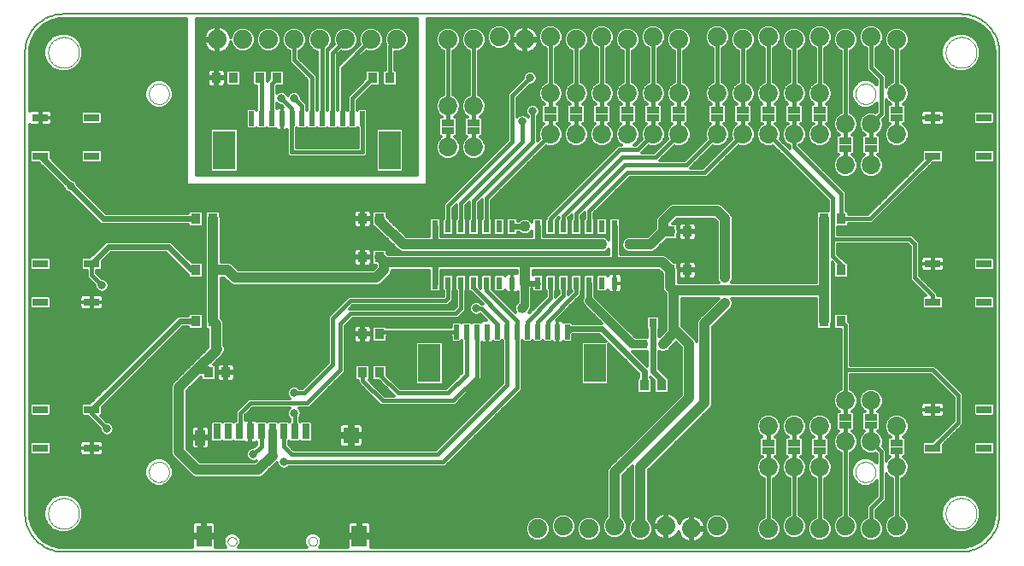
<source format=gtl>
G75*
%MOIN*%
%OFA0B0*%
%FSLAX24Y24*%
%IPPOS*%
%LPD*%
%AMOC8*
5,1,8,0,0,1.08239X$1,22.5*
%
%ADD10C,0.0050*%
%ADD11C,0.0000*%
%ADD12R,0.0370X0.0400*%
%ADD13R,0.0600X0.0300*%
%ADD14R,0.0300X0.0600*%
%ADD15R,0.0400X0.0600*%
%ADD16R,0.0600X0.0800*%
%ADD17R,0.0600X0.0600*%
%ADD18R,0.0197X0.0591*%
%ADD19R,0.0866X0.1496*%
%ADD20C,0.0740*%
%ADD21R,0.0236X0.0472*%
%ADD22R,0.0315X0.0354*%
%ADD23R,0.0500X0.0250*%
%ADD24C,0.0240*%
%ADD25C,0.0436*%
%ADD26C,0.0400*%
%ADD27C,0.0320*%
%ADD28C,0.0160*%
%ADD29C,0.0330*%
%ADD30C,0.0397*%
%ADD31C,0.0120*%
%ADD32C,0.0730*%
D10*
X016260Y007643D02*
X016260Y025643D01*
X016262Y025719D01*
X016268Y025795D01*
X016277Y025870D01*
X016291Y025945D01*
X016308Y026019D01*
X016329Y026092D01*
X016353Y026164D01*
X016382Y026235D01*
X016413Y026304D01*
X016448Y026371D01*
X016487Y026436D01*
X016529Y026500D01*
X016574Y026561D01*
X016622Y026620D01*
X016673Y026676D01*
X016727Y026730D01*
X016783Y026781D01*
X016842Y026829D01*
X016903Y026874D01*
X016967Y026916D01*
X017032Y026955D01*
X017099Y026990D01*
X017168Y027021D01*
X017239Y027050D01*
X017311Y027074D01*
X017384Y027095D01*
X017458Y027112D01*
X017533Y027126D01*
X017608Y027135D01*
X017684Y027141D01*
X017760Y027143D01*
X052760Y027143D01*
X052836Y027141D01*
X052912Y027135D01*
X052987Y027126D01*
X053062Y027112D01*
X053136Y027095D01*
X053209Y027074D01*
X053281Y027050D01*
X053352Y027021D01*
X053421Y026990D01*
X053488Y026955D01*
X053553Y026916D01*
X053617Y026874D01*
X053678Y026829D01*
X053737Y026781D01*
X053793Y026730D01*
X053847Y026676D01*
X053898Y026620D01*
X053946Y026561D01*
X053991Y026500D01*
X054033Y026436D01*
X054072Y026371D01*
X054107Y026304D01*
X054138Y026235D01*
X054167Y026164D01*
X054191Y026092D01*
X054212Y026019D01*
X054229Y025945D01*
X054243Y025870D01*
X054252Y025795D01*
X054258Y025719D01*
X054260Y025643D01*
X054260Y007643D01*
X054258Y007567D01*
X054252Y007491D01*
X054243Y007416D01*
X054229Y007341D01*
X054212Y007267D01*
X054191Y007194D01*
X054167Y007122D01*
X054138Y007051D01*
X054107Y006982D01*
X054072Y006915D01*
X054033Y006850D01*
X053991Y006786D01*
X053946Y006725D01*
X053898Y006666D01*
X053847Y006610D01*
X053793Y006556D01*
X053737Y006505D01*
X053678Y006457D01*
X053617Y006412D01*
X053553Y006370D01*
X053488Y006331D01*
X053421Y006296D01*
X053352Y006265D01*
X053281Y006236D01*
X053209Y006212D01*
X053136Y006191D01*
X053062Y006174D01*
X052987Y006160D01*
X052912Y006151D01*
X052836Y006145D01*
X052760Y006143D01*
X017760Y006143D01*
X017684Y006145D01*
X017608Y006151D01*
X017533Y006160D01*
X017458Y006174D01*
X017384Y006191D01*
X017311Y006212D01*
X017239Y006236D01*
X017168Y006265D01*
X017099Y006296D01*
X017032Y006331D01*
X016967Y006370D01*
X016903Y006412D01*
X016842Y006457D01*
X016783Y006505D01*
X016727Y006556D01*
X016673Y006610D01*
X016622Y006666D01*
X016574Y006725D01*
X016529Y006786D01*
X016487Y006850D01*
X016448Y006915D01*
X016413Y006982D01*
X016382Y007051D01*
X016353Y007122D01*
X016329Y007194D01*
X016308Y007267D01*
X016291Y007341D01*
X016277Y007416D01*
X016268Y007491D01*
X016262Y007567D01*
X016260Y007643D01*
D11*
X017160Y007643D02*
X017162Y007692D01*
X017168Y007740D01*
X017178Y007788D01*
X017192Y007835D01*
X017209Y007881D01*
X017230Y007925D01*
X017255Y007967D01*
X017283Y008007D01*
X017315Y008045D01*
X017349Y008080D01*
X017386Y008112D01*
X017425Y008141D01*
X017467Y008167D01*
X017511Y008189D01*
X017556Y008207D01*
X017603Y008222D01*
X017650Y008233D01*
X017699Y008240D01*
X017748Y008243D01*
X017797Y008242D01*
X017845Y008237D01*
X017894Y008228D01*
X017941Y008215D01*
X017987Y008198D01*
X018031Y008178D01*
X018074Y008154D01*
X018115Y008127D01*
X018153Y008096D01*
X018189Y008063D01*
X018221Y008027D01*
X018251Y007988D01*
X018278Y007947D01*
X018301Y007903D01*
X018320Y007858D01*
X018336Y007812D01*
X018348Y007765D01*
X018356Y007716D01*
X018360Y007667D01*
X018360Y007619D01*
X018356Y007570D01*
X018348Y007521D01*
X018336Y007474D01*
X018320Y007428D01*
X018301Y007383D01*
X018278Y007339D01*
X018251Y007298D01*
X018221Y007259D01*
X018189Y007223D01*
X018153Y007190D01*
X018115Y007159D01*
X018074Y007132D01*
X018031Y007108D01*
X017987Y007088D01*
X017941Y007071D01*
X017894Y007058D01*
X017845Y007049D01*
X017797Y007044D01*
X017748Y007043D01*
X017699Y007046D01*
X017650Y007053D01*
X017603Y007064D01*
X017556Y007079D01*
X017511Y007097D01*
X017467Y007119D01*
X017425Y007145D01*
X017386Y007174D01*
X017349Y007206D01*
X017315Y007241D01*
X017283Y007279D01*
X017255Y007319D01*
X017230Y007361D01*
X017209Y007405D01*
X017192Y007451D01*
X017178Y007498D01*
X017168Y007546D01*
X017162Y007594D01*
X017160Y007643D01*
X021086Y009261D02*
X021088Y009300D01*
X021094Y009339D01*
X021104Y009377D01*
X021117Y009414D01*
X021134Y009449D01*
X021154Y009483D01*
X021178Y009514D01*
X021205Y009543D01*
X021234Y009569D01*
X021266Y009592D01*
X021300Y009612D01*
X021336Y009628D01*
X021373Y009640D01*
X021412Y009649D01*
X021451Y009654D01*
X021490Y009655D01*
X021529Y009652D01*
X021568Y009645D01*
X021605Y009634D01*
X021642Y009620D01*
X021677Y009602D01*
X021710Y009581D01*
X021741Y009556D01*
X021769Y009529D01*
X021794Y009499D01*
X021816Y009466D01*
X021835Y009432D01*
X021850Y009396D01*
X021862Y009358D01*
X021870Y009320D01*
X021874Y009281D01*
X021874Y009241D01*
X021870Y009202D01*
X021862Y009164D01*
X021850Y009126D01*
X021835Y009090D01*
X021816Y009056D01*
X021794Y009023D01*
X021769Y008993D01*
X021741Y008966D01*
X021710Y008941D01*
X021677Y008920D01*
X021642Y008902D01*
X021605Y008888D01*
X021568Y008877D01*
X021529Y008870D01*
X021490Y008867D01*
X021451Y008868D01*
X021412Y008873D01*
X021373Y008882D01*
X021336Y008894D01*
X021300Y008910D01*
X021266Y008930D01*
X021234Y008953D01*
X021205Y008979D01*
X021178Y009008D01*
X021154Y009039D01*
X021134Y009073D01*
X021117Y009108D01*
X021104Y009145D01*
X021094Y009183D01*
X021088Y009222D01*
X021086Y009261D01*
X024161Y006552D02*
X024163Y006578D01*
X024169Y006604D01*
X024178Y006628D01*
X024191Y006651D01*
X024208Y006671D01*
X024227Y006689D01*
X024249Y006704D01*
X024272Y006715D01*
X024297Y006723D01*
X024323Y006727D01*
X024349Y006727D01*
X024375Y006723D01*
X024400Y006715D01*
X024424Y006704D01*
X024445Y006689D01*
X024464Y006671D01*
X024481Y006651D01*
X024494Y006628D01*
X024503Y006604D01*
X024509Y006578D01*
X024511Y006552D01*
X024509Y006526D01*
X024503Y006500D01*
X024494Y006476D01*
X024481Y006453D01*
X024464Y006433D01*
X024445Y006415D01*
X024423Y006400D01*
X024400Y006389D01*
X024375Y006381D01*
X024349Y006377D01*
X024323Y006377D01*
X024297Y006381D01*
X024272Y006389D01*
X024248Y006400D01*
X024227Y006415D01*
X024208Y006433D01*
X024191Y006453D01*
X024178Y006476D01*
X024169Y006500D01*
X024163Y006526D01*
X024161Y006552D01*
X027310Y006552D02*
X027312Y006578D01*
X027318Y006604D01*
X027327Y006628D01*
X027340Y006651D01*
X027357Y006671D01*
X027376Y006689D01*
X027398Y006704D01*
X027421Y006715D01*
X027446Y006723D01*
X027472Y006727D01*
X027498Y006727D01*
X027524Y006723D01*
X027549Y006715D01*
X027573Y006704D01*
X027594Y006689D01*
X027613Y006671D01*
X027630Y006651D01*
X027643Y006628D01*
X027652Y006604D01*
X027658Y006578D01*
X027660Y006552D01*
X027658Y006526D01*
X027652Y006500D01*
X027643Y006476D01*
X027630Y006453D01*
X027613Y006433D01*
X027594Y006415D01*
X027572Y006400D01*
X027549Y006389D01*
X027524Y006381D01*
X027498Y006377D01*
X027472Y006377D01*
X027446Y006381D01*
X027421Y006389D01*
X027397Y006400D01*
X027376Y006415D01*
X027357Y006433D01*
X027340Y006453D01*
X027327Y006476D01*
X027318Y006500D01*
X027312Y006526D01*
X027310Y006552D01*
X048645Y009261D02*
X048647Y009300D01*
X048653Y009339D01*
X048663Y009377D01*
X048676Y009414D01*
X048693Y009449D01*
X048713Y009483D01*
X048737Y009514D01*
X048764Y009543D01*
X048793Y009569D01*
X048825Y009592D01*
X048859Y009612D01*
X048895Y009628D01*
X048932Y009640D01*
X048971Y009649D01*
X049010Y009654D01*
X049049Y009655D01*
X049088Y009652D01*
X049127Y009645D01*
X049164Y009634D01*
X049201Y009620D01*
X049236Y009602D01*
X049269Y009581D01*
X049300Y009556D01*
X049328Y009529D01*
X049353Y009499D01*
X049375Y009466D01*
X049394Y009432D01*
X049409Y009396D01*
X049421Y009358D01*
X049429Y009320D01*
X049433Y009281D01*
X049433Y009241D01*
X049429Y009202D01*
X049421Y009164D01*
X049409Y009126D01*
X049394Y009090D01*
X049375Y009056D01*
X049353Y009023D01*
X049328Y008993D01*
X049300Y008966D01*
X049269Y008941D01*
X049236Y008920D01*
X049201Y008902D01*
X049164Y008888D01*
X049127Y008877D01*
X049088Y008870D01*
X049049Y008867D01*
X049010Y008868D01*
X048971Y008873D01*
X048932Y008882D01*
X048895Y008894D01*
X048859Y008910D01*
X048825Y008930D01*
X048793Y008953D01*
X048764Y008979D01*
X048737Y009008D01*
X048713Y009039D01*
X048693Y009073D01*
X048676Y009108D01*
X048663Y009145D01*
X048653Y009183D01*
X048647Y009222D01*
X048645Y009261D01*
X052160Y007643D02*
X052162Y007692D01*
X052168Y007740D01*
X052178Y007788D01*
X052192Y007835D01*
X052209Y007881D01*
X052230Y007925D01*
X052255Y007967D01*
X052283Y008007D01*
X052315Y008045D01*
X052349Y008080D01*
X052386Y008112D01*
X052425Y008141D01*
X052467Y008167D01*
X052511Y008189D01*
X052556Y008207D01*
X052603Y008222D01*
X052650Y008233D01*
X052699Y008240D01*
X052748Y008243D01*
X052797Y008242D01*
X052845Y008237D01*
X052894Y008228D01*
X052941Y008215D01*
X052987Y008198D01*
X053031Y008178D01*
X053074Y008154D01*
X053115Y008127D01*
X053153Y008096D01*
X053189Y008063D01*
X053221Y008027D01*
X053251Y007988D01*
X053278Y007947D01*
X053301Y007903D01*
X053320Y007858D01*
X053336Y007812D01*
X053348Y007765D01*
X053356Y007716D01*
X053360Y007667D01*
X053360Y007619D01*
X053356Y007570D01*
X053348Y007521D01*
X053336Y007474D01*
X053320Y007428D01*
X053301Y007383D01*
X053278Y007339D01*
X053251Y007298D01*
X053221Y007259D01*
X053189Y007223D01*
X053153Y007190D01*
X053115Y007159D01*
X053074Y007132D01*
X053031Y007108D01*
X052987Y007088D01*
X052941Y007071D01*
X052894Y007058D01*
X052845Y007049D01*
X052797Y007044D01*
X052748Y007043D01*
X052699Y007046D01*
X052650Y007053D01*
X052603Y007064D01*
X052556Y007079D01*
X052511Y007097D01*
X052467Y007119D01*
X052425Y007145D01*
X052386Y007174D01*
X052349Y007206D01*
X052315Y007241D01*
X052283Y007279D01*
X052255Y007319D01*
X052230Y007361D01*
X052209Y007405D01*
X052192Y007451D01*
X052178Y007498D01*
X052168Y007546D01*
X052162Y007594D01*
X052160Y007643D01*
X048645Y024025D02*
X048647Y024064D01*
X048653Y024103D01*
X048663Y024141D01*
X048676Y024178D01*
X048693Y024213D01*
X048713Y024247D01*
X048737Y024278D01*
X048764Y024307D01*
X048793Y024333D01*
X048825Y024356D01*
X048859Y024376D01*
X048895Y024392D01*
X048932Y024404D01*
X048971Y024413D01*
X049010Y024418D01*
X049049Y024419D01*
X049088Y024416D01*
X049127Y024409D01*
X049164Y024398D01*
X049201Y024384D01*
X049236Y024366D01*
X049269Y024345D01*
X049300Y024320D01*
X049328Y024293D01*
X049353Y024263D01*
X049375Y024230D01*
X049394Y024196D01*
X049409Y024160D01*
X049421Y024122D01*
X049429Y024084D01*
X049433Y024045D01*
X049433Y024005D01*
X049429Y023966D01*
X049421Y023928D01*
X049409Y023890D01*
X049394Y023854D01*
X049375Y023820D01*
X049353Y023787D01*
X049328Y023757D01*
X049300Y023730D01*
X049269Y023705D01*
X049236Y023684D01*
X049201Y023666D01*
X049164Y023652D01*
X049127Y023641D01*
X049088Y023634D01*
X049049Y023631D01*
X049010Y023632D01*
X048971Y023637D01*
X048932Y023646D01*
X048895Y023658D01*
X048859Y023674D01*
X048825Y023694D01*
X048793Y023717D01*
X048764Y023743D01*
X048737Y023772D01*
X048713Y023803D01*
X048693Y023837D01*
X048676Y023872D01*
X048663Y023909D01*
X048653Y023947D01*
X048647Y023986D01*
X048645Y024025D01*
X052160Y025643D02*
X052162Y025692D01*
X052168Y025740D01*
X052178Y025788D01*
X052192Y025835D01*
X052209Y025881D01*
X052230Y025925D01*
X052255Y025967D01*
X052283Y026007D01*
X052315Y026045D01*
X052349Y026080D01*
X052386Y026112D01*
X052425Y026141D01*
X052467Y026167D01*
X052511Y026189D01*
X052556Y026207D01*
X052603Y026222D01*
X052650Y026233D01*
X052699Y026240D01*
X052748Y026243D01*
X052797Y026242D01*
X052845Y026237D01*
X052894Y026228D01*
X052941Y026215D01*
X052987Y026198D01*
X053031Y026178D01*
X053074Y026154D01*
X053115Y026127D01*
X053153Y026096D01*
X053189Y026063D01*
X053221Y026027D01*
X053251Y025988D01*
X053278Y025947D01*
X053301Y025903D01*
X053320Y025858D01*
X053336Y025812D01*
X053348Y025765D01*
X053356Y025716D01*
X053360Y025667D01*
X053360Y025619D01*
X053356Y025570D01*
X053348Y025521D01*
X053336Y025474D01*
X053320Y025428D01*
X053301Y025383D01*
X053278Y025339D01*
X053251Y025298D01*
X053221Y025259D01*
X053189Y025223D01*
X053153Y025190D01*
X053115Y025159D01*
X053074Y025132D01*
X053031Y025108D01*
X052987Y025088D01*
X052941Y025071D01*
X052894Y025058D01*
X052845Y025049D01*
X052797Y025044D01*
X052748Y025043D01*
X052699Y025046D01*
X052650Y025053D01*
X052603Y025064D01*
X052556Y025079D01*
X052511Y025097D01*
X052467Y025119D01*
X052425Y025145D01*
X052386Y025174D01*
X052349Y025206D01*
X052315Y025241D01*
X052283Y025279D01*
X052255Y025319D01*
X052230Y025361D01*
X052209Y025405D01*
X052192Y025451D01*
X052178Y025498D01*
X052168Y025546D01*
X052162Y025594D01*
X052160Y025643D01*
X021086Y024025D02*
X021088Y024064D01*
X021094Y024103D01*
X021104Y024141D01*
X021117Y024178D01*
X021134Y024213D01*
X021154Y024247D01*
X021178Y024278D01*
X021205Y024307D01*
X021234Y024333D01*
X021266Y024356D01*
X021300Y024376D01*
X021336Y024392D01*
X021373Y024404D01*
X021412Y024413D01*
X021451Y024418D01*
X021490Y024419D01*
X021529Y024416D01*
X021568Y024409D01*
X021605Y024398D01*
X021642Y024384D01*
X021677Y024366D01*
X021710Y024345D01*
X021741Y024320D01*
X021769Y024293D01*
X021794Y024263D01*
X021816Y024230D01*
X021835Y024196D01*
X021850Y024160D01*
X021862Y024122D01*
X021870Y024084D01*
X021874Y024045D01*
X021874Y024005D01*
X021870Y023966D01*
X021862Y023928D01*
X021850Y023890D01*
X021835Y023854D01*
X021816Y023820D01*
X021794Y023787D01*
X021769Y023757D01*
X021741Y023730D01*
X021710Y023705D01*
X021677Y023684D01*
X021642Y023666D01*
X021605Y023652D01*
X021568Y023641D01*
X021529Y023634D01*
X021490Y023631D01*
X021451Y023632D01*
X021412Y023637D01*
X021373Y023646D01*
X021336Y023658D01*
X021300Y023674D01*
X021266Y023694D01*
X021234Y023717D01*
X021205Y023743D01*
X021178Y023772D01*
X021154Y023803D01*
X021134Y023837D01*
X021117Y023872D01*
X021104Y023909D01*
X021094Y023947D01*
X021088Y023986D01*
X021086Y024025D01*
X017160Y025643D02*
X017162Y025692D01*
X017168Y025740D01*
X017178Y025788D01*
X017192Y025835D01*
X017209Y025881D01*
X017230Y025925D01*
X017255Y025967D01*
X017283Y026007D01*
X017315Y026045D01*
X017349Y026080D01*
X017386Y026112D01*
X017425Y026141D01*
X017467Y026167D01*
X017511Y026189D01*
X017556Y026207D01*
X017603Y026222D01*
X017650Y026233D01*
X017699Y026240D01*
X017748Y026243D01*
X017797Y026242D01*
X017845Y026237D01*
X017894Y026228D01*
X017941Y026215D01*
X017987Y026198D01*
X018031Y026178D01*
X018074Y026154D01*
X018115Y026127D01*
X018153Y026096D01*
X018189Y026063D01*
X018221Y026027D01*
X018251Y025988D01*
X018278Y025947D01*
X018301Y025903D01*
X018320Y025858D01*
X018336Y025812D01*
X018348Y025765D01*
X018356Y025716D01*
X018360Y025667D01*
X018360Y025619D01*
X018356Y025570D01*
X018348Y025521D01*
X018336Y025474D01*
X018320Y025428D01*
X018301Y025383D01*
X018278Y025339D01*
X018251Y025298D01*
X018221Y025259D01*
X018189Y025223D01*
X018153Y025190D01*
X018115Y025159D01*
X018074Y025132D01*
X018031Y025108D01*
X017987Y025088D01*
X017941Y025071D01*
X017894Y025058D01*
X017845Y025049D01*
X017797Y025044D01*
X017748Y025043D01*
X017699Y025046D01*
X017650Y025053D01*
X017603Y025064D01*
X017556Y025079D01*
X017511Y025097D01*
X017467Y025119D01*
X017425Y025145D01*
X017386Y025174D01*
X017349Y025206D01*
X017315Y025241D01*
X017283Y025279D01*
X017255Y025319D01*
X017230Y025361D01*
X017209Y025405D01*
X017192Y025451D01*
X017178Y025498D01*
X017168Y025546D01*
X017162Y025594D01*
X017160Y025643D01*
D12*
X023725Y024643D03*
X024394Y024643D03*
X025425Y024643D03*
X026094Y024643D03*
X029825Y024643D03*
X030494Y024643D03*
X030094Y019143D03*
X029425Y019143D03*
X029425Y017643D03*
X030094Y017643D03*
X030094Y014643D03*
X029425Y014643D03*
X029425Y013143D03*
X030094Y013143D03*
X024094Y013143D03*
X023425Y013143D03*
X023594Y015143D03*
X022925Y015143D03*
X022925Y017143D03*
X023594Y017143D03*
X023594Y019143D03*
X022925Y019143D03*
X040425Y012643D03*
X041094Y012643D03*
X047425Y015143D03*
X048094Y015143D03*
X048094Y017143D03*
X047425Y017143D03*
X047425Y019143D03*
X048094Y019143D03*
X042094Y018643D03*
X041425Y018643D03*
X041425Y017143D03*
X042094Y017143D03*
D13*
X051660Y017393D03*
X053660Y017393D03*
X053660Y015893D03*
X051660Y015893D03*
X051660Y011693D03*
X053660Y011693D03*
X053660Y010193D03*
X051660Y010193D03*
X051660Y021593D03*
X053660Y021593D03*
X053660Y023093D03*
X051660Y023093D03*
X018860Y023093D03*
X016860Y023093D03*
X016860Y021593D03*
X018860Y021593D03*
X018860Y017393D03*
X016860Y017393D03*
X016860Y015893D03*
X018860Y015893D03*
X018860Y011693D03*
X016860Y011693D03*
X016860Y010193D03*
X018860Y010193D03*
D14*
X023745Y010843D03*
X024178Y010843D03*
X024611Y010843D03*
X025045Y010843D03*
X025478Y010843D03*
X025911Y010843D03*
X026344Y010843D03*
X026777Y010843D03*
X027210Y010843D03*
D15*
X023097Y010607D03*
D16*
X023234Y006759D03*
X029297Y006759D03*
D17*
X028974Y010689D03*
D18*
X033094Y014735D03*
X033488Y014735D03*
X033882Y014735D03*
X034275Y014735D03*
X034669Y014735D03*
X035063Y014735D03*
X035456Y014735D03*
X035850Y014735D03*
X036244Y014735D03*
X036637Y014735D03*
X037031Y014735D03*
X037425Y014735D03*
X029425Y023048D03*
X029031Y023048D03*
X028637Y023048D03*
X028244Y023048D03*
X027850Y023048D03*
X027456Y023048D03*
X027063Y023048D03*
X026669Y023048D03*
X026275Y023048D03*
X025882Y023048D03*
X025488Y023048D03*
X025094Y023048D03*
D19*
X024031Y021828D03*
X030488Y021828D03*
X032031Y013515D03*
X038488Y013515D03*
D20*
X039260Y007143D03*
X038260Y007043D03*
X037260Y007143D03*
X036260Y007043D03*
X040260Y007043D03*
X041260Y007143D03*
X042260Y007043D03*
X043260Y007143D03*
X045260Y007043D03*
X046260Y007143D03*
X047260Y007043D03*
X048260Y007143D03*
X049260Y007043D03*
X050260Y007143D03*
X050260Y026143D03*
X049260Y026243D03*
X048260Y026143D03*
X047260Y026243D03*
X046260Y026143D03*
X045260Y026243D03*
X044260Y026143D03*
X043260Y026243D03*
X041760Y026143D03*
X040760Y026243D03*
X039760Y026143D03*
X038760Y026243D03*
X037760Y026143D03*
X036760Y026243D03*
X035760Y026143D03*
X034760Y026243D03*
X033760Y026143D03*
X032760Y026143D03*
X030760Y026143D03*
X029760Y026143D03*
X028760Y026143D03*
X027760Y026143D03*
X026760Y026143D03*
X025760Y026143D03*
X024760Y026143D03*
X023760Y026143D03*
D21*
X032260Y018846D03*
X032760Y018846D03*
X033260Y018846D03*
X033760Y018846D03*
X034260Y018846D03*
X034760Y018846D03*
X035260Y018846D03*
X036260Y018846D03*
X036760Y018846D03*
X037260Y018846D03*
X037760Y018846D03*
X038260Y018846D03*
X038760Y018846D03*
X039260Y018846D03*
X039260Y016641D03*
X038760Y016641D03*
X038260Y016641D03*
X037760Y016641D03*
X037260Y016641D03*
X036760Y016641D03*
X036260Y016641D03*
X035260Y016641D03*
X034760Y016641D03*
X034260Y016641D03*
X033760Y016641D03*
X033260Y016641D03*
X032760Y016641D03*
X032260Y016641D03*
D22*
X040385Y014250D03*
X041134Y014250D03*
X040760Y015076D03*
D23*
X048260Y011401D03*
X048260Y011081D03*
X049260Y011081D03*
X049260Y011401D03*
X050260Y010401D03*
X050260Y010081D03*
X047260Y010081D03*
X047260Y010401D03*
X046260Y010401D03*
X046260Y010081D03*
X045260Y010085D03*
X045260Y010406D03*
X048260Y021881D03*
X048260Y022201D03*
X049260Y022201D03*
X049260Y021881D03*
X050260Y023081D03*
X050260Y023401D03*
X047260Y023406D03*
X047260Y023085D03*
X046260Y023085D03*
X046260Y023406D03*
X045260Y023406D03*
X045260Y023085D03*
X044260Y023081D03*
X044260Y023401D03*
X043260Y023401D03*
X043260Y023081D03*
X041760Y023081D03*
X041760Y023401D03*
X040760Y023401D03*
X040760Y023081D03*
X039760Y023081D03*
X039760Y023401D03*
X038760Y023401D03*
X038760Y023081D03*
X037760Y023081D03*
X037760Y023401D03*
X036760Y023401D03*
X036760Y023081D03*
X033760Y022901D03*
X033760Y022581D03*
X032760Y022581D03*
X032760Y022901D03*
D24*
X032260Y018846D02*
X032260Y018143D01*
X032260Y017443D02*
X032260Y016641D01*
X035760Y016643D02*
X035762Y016641D01*
X036260Y016641D01*
X038260Y016641D02*
X038260Y015943D01*
X038760Y014843D02*
X037533Y014843D01*
X037425Y014735D01*
X038760Y014843D02*
X040425Y013178D01*
X040425Y012643D01*
X040760Y013194D02*
X041094Y012860D01*
X041094Y012643D01*
X040760Y013194D02*
X040760Y015076D01*
X040385Y014250D02*
X040379Y014243D01*
X039260Y017443D02*
X039260Y018846D01*
X036360Y018143D02*
X036260Y018243D01*
X036260Y018846D01*
X035760Y018843D02*
X035262Y018843D01*
X035260Y018846D01*
X036260Y018243D02*
X036260Y018143D01*
X022925Y019143D02*
X019310Y019143D01*
X018035Y020418D01*
X017935Y020518D01*
X016860Y021593D01*
X019510Y018043D02*
X021860Y018043D01*
X022708Y017194D01*
X019510Y018043D02*
X018860Y017393D01*
X022310Y015143D02*
X022925Y015143D01*
X022310Y015143D02*
X018860Y011693D01*
D25*
X035760Y016643D03*
X038760Y018143D03*
X039860Y018143D03*
X035760Y018843D03*
D26*
X036260Y018143D02*
X032260Y018143D01*
X031011Y018143D01*
X030094Y019060D01*
X030094Y019143D01*
X030094Y017643D02*
X030294Y017443D01*
X030360Y017443D01*
X030260Y017343D01*
X030260Y017143D01*
X029960Y016843D01*
X024460Y016843D01*
X024160Y017143D01*
X023594Y017143D01*
X023594Y015143D01*
X023710Y015028D01*
X023710Y013993D01*
X023760Y014043D01*
X023710Y013993D02*
X022960Y013243D01*
X022260Y012543D01*
X022260Y010043D01*
X022960Y009343D01*
X025360Y009343D01*
X025911Y009894D01*
X035760Y016643D02*
X035760Y017443D01*
X039260Y017443D01*
X041108Y017443D01*
X041408Y017143D01*
X041425Y017143D01*
X041425Y016478D01*
X041560Y016343D01*
X041560Y014843D01*
X042160Y014243D01*
X042160Y012143D01*
X039260Y009243D01*
X039260Y007143D01*
X040260Y007043D02*
X040260Y009443D01*
X042760Y011943D01*
X042760Y015043D01*
X043560Y015843D01*
X043560Y016843D02*
X043560Y019143D01*
X043260Y019443D01*
X041560Y019443D01*
X041160Y019043D01*
X041160Y018643D01*
X041425Y018643D01*
X041160Y018643D02*
X040660Y018143D01*
X039860Y018143D01*
X038760Y018143D02*
X036360Y018143D01*
X035760Y017443D02*
X032260Y017443D01*
X030360Y017443D01*
X023594Y017143D02*
X023594Y019143D01*
X041134Y014250D02*
X041560Y014676D01*
X041560Y016343D02*
X047308Y016343D01*
X047425Y016460D01*
X047425Y015143D01*
X047425Y016460D02*
X047425Y017143D01*
X047425Y019143D01*
D27*
X041560Y014843D02*
X041560Y014676D01*
X040379Y014243D02*
X039960Y014243D01*
X038260Y015943D01*
X035760Y015743D02*
X035760Y016643D01*
X035760Y015743D02*
X035660Y015643D01*
X025911Y010843D02*
X025911Y009894D01*
X023425Y013143D02*
X023325Y013243D01*
X022960Y013243D01*
D28*
X024660Y011543D02*
X025060Y011943D01*
X027260Y011943D01*
X028560Y013243D01*
X028560Y015043D01*
X028960Y015443D01*
X033060Y015443D01*
X033260Y015643D01*
X033260Y016641D01*
X033760Y016641D02*
X033760Y016443D01*
X035063Y015140D01*
X035063Y014735D01*
X035060Y014732D01*
X035060Y012643D01*
X032360Y009943D01*
X026660Y009943D01*
X026344Y010259D01*
X026344Y010843D01*
X026777Y010843D02*
X026777Y011526D01*
X026760Y011543D01*
X026760Y012343D02*
X027160Y012343D01*
X028260Y013443D01*
X028260Y015243D01*
X028960Y015943D01*
X032660Y015943D01*
X032760Y016043D01*
X032760Y016641D01*
X034260Y016641D02*
X034260Y016343D01*
X035456Y015146D01*
X035456Y014735D01*
X035460Y014732D01*
X035460Y012543D01*
X032560Y009643D01*
X026360Y009643D01*
X025478Y010261D02*
X025478Y010843D01*
X025478Y010261D02*
X025160Y009943D01*
X024611Y010843D02*
X024660Y010891D01*
X024660Y011543D01*
X029425Y012827D02*
X029425Y013143D01*
X029425Y012827D02*
X030208Y012043D01*
X032960Y012043D01*
X033882Y012965D01*
X033882Y014735D01*
X033488Y014735D02*
X033488Y013072D01*
X032760Y012343D01*
X030811Y012343D01*
X030094Y013060D01*
X030094Y013143D01*
X030094Y014643D02*
X030186Y014735D01*
X033094Y014735D01*
X033860Y015643D02*
X034060Y015643D01*
X034669Y015034D01*
X034669Y014735D01*
X035850Y014735D02*
X035850Y015134D01*
X036760Y016043D01*
X036760Y016641D01*
X037260Y016641D02*
X037260Y016143D01*
X036244Y015128D01*
X036244Y014735D01*
X036637Y014735D02*
X036637Y015121D01*
X037760Y016243D01*
X037760Y016641D01*
X037760Y018846D02*
X037760Y019343D01*
X039660Y021243D01*
X042060Y021243D01*
X043260Y022443D01*
X043260Y023081D01*
X043260Y023401D02*
X043260Y024043D01*
X043260Y026243D01*
X044260Y026143D02*
X044260Y024043D01*
X044260Y023401D01*
X044260Y023081D02*
X044260Y022443D01*
X042760Y020943D01*
X039760Y020943D01*
X038260Y019443D01*
X038260Y018846D01*
X037260Y018846D02*
X037260Y019243D01*
X039560Y021543D01*
X040860Y021543D01*
X041760Y022443D01*
X041760Y023081D01*
X041760Y023401D02*
X041760Y024043D01*
X041760Y026143D01*
X040760Y026243D02*
X040760Y024043D01*
X040760Y023401D01*
X040760Y023081D02*
X040760Y022443D01*
X040160Y021843D01*
X039460Y021843D01*
X036760Y019143D01*
X036760Y018846D01*
X034260Y018846D02*
X034260Y019943D01*
X036760Y022443D01*
X036760Y023081D01*
X036760Y023401D02*
X036760Y024043D01*
X036760Y026243D01*
X037760Y026143D02*
X037760Y024043D01*
X037760Y023401D01*
X037760Y023081D02*
X037760Y022443D01*
X038760Y022443D02*
X038760Y023081D01*
X038760Y023401D02*
X038760Y024043D01*
X038760Y026243D01*
X039760Y026143D02*
X039760Y024043D01*
X039760Y023401D01*
X039760Y023081D02*
X039760Y022443D01*
X036060Y022143D02*
X033760Y019843D01*
X033760Y018846D01*
X033260Y018846D02*
X033260Y019743D01*
X035660Y022143D01*
X035660Y022943D01*
X036060Y023343D02*
X036060Y022143D01*
X035260Y022143D02*
X032760Y019643D01*
X032760Y018846D01*
X032760Y021943D02*
X032760Y022581D01*
X032760Y022901D02*
X032760Y023543D01*
X032760Y026143D01*
X033760Y026143D02*
X033760Y023543D01*
X033760Y022901D01*
X033760Y022581D02*
X033760Y021943D01*
X035260Y022143D02*
X035260Y023943D01*
X035960Y024643D01*
X030760Y026143D02*
X030494Y025878D01*
X030494Y024643D01*
X029825Y024643D02*
X029031Y023850D01*
X029031Y023048D01*
X028637Y023048D02*
X028637Y025021D01*
X029760Y026143D01*
X028760Y026143D02*
X028244Y025628D01*
X028244Y023048D01*
X027850Y023048D02*
X027850Y026053D01*
X027760Y026143D01*
X026760Y026143D02*
X026760Y025343D01*
X027456Y024646D01*
X027456Y023048D01*
X027063Y023048D02*
X027060Y023051D01*
X027060Y023543D01*
X026760Y023843D01*
X026660Y023443D02*
X026660Y023057D01*
X026669Y023048D01*
X026660Y023038D01*
X026660Y021743D01*
X029425Y021743D01*
X029425Y023048D01*
X026660Y023443D02*
X026260Y023843D01*
X025882Y024431D02*
X026094Y024643D01*
X025882Y024431D02*
X025882Y023048D01*
X025488Y023048D02*
X025488Y024580D01*
X025425Y024643D01*
X018860Y017393D02*
X018860Y016943D01*
X019260Y016543D01*
X022708Y017194D02*
X022760Y017143D01*
X022925Y017143D01*
X018860Y011693D02*
X018860Y011543D01*
X019460Y010943D01*
X045260Y011043D02*
X045260Y010406D01*
X045260Y010085D02*
X045260Y009443D01*
X045260Y007043D01*
X046260Y007143D02*
X046260Y009443D01*
X046260Y010081D01*
X046260Y010401D02*
X046260Y011043D01*
X047260Y011043D02*
X047260Y010401D01*
X047260Y010081D02*
X047260Y009443D01*
X047260Y007043D01*
X048260Y007143D02*
X048260Y010443D01*
X048260Y011081D01*
X048260Y011401D02*
X048260Y012043D01*
X048260Y013243D01*
X051660Y013243D01*
X052660Y012243D01*
X052660Y011193D01*
X051660Y010193D01*
X050260Y010081D02*
X050260Y009443D01*
X050260Y007143D01*
X049260Y007043D02*
X049260Y007843D01*
X049660Y008243D01*
X049660Y010043D01*
X049260Y010443D01*
X049260Y011081D01*
X049260Y011401D02*
X049260Y012043D01*
X050260Y011043D02*
X050260Y010401D01*
X048260Y013243D02*
X048260Y014443D01*
X048260Y014592D01*
X048260Y014978D01*
X048094Y015143D01*
X050960Y016843D02*
X050960Y018143D01*
X050760Y018343D01*
X047760Y018343D01*
X047760Y019943D01*
X045260Y022443D01*
X045260Y023085D01*
X045260Y023406D02*
X045260Y024043D01*
X045260Y026243D01*
X046260Y026143D02*
X046260Y024043D01*
X046260Y023406D01*
X046260Y023085D02*
X046260Y022443D01*
X046260Y021943D01*
X048094Y020109D01*
X048094Y019143D01*
X049210Y019143D01*
X051660Y021593D01*
X050260Y022443D02*
X050260Y023081D01*
X050260Y023401D02*
X050260Y024043D01*
X050260Y026143D01*
X049260Y026243D02*
X049260Y025043D01*
X049660Y024643D01*
X049660Y023243D01*
X049260Y022843D01*
X049260Y022201D01*
X049260Y021881D02*
X049260Y021243D01*
X048260Y021243D02*
X048260Y021881D01*
X048260Y022201D02*
X048260Y022843D01*
X048260Y026143D01*
X047260Y026243D02*
X047260Y024043D01*
X047260Y023406D01*
X047260Y023085D02*
X047260Y022443D01*
X047760Y018343D02*
X047760Y017694D01*
X048094Y017360D01*
X048094Y017143D01*
X050960Y016843D02*
X051660Y016143D01*
X051660Y015893D01*
D29*
X050860Y016143D03*
X048560Y016243D03*
X045360Y018243D03*
X042960Y017943D03*
X040360Y016443D03*
X039760Y015543D03*
X037860Y015443D03*
X036260Y016043D03*
X035060Y016043D03*
X033860Y015643D03*
X031860Y015143D03*
X030860Y013943D03*
X032860Y013643D03*
X034360Y013743D03*
X036560Y013943D03*
X036960Y013043D03*
X033660Y012043D03*
X032260Y011243D03*
X029060Y011943D03*
X026760Y011543D03*
X026760Y012343D03*
X025760Y013743D03*
X027160Y014243D03*
X025560Y015643D03*
X027360Y015943D03*
X027760Y017743D03*
X025560Y017943D03*
X025560Y019743D03*
X027660Y019743D03*
X028260Y021243D03*
X028660Y022143D03*
X027360Y022143D03*
X025160Y021843D03*
X022160Y021143D03*
X018035Y020418D03*
X017960Y021543D03*
X018260Y024543D03*
X021360Y025543D03*
X023360Y025343D03*
X025260Y025643D03*
X026760Y024743D03*
X027360Y025343D03*
X028560Y025443D03*
X029160Y024743D03*
X031160Y025043D03*
X032260Y024943D03*
X033260Y024943D03*
X034760Y024943D03*
X035960Y024643D03*
X037360Y025043D03*
X038360Y024943D03*
X039360Y024943D03*
X040360Y024843D03*
X041260Y024843D03*
X042560Y024743D03*
X043760Y024743D03*
X044760Y024743D03*
X045760Y024743D03*
X046760Y024743D03*
X047760Y024743D03*
X048860Y024843D03*
X049860Y024943D03*
X051060Y024643D03*
X053360Y024343D03*
X052860Y022443D03*
X050160Y021143D03*
X049060Y019943D03*
X049560Y018843D03*
X053060Y019843D03*
X047260Y021643D03*
X045460Y021243D03*
X043260Y020643D03*
X041760Y020443D03*
X037560Y021243D03*
X035860Y020143D03*
X032860Y020743D03*
X031660Y019243D03*
X031360Y016643D03*
X023660Y011843D03*
X021560Y010943D03*
X019460Y010943D03*
X017560Y009343D03*
X019360Y007343D03*
X022160Y006743D03*
X022360Y008943D03*
X025160Y009943D03*
X026360Y009643D03*
X026060Y008843D03*
X025960Y006843D03*
X031060Y006743D03*
X034960Y006843D03*
X036260Y010643D03*
X039660Y011043D03*
X043460Y011043D03*
X046460Y012943D03*
X045060Y014143D03*
X042360Y015643D03*
X040360Y013743D03*
X041460Y013543D03*
X049060Y013943D03*
X050860Y012443D03*
X052960Y014743D03*
X053160Y009243D03*
X051360Y008943D03*
X048860Y008243D03*
X047860Y008243D03*
X046860Y008343D03*
X045860Y008443D03*
X044460Y007943D03*
X044260Y006743D03*
X041760Y008843D03*
X051960Y006843D03*
X034660Y022643D03*
X035660Y022943D03*
X036060Y023343D03*
X031160Y023043D03*
X026760Y023843D03*
X026260Y023843D03*
X024660Y023843D03*
X018060Y018043D03*
X019260Y016543D03*
X021360Y015143D03*
X021860Y013743D03*
X018060Y013643D03*
X021960Y016643D03*
D30*
X035660Y015643D03*
X043560Y015843D03*
X043560Y016843D03*
D31*
X043870Y016808D02*
X047115Y016808D01*
X047115Y016690D02*
X043831Y016690D01*
X043822Y016668D02*
X043870Y016782D01*
X043870Y019205D01*
X043822Y019319D01*
X043522Y019619D01*
X043435Y019706D01*
X043321Y019753D01*
X041498Y019753D01*
X041384Y019706D01*
X040984Y019306D01*
X040897Y019219D01*
X040850Y019105D01*
X040850Y018772D01*
X040531Y018453D01*
X039969Y018453D01*
X039925Y018471D01*
X039794Y018471D01*
X039674Y018421D01*
X039581Y018329D01*
X039531Y018209D01*
X039531Y018078D01*
X039581Y017957D01*
X039674Y017865D01*
X039794Y017815D01*
X039925Y017815D01*
X039969Y017833D01*
X040721Y017833D01*
X040835Y017881D01*
X040922Y017968D01*
X041288Y018333D01*
X041655Y018333D01*
X041720Y018398D01*
X041720Y018545D01*
X041735Y018582D01*
X041735Y018705D01*
X041720Y018741D01*
X041720Y018889D01*
X041655Y018953D01*
X041508Y018953D01*
X041688Y019133D01*
X043131Y019133D01*
X043250Y019015D01*
X043250Y016782D01*
X043297Y016668D01*
X043311Y016653D01*
X041735Y016653D01*
X041735Y017205D01*
X041720Y017241D01*
X041720Y017389D01*
X041655Y017453D01*
X041537Y017453D01*
X041371Y017619D01*
X041284Y017706D01*
X041170Y017753D01*
X039490Y017753D01*
X039490Y018941D01*
X039488Y018943D01*
X039488Y019127D01*
X039423Y019192D01*
X039096Y019192D01*
X039031Y019127D01*
X039031Y018943D01*
X039030Y018941D01*
X038988Y018941D01*
X039030Y018941D02*
X039030Y018337D01*
X038945Y018421D01*
X038825Y018471D01*
X038694Y018471D01*
X038651Y018453D01*
X036490Y018453D01*
X036490Y018941D01*
X036488Y018943D01*
X036488Y019127D01*
X036423Y019192D01*
X036096Y019192D01*
X036031Y019127D01*
X036031Y019035D01*
X035945Y019121D01*
X035825Y019171D01*
X035694Y019171D01*
X035574Y019121D01*
X035525Y019073D01*
X035488Y019073D01*
X035488Y019127D01*
X035423Y019192D01*
X035096Y019192D01*
X035031Y019127D01*
X035031Y018943D01*
X035030Y018941D01*
X034988Y018941D01*
X035030Y018941D02*
X035030Y018750D01*
X035031Y018749D01*
X035031Y018564D01*
X035096Y018499D01*
X035423Y018499D01*
X035488Y018564D01*
X035488Y018613D01*
X035525Y018613D01*
X035574Y018565D01*
X035694Y018515D01*
X035825Y018515D01*
X035945Y018565D01*
X036030Y018649D01*
X036030Y018453D01*
X032490Y018453D01*
X032490Y018941D01*
X032488Y018943D01*
X032488Y019127D01*
X032423Y019192D01*
X032096Y019192D01*
X032031Y019127D01*
X032031Y018943D01*
X032030Y018941D01*
X030651Y018941D01*
X030770Y018823D02*
X032030Y018823D01*
X032030Y018941D02*
X032030Y018453D01*
X031139Y018453D01*
X030404Y019188D01*
X030404Y019205D01*
X030389Y019241D01*
X030389Y019389D01*
X030325Y019453D01*
X029864Y019453D01*
X029799Y019389D01*
X029799Y019241D01*
X029784Y019205D01*
X029784Y018998D01*
X029799Y018962D01*
X029799Y018898D01*
X029864Y018833D01*
X029882Y018833D01*
X029919Y018797D01*
X030748Y017968D01*
X030748Y017968D01*
X030835Y017881D01*
X030949Y017833D01*
X038651Y017833D01*
X038694Y017815D01*
X038825Y017815D01*
X038945Y017865D01*
X039030Y017949D01*
X039030Y017753D01*
X030423Y017753D01*
X030389Y017787D01*
X030389Y017889D01*
X030325Y017953D01*
X029864Y017953D01*
X029799Y017889D01*
X029799Y017741D01*
X029784Y017705D01*
X029784Y017582D01*
X029799Y017545D01*
X029799Y017398D01*
X029864Y017333D01*
X029950Y017333D01*
X029950Y017272D01*
X029831Y017153D01*
X024588Y017153D01*
X024335Y017406D01*
X024221Y017453D01*
X023904Y017453D01*
X023904Y019205D01*
X023889Y019241D01*
X023889Y019389D01*
X023825Y019453D01*
X023364Y019453D01*
X023299Y019389D01*
X023299Y019241D01*
X023284Y019205D01*
X023284Y015082D01*
X023299Y015045D01*
X023299Y014898D01*
X023364Y014833D01*
X023400Y014833D01*
X023400Y014122D01*
X022697Y013419D01*
X021997Y012719D01*
X021950Y012605D01*
X021950Y009982D01*
X021997Y009868D01*
X022084Y009781D01*
X022784Y009081D01*
X022898Y009033D01*
X025421Y009033D01*
X025535Y009081D01*
X025622Y009168D01*
X026085Y009630D01*
X026085Y009589D01*
X026126Y009488D01*
X026204Y009410D01*
X026305Y009368D01*
X026414Y009368D01*
X026515Y009410D01*
X026558Y009453D01*
X032638Y009453D01*
X032750Y009565D01*
X035650Y012465D01*
X035650Y014379D01*
X035653Y014382D01*
X035706Y014330D01*
X035994Y014330D01*
X036047Y014382D01*
X036100Y014330D01*
X036388Y014330D01*
X036441Y014382D01*
X036493Y014330D01*
X036781Y014330D01*
X036801Y014349D01*
X036805Y014341D01*
X036834Y014312D01*
X036871Y014290D01*
X036912Y014280D01*
X037031Y014280D01*
X037031Y014735D01*
X037031Y015190D01*
X036975Y015190D01*
X037950Y016165D01*
X037950Y016321D01*
X037988Y016359D01*
X037988Y016923D01*
X037923Y016987D01*
X037596Y016987D01*
X037531Y016923D01*
X037531Y016359D01*
X037569Y016322D01*
X037450Y016202D01*
X037450Y016321D01*
X037488Y016359D01*
X037488Y016923D01*
X037423Y016987D01*
X037096Y016987D01*
X037031Y016923D01*
X037031Y016359D01*
X037070Y016321D01*
X037070Y016222D01*
X036950Y016102D01*
X036950Y016321D01*
X036988Y016359D01*
X036988Y016923D01*
X036923Y016987D01*
X036596Y016987D01*
X036531Y016923D01*
X036531Y016359D01*
X036570Y016321D01*
X036570Y016122D01*
X035924Y015477D01*
X035959Y015561D01*
X035988Y015590D01*
X036030Y015690D01*
X036030Y016411D01*
X036031Y016411D01*
X036031Y016359D01*
X036096Y016295D01*
X036423Y016295D01*
X036488Y016359D01*
X036488Y016544D01*
X036490Y016546D01*
X036490Y016736D01*
X036488Y016738D01*
X036488Y016923D01*
X036423Y016987D01*
X036096Y016987D01*
X036070Y016961D01*
X036070Y017133D01*
X040980Y017133D01*
X041115Y016998D01*
X041115Y016416D01*
X041162Y016302D01*
X041250Y016215D01*
X041250Y014804D01*
X040990Y014544D01*
X040990Y014816D01*
X041027Y014854D01*
X041027Y015299D01*
X040963Y015364D01*
X040556Y015364D01*
X040492Y015299D01*
X040492Y014854D01*
X040530Y014816D01*
X040530Y014537D01*
X040182Y014537D01*
X040159Y014513D01*
X040071Y014513D01*
X038490Y016095D01*
X038490Y016736D01*
X038488Y016738D01*
X038488Y016923D01*
X038423Y016987D01*
X038096Y016987D01*
X038031Y016923D01*
X038031Y016738D01*
X038030Y016736D01*
X038030Y016094D01*
X037990Y015997D01*
X037990Y015890D01*
X038031Y015790D01*
X038748Y015073D01*
X037633Y015073D01*
X037633Y015076D01*
X037569Y015140D01*
X037281Y015140D01*
X037262Y015121D01*
X037258Y015128D01*
X037228Y015158D01*
X037191Y015179D01*
X037151Y015190D01*
X037031Y015190D01*
X037031Y014735D01*
X037031Y014735D01*
X037031Y014735D01*
X037031Y014280D01*
X037151Y014280D01*
X037191Y014290D01*
X037228Y014312D01*
X037258Y014341D01*
X037262Y014349D01*
X037281Y014330D01*
X037569Y014330D01*
X037633Y014394D01*
X037633Y014613D01*
X038664Y014613D01*
X038904Y014373D01*
X038009Y014373D01*
X037945Y014309D01*
X037945Y012722D01*
X038009Y012657D01*
X038966Y012657D01*
X039031Y012722D01*
X039031Y014247D01*
X040195Y013083D01*
X040195Y012953D01*
X040194Y012953D01*
X040130Y012889D01*
X040130Y012398D01*
X040194Y012333D01*
X040655Y012333D01*
X040720Y012398D01*
X040720Y012889D01*
X040655Y012953D01*
X040655Y012974D01*
X040799Y012830D01*
X040799Y012398D01*
X040864Y012333D01*
X041325Y012333D01*
X041389Y012398D01*
X041389Y012889D01*
X041325Y012953D01*
X041324Y012953D01*
X041324Y012955D01*
X041189Y013090D01*
X040990Y013290D01*
X040990Y013962D01*
X041017Y013962D01*
X041072Y013940D01*
X041195Y013940D01*
X041250Y013962D01*
X041337Y013962D01*
X041401Y014027D01*
X041401Y014079D01*
X041643Y014321D01*
X041850Y014115D01*
X041850Y012272D01*
X038997Y009419D01*
X038950Y009305D01*
X038950Y007512D01*
X038853Y007415D01*
X038780Y007239D01*
X038780Y007048D01*
X038853Y006871D01*
X038988Y006736D01*
X039164Y006663D01*
X039355Y006663D01*
X039531Y006736D01*
X039666Y006871D01*
X039740Y007048D01*
X039740Y007239D01*
X039666Y007415D01*
X039570Y007512D01*
X039570Y009115D01*
X039950Y009495D01*
X039950Y007412D01*
X039853Y007315D01*
X039780Y007139D01*
X039780Y006948D01*
X039853Y006771D01*
X039988Y006636D01*
X040164Y006563D01*
X040355Y006563D01*
X040531Y006636D01*
X040666Y006771D01*
X040740Y006948D01*
X040740Y007038D01*
X040743Y007019D01*
X040768Y006940D01*
X040806Y006866D01*
X040855Y006798D01*
X040914Y006739D01*
X040982Y006690D01*
X041056Y006652D01*
X041135Y006626D01*
X041218Y006613D01*
X041220Y006613D01*
X041220Y007103D01*
X041300Y007103D01*
X041300Y006613D01*
X041301Y006613D01*
X041384Y006626D01*
X041463Y006652D01*
X041537Y006690D01*
X041605Y006739D01*
X041664Y006798D01*
X041713Y006866D01*
X041742Y006923D01*
X041743Y006919D01*
X041768Y006840D01*
X041806Y006766D01*
X041855Y006698D01*
X041914Y006639D01*
X041982Y006590D01*
X042056Y006552D01*
X042135Y006526D01*
X042218Y006513D01*
X042220Y006513D01*
X042220Y007003D01*
X042300Y007003D01*
X042300Y007083D01*
X042780Y007083D01*
X042780Y007048D01*
X042853Y006871D01*
X042988Y006736D01*
X043164Y006663D01*
X043355Y006663D01*
X043531Y006736D01*
X043666Y006871D01*
X043740Y007048D01*
X043740Y007239D01*
X043666Y007415D01*
X043531Y007550D01*
X043355Y007623D01*
X043164Y007623D01*
X042988Y007550D01*
X042853Y007415D01*
X042780Y007239D01*
X042780Y007148D01*
X042776Y007167D01*
X042751Y007247D01*
X042713Y007321D01*
X042664Y007389D01*
X042605Y007448D01*
X042537Y007497D01*
X042463Y007534D01*
X042384Y007560D01*
X042301Y007573D01*
X042300Y007573D01*
X042300Y007083D01*
X042220Y007083D01*
X042220Y007573D01*
X042218Y007573D01*
X042135Y007560D01*
X042056Y007534D01*
X041982Y007497D01*
X041914Y007448D01*
X041855Y007389D01*
X041806Y007321D01*
X041777Y007264D01*
X041776Y007267D01*
X041751Y007347D01*
X041713Y007421D01*
X041664Y007489D01*
X041605Y007548D01*
X041537Y007597D01*
X041463Y007634D01*
X041384Y007660D01*
X041301Y007673D01*
X041300Y007673D01*
X041300Y007183D01*
X041220Y007183D01*
X041220Y007673D01*
X041218Y007673D01*
X041135Y007660D01*
X041056Y007634D01*
X040982Y007597D01*
X040914Y007548D01*
X040855Y007489D01*
X040806Y007421D01*
X040768Y007347D01*
X040743Y007267D01*
X040730Y007185D01*
X040730Y007183D01*
X041220Y007183D01*
X041220Y007103D01*
X040740Y007103D01*
X040740Y007139D01*
X040666Y007315D01*
X040570Y007412D01*
X040570Y009315D01*
X042935Y011681D01*
X043022Y011768D01*
X043070Y011882D01*
X043070Y014915D01*
X043822Y015668D01*
X043870Y015782D01*
X043870Y015905D01*
X043822Y016019D01*
X043808Y016033D01*
X047115Y016033D01*
X047115Y015082D01*
X047130Y015045D01*
X047130Y014898D01*
X047194Y014833D01*
X047655Y014833D01*
X047720Y014898D01*
X047720Y015045D01*
X047735Y015082D01*
X047735Y017450D01*
X047799Y017386D01*
X047799Y016898D01*
X047864Y016833D01*
X048325Y016833D01*
X048389Y016898D01*
X048389Y017389D01*
X048325Y017453D01*
X048269Y017453D01*
X048173Y017550D01*
X047950Y017773D01*
X047950Y018153D01*
X050681Y018153D01*
X050770Y018065D01*
X050770Y016765D01*
X050881Y016653D01*
X051381Y016153D01*
X051314Y016153D01*
X051250Y016089D01*
X051250Y015698D01*
X051314Y015633D01*
X052005Y015633D01*
X052070Y015698D01*
X052070Y016089D01*
X052005Y016153D01*
X051850Y016153D01*
X051850Y016222D01*
X051150Y016922D01*
X051150Y018222D01*
X050950Y018422D01*
X050838Y018533D01*
X047950Y018533D01*
X047950Y018833D01*
X048325Y018833D01*
X048389Y018898D01*
X048389Y018953D01*
X049288Y018953D01*
X049400Y019065D01*
X051668Y021333D01*
X052005Y021333D01*
X052070Y021398D01*
X052070Y021789D01*
X052005Y021853D01*
X051314Y021853D01*
X051250Y021789D01*
X051250Y021452D01*
X049131Y019333D01*
X048389Y019333D01*
X048389Y019389D01*
X048325Y019453D01*
X048284Y019453D01*
X048284Y020187D01*
X048173Y020299D01*
X046460Y022012D01*
X046529Y022041D01*
X046662Y022174D01*
X046735Y022349D01*
X046735Y022538D01*
X046662Y022712D01*
X046529Y022846D01*
X046518Y022850D01*
X046555Y022850D01*
X046620Y022915D01*
X046620Y023576D01*
X046555Y023641D01*
X046529Y023641D01*
X046662Y023774D01*
X046735Y023949D01*
X046735Y024138D01*
X046662Y024312D01*
X046529Y024446D01*
X046450Y024479D01*
X046450Y025702D01*
X046531Y025736D01*
X046666Y025871D01*
X046740Y026048D01*
X046740Y026239D01*
X046666Y026415D01*
X046531Y026550D01*
X046355Y026623D01*
X046164Y026623D01*
X045988Y026550D01*
X045853Y026415D01*
X045780Y026239D01*
X045780Y026048D01*
X045853Y025871D01*
X045988Y025736D01*
X046070Y025702D01*
X046070Y024479D01*
X045990Y024446D01*
X045857Y024312D01*
X045785Y024138D01*
X045785Y023949D01*
X045857Y023774D01*
X045990Y023641D01*
X045964Y023641D01*
X045900Y023576D01*
X045900Y022915D01*
X045964Y022850D01*
X046001Y022850D01*
X045990Y022846D01*
X045857Y022712D01*
X045785Y022538D01*
X045785Y022349D01*
X045857Y022174D01*
X045990Y022041D01*
X046070Y022008D01*
X046070Y021902D01*
X045702Y022270D01*
X045735Y022349D01*
X045735Y022538D01*
X045662Y022712D01*
X045529Y022846D01*
X045518Y022850D01*
X045555Y022850D01*
X045620Y022915D01*
X045620Y023576D01*
X045555Y023641D01*
X045529Y023641D01*
X045662Y023774D01*
X045735Y023949D01*
X045735Y024138D01*
X045662Y024312D01*
X045529Y024446D01*
X045450Y024479D01*
X045450Y025802D01*
X045531Y025836D01*
X045666Y025971D01*
X045740Y026148D01*
X045740Y026339D01*
X045666Y026515D01*
X045531Y026650D01*
X045355Y026723D01*
X045164Y026723D01*
X044988Y026650D01*
X044853Y026515D01*
X044780Y026339D01*
X044780Y026148D01*
X044853Y025971D01*
X044988Y025836D01*
X045070Y025802D01*
X045070Y024479D01*
X044990Y024446D01*
X044857Y024312D01*
X044785Y024138D01*
X044785Y023949D01*
X044857Y023774D01*
X044990Y023641D01*
X044964Y023641D01*
X044900Y023576D01*
X044900Y022915D01*
X044964Y022850D01*
X045001Y022850D01*
X044990Y022846D01*
X044857Y022712D01*
X044785Y022538D01*
X044785Y022349D01*
X044857Y022174D01*
X044990Y022041D01*
X045165Y021968D01*
X045354Y021968D01*
X045433Y022001D01*
X047570Y019865D01*
X047570Y019453D01*
X047194Y019453D01*
X047130Y019389D01*
X047130Y019241D01*
X047115Y019205D01*
X047115Y016653D01*
X043808Y016653D01*
X043822Y016668D01*
X043870Y016927D02*
X047115Y016927D01*
X047115Y017045D02*
X043870Y017045D01*
X043870Y017164D02*
X047115Y017164D01*
X047115Y017282D02*
X043870Y017282D01*
X043870Y017401D02*
X047115Y017401D01*
X047115Y017519D02*
X043870Y017519D01*
X043870Y017638D02*
X047115Y017638D01*
X047115Y017756D02*
X043870Y017756D01*
X043870Y017875D02*
X047115Y017875D01*
X047115Y017993D02*
X043870Y017993D01*
X043870Y018112D02*
X047115Y018112D01*
X047115Y018230D02*
X043870Y018230D01*
X043870Y018349D02*
X047115Y018349D01*
X047115Y018467D02*
X043870Y018467D01*
X043870Y018586D02*
X047115Y018586D01*
X047115Y018704D02*
X043870Y018704D01*
X043870Y018823D02*
X047115Y018823D01*
X047115Y018941D02*
X043870Y018941D01*
X043870Y019060D02*
X047115Y019060D01*
X047115Y019178D02*
X043870Y019178D01*
X043831Y019297D02*
X047130Y019297D01*
X047156Y019415D02*
X043726Y019415D01*
X043607Y019534D02*
X047570Y019534D01*
X047570Y019652D02*
X043489Y019652D01*
X043205Y019060D02*
X041614Y019060D01*
X041667Y018941D02*
X041781Y018941D01*
X041781Y018942D02*
X041760Y018905D01*
X041749Y018864D01*
X041749Y018676D01*
X042062Y018676D01*
X042062Y019003D01*
X041888Y019003D01*
X041847Y018992D01*
X041811Y018971D01*
X041781Y018942D01*
X041749Y018823D02*
X041720Y018823D01*
X041735Y018704D02*
X041749Y018704D01*
X041749Y018611D02*
X041749Y018422D01*
X041760Y018382D01*
X041781Y018345D01*
X041811Y018315D01*
X041847Y018294D01*
X041888Y018283D01*
X042062Y018283D01*
X042062Y018611D01*
X042127Y018611D01*
X042127Y018676D01*
X042439Y018676D01*
X042439Y018864D01*
X042428Y018905D01*
X042407Y018942D01*
X042377Y018971D01*
X042341Y018992D01*
X042300Y019003D01*
X042127Y019003D01*
X042127Y018676D01*
X042062Y018676D01*
X042062Y018611D01*
X041749Y018611D01*
X041749Y018586D02*
X041735Y018586D01*
X041720Y018467D02*
X041749Y018467D01*
X041779Y018349D02*
X041671Y018349D01*
X042062Y018349D02*
X042127Y018349D01*
X042127Y018283D02*
X042300Y018283D01*
X042341Y018294D01*
X042377Y018315D01*
X042407Y018345D01*
X042428Y018382D01*
X042439Y018422D01*
X042439Y018611D01*
X042127Y018611D01*
X042127Y018283D01*
X042127Y018467D02*
X042062Y018467D01*
X042062Y018586D02*
X042127Y018586D01*
X042127Y018704D02*
X042062Y018704D01*
X042062Y018823D02*
X042127Y018823D01*
X042127Y018941D02*
X042062Y018941D01*
X042407Y018941D02*
X043250Y018941D01*
X043250Y018823D02*
X042439Y018823D01*
X042439Y018704D02*
X043250Y018704D01*
X043250Y018586D02*
X042439Y018586D01*
X042439Y018467D02*
X043250Y018467D01*
X043250Y018349D02*
X042409Y018349D01*
X043250Y018230D02*
X041185Y018230D01*
X041066Y018112D02*
X043250Y018112D01*
X043250Y017993D02*
X040948Y017993D01*
X040922Y017968D02*
X040922Y017968D01*
X040821Y017875D02*
X043250Y017875D01*
X043250Y017756D02*
X039490Y017756D01*
X039490Y017875D02*
X039664Y017875D01*
X039566Y017993D02*
X039490Y017993D01*
X039490Y018112D02*
X039531Y018112D01*
X039540Y018230D02*
X039490Y018230D01*
X039490Y018349D02*
X039601Y018349D01*
X039490Y018467D02*
X039784Y018467D01*
X039935Y018467D02*
X040545Y018467D01*
X040664Y018586D02*
X039490Y018586D01*
X039490Y018704D02*
X040782Y018704D01*
X040850Y018823D02*
X039490Y018823D01*
X039489Y018941D02*
X040850Y018941D01*
X040850Y019060D02*
X039488Y019060D01*
X039437Y019178D02*
X040880Y019178D01*
X040975Y019297D02*
X038450Y019297D01*
X038450Y019365D02*
X039838Y020753D01*
X042838Y020753D01*
X044086Y022001D01*
X044165Y021968D01*
X044354Y021968D01*
X044529Y022041D01*
X044662Y022174D01*
X044735Y022349D01*
X044735Y022538D01*
X044662Y022712D01*
X044529Y022846D01*
X044555Y022846D01*
X044620Y022910D01*
X044620Y023572D01*
X044555Y023636D01*
X044518Y023636D01*
X044529Y023641D01*
X044662Y023774D01*
X044735Y023949D01*
X044735Y024138D01*
X044662Y024312D01*
X044529Y024446D01*
X044450Y024479D01*
X044450Y025702D01*
X044531Y025736D01*
X044666Y025871D01*
X044740Y026048D01*
X044740Y026239D01*
X044666Y026415D01*
X044531Y026550D01*
X044355Y026623D01*
X044164Y026623D01*
X043988Y026550D01*
X043853Y026415D01*
X043780Y026239D01*
X043780Y026048D01*
X043853Y025871D01*
X043988Y025736D01*
X044070Y025702D01*
X044070Y024479D01*
X043990Y024446D01*
X043857Y024312D01*
X043785Y024138D01*
X043785Y023949D01*
X043857Y023774D01*
X043990Y023641D01*
X044001Y023636D01*
X043964Y023636D01*
X043900Y023572D01*
X043900Y022910D01*
X043964Y022846D01*
X043990Y022846D01*
X043857Y022712D01*
X043785Y022538D01*
X043785Y022349D01*
X043817Y022270D01*
X042681Y021133D01*
X042218Y021133D01*
X043086Y022001D01*
X043165Y021968D01*
X043354Y021968D01*
X043529Y022041D01*
X043662Y022174D01*
X043735Y022349D01*
X043735Y022538D01*
X043662Y022712D01*
X043529Y022846D01*
X043555Y022846D01*
X043620Y022910D01*
X043620Y023572D01*
X043555Y023636D01*
X043518Y023636D01*
X043529Y023641D01*
X043662Y023774D01*
X043735Y023949D01*
X043735Y024138D01*
X043662Y024312D01*
X043529Y024446D01*
X043450Y024479D01*
X043450Y025802D01*
X043531Y025836D01*
X043666Y025971D01*
X043740Y026148D01*
X043740Y026339D01*
X043666Y026515D01*
X043531Y026650D01*
X043355Y026723D01*
X043164Y026723D01*
X042988Y026650D01*
X042853Y026515D01*
X042780Y026339D01*
X042780Y026148D01*
X042853Y025971D01*
X042988Y025836D01*
X043070Y025802D01*
X043070Y024479D01*
X042990Y024446D01*
X042857Y024312D01*
X042785Y024138D01*
X042785Y023949D01*
X042857Y023774D01*
X042990Y023641D01*
X043001Y023636D01*
X042964Y023636D01*
X042900Y023572D01*
X042900Y022910D01*
X042964Y022846D01*
X042990Y022846D01*
X042857Y022712D01*
X042785Y022538D01*
X042785Y022349D01*
X042817Y022270D01*
X041981Y021433D01*
X041018Y021433D01*
X041586Y022001D01*
X041665Y021968D01*
X041854Y021968D01*
X042029Y022041D01*
X042162Y022174D01*
X042235Y022349D01*
X042235Y022538D01*
X042162Y022712D01*
X042029Y022846D01*
X042055Y022846D01*
X042120Y022910D01*
X042120Y023572D01*
X042055Y023636D01*
X042018Y023636D01*
X042029Y023641D01*
X042162Y023774D01*
X042235Y023949D01*
X042235Y024138D01*
X042162Y024312D01*
X042029Y024446D01*
X041950Y024479D01*
X041950Y025702D01*
X042031Y025736D01*
X042166Y025871D01*
X042240Y026048D01*
X042240Y026239D01*
X042166Y026415D01*
X042031Y026550D01*
X041855Y026623D01*
X041664Y026623D01*
X041488Y026550D01*
X041353Y026415D01*
X041280Y026239D01*
X041280Y026048D01*
X041353Y025871D01*
X041488Y025736D01*
X041570Y025702D01*
X041570Y024479D01*
X041490Y024446D01*
X041357Y024312D01*
X041285Y024138D01*
X041285Y023949D01*
X041357Y023774D01*
X041490Y023641D01*
X041501Y023636D01*
X041464Y023636D01*
X041400Y023572D01*
X041400Y022910D01*
X041464Y022846D01*
X041490Y022846D01*
X041357Y022712D01*
X041285Y022538D01*
X041285Y022349D01*
X041317Y022270D01*
X040781Y021733D01*
X040318Y021733D01*
X040586Y022001D01*
X040665Y021968D01*
X040854Y021968D01*
X041029Y022041D01*
X041162Y022174D01*
X041235Y022349D01*
X041235Y022538D01*
X041162Y022712D01*
X041029Y022846D01*
X041055Y022846D01*
X041120Y022910D01*
X041120Y023572D01*
X041055Y023636D01*
X041018Y023636D01*
X041029Y023641D01*
X041162Y023774D01*
X041235Y023949D01*
X041235Y024138D01*
X041162Y024312D01*
X041029Y024446D01*
X040950Y024479D01*
X040950Y025802D01*
X041031Y025836D01*
X041166Y025971D01*
X041240Y026148D01*
X041240Y026339D01*
X041166Y026515D01*
X041031Y026650D01*
X040855Y026723D01*
X040664Y026723D01*
X040488Y026650D01*
X040353Y026515D01*
X040280Y026339D01*
X040280Y026148D01*
X040353Y025971D01*
X040488Y025836D01*
X040570Y025802D01*
X040570Y024479D01*
X040490Y024446D01*
X040357Y024312D01*
X040285Y024138D01*
X040285Y023949D01*
X040357Y023774D01*
X040490Y023641D01*
X040501Y023636D01*
X040464Y023636D01*
X040400Y023572D01*
X040400Y022910D01*
X040464Y022846D01*
X040490Y022846D01*
X040357Y022712D01*
X040285Y022538D01*
X040285Y022349D01*
X040317Y022270D01*
X040081Y022033D01*
X040011Y022033D01*
X040029Y022041D01*
X040162Y022174D01*
X040235Y022349D01*
X040235Y022538D01*
X040162Y022712D01*
X040029Y022846D01*
X040055Y022846D01*
X040120Y022910D01*
X040120Y023572D01*
X040055Y023636D01*
X040018Y023636D01*
X040029Y023641D01*
X040162Y023774D01*
X040235Y023949D01*
X040235Y024138D01*
X040162Y024312D01*
X040029Y024446D01*
X039950Y024479D01*
X039950Y025702D01*
X040031Y025736D01*
X040166Y025871D01*
X040240Y026048D01*
X040240Y026239D01*
X040166Y026415D01*
X040031Y026550D01*
X039855Y026623D01*
X039664Y026623D01*
X039488Y026550D01*
X039353Y026415D01*
X039280Y026239D01*
X039280Y026048D01*
X039353Y025871D01*
X039488Y025736D01*
X039570Y025702D01*
X039570Y024479D01*
X039490Y024446D01*
X039357Y024312D01*
X039285Y024138D01*
X039285Y023949D01*
X039357Y023774D01*
X039490Y023641D01*
X039501Y023636D01*
X039464Y023636D01*
X039400Y023572D01*
X039400Y022910D01*
X039464Y022846D01*
X039490Y022846D01*
X039357Y022712D01*
X039285Y022538D01*
X039285Y022349D01*
X039357Y022174D01*
X039490Y022041D01*
X039508Y022033D01*
X039381Y022033D01*
X039270Y021922D01*
X036681Y019333D01*
X036570Y019222D01*
X036570Y019166D01*
X036531Y019127D01*
X036531Y018564D01*
X036596Y018499D01*
X036923Y018499D01*
X036988Y018564D01*
X036988Y019103D01*
X037070Y019185D01*
X037070Y019166D01*
X037031Y019127D01*
X037031Y018564D01*
X037096Y018499D01*
X037423Y018499D01*
X037488Y018564D01*
X037488Y019127D01*
X037450Y019165D01*
X037570Y019285D01*
X037570Y019166D01*
X037531Y019127D01*
X037531Y018564D01*
X037596Y018499D01*
X037923Y018499D01*
X037988Y018564D01*
X037988Y019127D01*
X037950Y019166D01*
X037950Y019265D01*
X038070Y019385D01*
X038070Y019166D01*
X038031Y019127D01*
X038031Y018564D01*
X038096Y018499D01*
X038423Y018499D01*
X038488Y018564D01*
X038488Y019127D01*
X038450Y019166D01*
X038450Y019365D01*
X038500Y019415D02*
X041093Y019415D01*
X040984Y019306D02*
X040984Y019306D01*
X041212Y019534D02*
X038619Y019534D01*
X038737Y019652D02*
X041330Y019652D01*
X039685Y020600D02*
X046834Y020600D01*
X046952Y020482D02*
X039567Y020482D01*
X039448Y020363D02*
X047071Y020363D01*
X047189Y020245D02*
X039330Y020245D01*
X039211Y020126D02*
X047308Y020126D01*
X047426Y020008D02*
X039093Y020008D01*
X038974Y019889D02*
X047545Y019889D01*
X047570Y019771D02*
X038856Y019771D01*
X038923Y019192D02*
X038596Y019192D01*
X038531Y019127D01*
X038531Y018564D01*
X038596Y018499D01*
X038923Y018499D01*
X038988Y018564D01*
X038988Y019127D01*
X038923Y019192D01*
X038937Y019178D02*
X039082Y019178D01*
X039031Y019060D02*
X038988Y019060D01*
X038988Y018823D02*
X039030Y018823D01*
X039030Y018704D02*
X038988Y018704D01*
X038988Y018586D02*
X039030Y018586D01*
X039030Y018467D02*
X038835Y018467D01*
X038684Y018467D02*
X036490Y018467D01*
X036490Y018586D02*
X036531Y018586D01*
X036531Y018704D02*
X036490Y018704D01*
X036490Y018823D02*
X036531Y018823D01*
X036531Y018941D02*
X036489Y018941D01*
X036488Y019060D02*
X036531Y019060D01*
X036570Y019178D02*
X036437Y019178D01*
X036644Y019297D02*
X034450Y019297D01*
X034450Y019415D02*
X036763Y019415D01*
X036881Y019534D02*
X034450Y019534D01*
X034450Y019652D02*
X037000Y019652D01*
X037118Y019771D02*
X034450Y019771D01*
X034450Y019865D02*
X036586Y022001D01*
X036665Y021968D01*
X036854Y021968D01*
X037029Y022041D01*
X037162Y022174D01*
X037235Y022349D01*
X037235Y022538D01*
X037162Y022712D01*
X037029Y022846D01*
X037055Y022846D01*
X037120Y022910D01*
X037120Y023572D01*
X037055Y023636D01*
X037018Y023636D01*
X037029Y023641D01*
X037162Y023774D01*
X037235Y023949D01*
X037235Y024138D01*
X037162Y024312D01*
X037029Y024446D01*
X036950Y024479D01*
X036950Y025802D01*
X037031Y025836D01*
X037166Y025971D01*
X037240Y026148D01*
X037240Y026339D01*
X037166Y026515D01*
X037031Y026650D01*
X036855Y026723D01*
X036664Y026723D01*
X036488Y026650D01*
X036353Y026515D01*
X036280Y026339D01*
X036280Y026248D01*
X036276Y026267D01*
X036251Y026347D01*
X036213Y026421D01*
X036164Y026489D01*
X036105Y026548D01*
X036037Y026597D01*
X035963Y026634D01*
X035884Y026660D01*
X035801Y026673D01*
X035800Y026673D01*
X035800Y026183D01*
X036280Y026183D01*
X036280Y026148D01*
X036353Y025971D01*
X036488Y025836D01*
X036570Y025802D01*
X036570Y024479D01*
X036490Y024446D01*
X036357Y024312D01*
X036285Y024138D01*
X036285Y023949D01*
X036357Y023774D01*
X036490Y023641D01*
X036501Y023636D01*
X036464Y023636D01*
X036400Y023572D01*
X036400Y022910D01*
X036464Y022846D01*
X036490Y022846D01*
X036357Y022712D01*
X036285Y022538D01*
X036285Y022349D01*
X036317Y022270D01*
X036250Y022202D01*
X036250Y023144D01*
X036293Y023188D01*
X036335Y023289D01*
X036335Y023398D01*
X036293Y023499D01*
X036215Y023576D01*
X036114Y023618D01*
X036005Y023618D01*
X035904Y023576D01*
X035826Y023499D01*
X035785Y023398D01*
X035785Y023289D01*
X035826Y023188D01*
X035870Y023144D01*
X035870Y023122D01*
X035815Y023176D01*
X035714Y023218D01*
X035605Y023218D01*
X035504Y023176D01*
X035450Y023122D01*
X035450Y023865D01*
X035953Y024368D01*
X036014Y024368D01*
X036115Y024410D01*
X036193Y024488D01*
X036235Y024589D01*
X036235Y024698D01*
X036193Y024799D01*
X036115Y024876D01*
X036014Y024918D01*
X035905Y024918D01*
X035804Y024876D01*
X035726Y024799D01*
X035685Y024698D01*
X035685Y024637D01*
X035181Y024133D01*
X035070Y024022D01*
X035070Y022222D01*
X032681Y019833D01*
X032570Y019722D01*
X032570Y019166D01*
X032531Y019127D01*
X032531Y018564D01*
X032596Y018499D01*
X032923Y018499D01*
X032988Y018564D01*
X032988Y019127D01*
X032950Y019166D01*
X032950Y019565D01*
X033070Y019685D01*
X033070Y019166D01*
X033031Y019127D01*
X033031Y018564D01*
X033096Y018499D01*
X033423Y018499D01*
X033488Y018564D01*
X033488Y019127D01*
X033450Y019166D01*
X033450Y019665D01*
X033570Y019785D01*
X033570Y019166D01*
X033531Y019127D01*
X033531Y018564D01*
X033596Y018499D01*
X033923Y018499D01*
X033988Y018564D01*
X033988Y019127D01*
X033950Y019166D01*
X033950Y019765D01*
X034070Y019885D01*
X034070Y019166D01*
X034031Y019127D01*
X034031Y018564D01*
X034096Y018499D01*
X034423Y018499D01*
X034488Y018564D01*
X034488Y019127D01*
X034450Y019166D01*
X034450Y019865D01*
X034474Y019889D02*
X037237Y019889D01*
X037355Y020008D02*
X034593Y020008D01*
X034711Y020126D02*
X037474Y020126D01*
X037592Y020245D02*
X034830Y020245D01*
X034948Y020363D02*
X037711Y020363D01*
X037829Y020482D02*
X035067Y020482D01*
X035185Y020600D02*
X037948Y020600D01*
X038066Y020719D02*
X035304Y020719D01*
X035422Y020837D02*
X038185Y020837D01*
X038303Y020956D02*
X035541Y020956D01*
X035659Y021074D02*
X038422Y021074D01*
X038540Y021193D02*
X035778Y021193D01*
X035896Y021311D02*
X038659Y021311D01*
X038777Y021430D02*
X036015Y021430D01*
X036133Y021548D02*
X038896Y021548D01*
X039014Y021667D02*
X036252Y021667D01*
X036370Y021785D02*
X039133Y021785D01*
X039251Y021904D02*
X036489Y021904D01*
X036307Y022259D02*
X036250Y022259D01*
X036250Y022378D02*
X036285Y022378D01*
X036285Y022496D02*
X036250Y022496D01*
X036250Y022615D02*
X036316Y022615D01*
X036378Y022733D02*
X036250Y022733D01*
X036250Y022852D02*
X036458Y022852D01*
X036400Y022970D02*
X036250Y022970D01*
X036250Y023089D02*
X036400Y023089D01*
X036400Y023207D02*
X036301Y023207D01*
X036335Y023326D02*
X036400Y023326D01*
X036400Y023444D02*
X036315Y023444D01*
X036229Y023563D02*
X036400Y023563D01*
X036450Y023681D02*
X035450Y023681D01*
X035450Y023563D02*
X035890Y023563D01*
X035804Y023444D02*
X035450Y023444D01*
X035450Y023326D02*
X035785Y023326D01*
X035818Y023207D02*
X035741Y023207D01*
X035578Y023207D02*
X035450Y023207D01*
X035070Y023207D02*
X034095Y023207D01*
X034055Y023136D02*
X034018Y023136D01*
X034029Y023141D01*
X034162Y023274D01*
X034235Y023449D01*
X034235Y023638D01*
X034162Y023812D01*
X034029Y023946D01*
X033950Y023979D01*
X033950Y025702D01*
X034031Y025736D01*
X034166Y025871D01*
X034240Y026048D01*
X034240Y026239D01*
X034166Y026415D01*
X034031Y026550D01*
X033855Y026623D01*
X033664Y026623D01*
X033488Y026550D01*
X033353Y026415D01*
X033280Y026239D01*
X033280Y026048D01*
X033353Y025871D01*
X033488Y025736D01*
X033570Y025702D01*
X033570Y023979D01*
X033490Y023946D01*
X033357Y023812D01*
X033285Y023638D01*
X033285Y023449D01*
X033357Y023274D01*
X033490Y023141D01*
X033501Y023136D01*
X033464Y023136D01*
X033400Y023072D01*
X033400Y022410D01*
X033464Y022346D01*
X033490Y022346D01*
X033357Y022212D01*
X033285Y022038D01*
X033285Y021849D01*
X033357Y021674D01*
X033490Y021541D01*
X033665Y021468D01*
X033854Y021468D01*
X034029Y021541D01*
X034162Y021674D01*
X034235Y021849D01*
X034235Y022038D01*
X034162Y022212D01*
X034029Y022346D01*
X034055Y022346D01*
X034120Y022410D01*
X034120Y023072D01*
X034055Y023136D01*
X034102Y023089D02*
X035070Y023089D01*
X035070Y022970D02*
X034120Y022970D01*
X034120Y022852D02*
X035070Y022852D01*
X035070Y022733D02*
X034120Y022733D01*
X034120Y022615D02*
X035070Y022615D01*
X035070Y022496D02*
X034120Y022496D01*
X034087Y022378D02*
X035070Y022378D01*
X035070Y022259D02*
X034115Y022259D01*
X034192Y022141D02*
X034988Y022141D01*
X034870Y022022D02*
X034235Y022022D01*
X034235Y021904D02*
X034751Y021904D01*
X034633Y021785D02*
X034208Y021785D01*
X034155Y021667D02*
X034514Y021667D01*
X034396Y021548D02*
X034036Y021548D01*
X034159Y021311D02*
X031960Y021311D01*
X031960Y021193D02*
X034040Y021193D01*
X033922Y021074D02*
X031960Y021074D01*
X031960Y020956D02*
X033803Y020956D01*
X033685Y020837D02*
X031960Y020837D01*
X031960Y020719D02*
X033566Y020719D01*
X033448Y020600D02*
X031960Y020600D01*
X031960Y020482D02*
X033329Y020482D01*
X033211Y020363D02*
X018415Y020363D01*
X018310Y020469D02*
X018310Y020473D01*
X018268Y020574D01*
X018190Y020651D01*
X018089Y020693D01*
X018085Y020693D01*
X018030Y020748D01*
X017270Y021509D01*
X017270Y021789D01*
X017205Y021853D01*
X016514Y021853D01*
X016450Y021789D01*
X016450Y021398D01*
X016514Y021333D01*
X016794Y021333D01*
X017705Y020423D01*
X017760Y020368D01*
X017760Y020364D01*
X017801Y020263D01*
X017879Y020185D01*
X017980Y020143D01*
X017984Y020143D01*
X019080Y019048D01*
X019214Y018913D01*
X022630Y018913D01*
X022630Y018898D01*
X022694Y018833D01*
X023155Y018833D01*
X023220Y018898D01*
X023220Y019389D01*
X023155Y019453D01*
X022694Y019453D01*
X022630Y019389D01*
X022630Y019373D01*
X019405Y019373D01*
X018310Y020469D01*
X018306Y020482D02*
X022560Y020482D01*
X022560Y020443D02*
X031960Y020443D01*
X031960Y026958D01*
X052760Y026958D01*
X052931Y026947D01*
X053263Y026858D01*
X053560Y026687D01*
X053803Y026444D01*
X053974Y026147D01*
X054063Y025815D01*
X054075Y025643D01*
X054075Y007643D01*
X054063Y007472D01*
X053974Y007140D01*
X053803Y006843D01*
X053560Y006600D01*
X053263Y006428D01*
X052931Y006340D01*
X052760Y006328D01*
X029754Y006328D01*
X029757Y006338D01*
X029757Y006699D01*
X029357Y006699D01*
X029357Y006819D01*
X029757Y006819D01*
X029757Y007181D01*
X029746Y007221D01*
X029725Y007258D01*
X029695Y007287D01*
X029658Y007309D01*
X029618Y007319D01*
X029357Y007319D01*
X029357Y006819D01*
X029237Y006819D01*
X029237Y006699D01*
X028837Y006699D01*
X028837Y006338D01*
X028839Y006328D01*
X027736Y006328D01*
X027769Y006362D01*
X027820Y006485D01*
X027820Y006619D01*
X027769Y006742D01*
X027675Y006836D01*
X027552Y006887D01*
X027419Y006887D01*
X027296Y006836D01*
X027201Y006742D01*
X027150Y006619D01*
X027150Y006485D01*
X027201Y006362D01*
X027235Y006328D01*
X024586Y006328D01*
X024620Y006362D01*
X024671Y006485D01*
X024671Y006619D01*
X024620Y006742D01*
X024526Y006836D01*
X024403Y006887D01*
X024269Y006887D01*
X024146Y006836D01*
X024052Y006742D01*
X024001Y006619D01*
X024001Y006485D01*
X024052Y006362D01*
X024086Y006328D01*
X023691Y006328D01*
X023694Y006338D01*
X023694Y006699D01*
X023294Y006699D01*
X023294Y006819D01*
X023694Y006819D01*
X023694Y007181D01*
X023683Y007221D01*
X023662Y007258D01*
X023632Y007287D01*
X023595Y007309D01*
X023555Y007319D01*
X023294Y007319D01*
X023294Y006819D01*
X023174Y006819D01*
X023174Y006699D01*
X022774Y006699D01*
X022774Y006338D01*
X022776Y006328D01*
X017760Y006328D01*
X017588Y006340D01*
X017256Y006428D01*
X016959Y006600D01*
X016716Y006843D01*
X016545Y007140D01*
X016456Y007472D01*
X016445Y007643D01*
X016445Y022832D01*
X016461Y022815D01*
X016498Y022794D01*
X016538Y022783D01*
X016845Y022783D01*
X016845Y023078D01*
X016875Y023078D01*
X016875Y023108D01*
X017320Y023108D01*
X017320Y023264D01*
X017309Y023305D01*
X017288Y023342D01*
X017258Y023371D01*
X017221Y023392D01*
X017181Y023403D01*
X016875Y023403D01*
X016875Y023108D01*
X016845Y023108D01*
X016845Y023403D01*
X016538Y023403D01*
X016498Y023392D01*
X016461Y023371D01*
X016445Y023355D01*
X016445Y025643D01*
X016456Y025815D01*
X016545Y026147D01*
X016716Y026444D01*
X016959Y026687D01*
X017256Y026858D01*
X017588Y026947D01*
X017760Y026958D01*
X022560Y026958D01*
X022560Y020443D01*
X022560Y020600D02*
X018241Y020600D01*
X018059Y020719D02*
X022560Y020719D01*
X022560Y020837D02*
X017941Y020837D01*
X017822Y020956D02*
X022560Y020956D01*
X022560Y021074D02*
X017704Y021074D01*
X017585Y021193D02*
X022560Y021193D01*
X022560Y021311D02*
X017467Y021311D01*
X017348Y021430D02*
X018450Y021430D01*
X018450Y021398D02*
X018514Y021333D01*
X019205Y021333D01*
X019270Y021398D01*
X019270Y021789D01*
X019205Y021853D01*
X018514Y021853D01*
X018450Y021789D01*
X018450Y021398D01*
X018450Y021548D02*
X017270Y021548D01*
X017270Y021667D02*
X018450Y021667D01*
X018450Y021785D02*
X017270Y021785D01*
X016816Y021311D02*
X016445Y021311D01*
X016445Y021193D02*
X016935Y021193D01*
X017053Y021074D02*
X016445Y021074D01*
X016445Y020956D02*
X017172Y020956D01*
X017290Y020837D02*
X016445Y020837D01*
X016445Y020719D02*
X017409Y020719D01*
X017527Y020600D02*
X016445Y020600D01*
X016445Y020482D02*
X017646Y020482D01*
X017760Y020363D02*
X016445Y020363D01*
X016445Y020245D02*
X017819Y020245D01*
X018001Y020126D02*
X016445Y020126D01*
X016445Y020008D02*
X018120Y020008D01*
X018238Y019889D02*
X016445Y019889D01*
X016445Y019771D02*
X018357Y019771D01*
X018475Y019652D02*
X016445Y019652D01*
X016445Y019534D02*
X018594Y019534D01*
X018712Y019415D02*
X016445Y019415D01*
X016445Y019297D02*
X018831Y019297D01*
X018949Y019178D02*
X016445Y019178D01*
X016445Y019060D02*
X019068Y019060D01*
X019186Y018941D02*
X016445Y018941D01*
X016445Y018823D02*
X023284Y018823D01*
X023284Y018941D02*
X023220Y018941D01*
X023220Y019060D02*
X023284Y019060D01*
X023284Y019178D02*
X023220Y019178D01*
X023220Y019297D02*
X023299Y019297D01*
X023326Y019415D02*
X023193Y019415D01*
X022656Y019415D02*
X019363Y019415D01*
X019244Y019534D02*
X032570Y019534D01*
X032570Y019652D02*
X019126Y019652D01*
X019007Y019771D02*
X032618Y019771D01*
X032737Y019889D02*
X018889Y019889D01*
X018770Y020008D02*
X032855Y020008D01*
X032974Y020126D02*
X018652Y020126D01*
X018533Y020245D02*
X033092Y020245D01*
X033556Y019771D02*
X033570Y019771D01*
X033570Y019652D02*
X033450Y019652D01*
X033450Y019534D02*
X033570Y019534D01*
X033570Y019415D02*
X033450Y019415D01*
X033450Y019297D02*
X033570Y019297D01*
X033570Y019178D02*
X033450Y019178D01*
X033488Y019060D02*
X033531Y019060D01*
X033531Y018941D02*
X033488Y018941D01*
X033488Y018823D02*
X033531Y018823D01*
X033531Y018704D02*
X033488Y018704D01*
X033488Y018586D02*
X033531Y018586D01*
X033988Y018586D02*
X034031Y018586D01*
X034031Y018704D02*
X033988Y018704D01*
X033988Y018823D02*
X034031Y018823D01*
X034031Y018941D02*
X033988Y018941D01*
X033988Y019060D02*
X034031Y019060D01*
X034070Y019178D02*
X033950Y019178D01*
X033950Y019297D02*
X034070Y019297D01*
X034070Y019415D02*
X033950Y019415D01*
X033950Y019534D02*
X034070Y019534D01*
X034070Y019652D02*
X033950Y019652D01*
X033956Y019771D02*
X034070Y019771D01*
X034450Y019178D02*
X034582Y019178D01*
X034596Y019192D02*
X034531Y019127D01*
X034531Y018564D01*
X034596Y018499D01*
X034923Y018499D01*
X034988Y018564D01*
X034988Y019127D01*
X034923Y019192D01*
X034596Y019192D01*
X034531Y019060D02*
X034488Y019060D01*
X034488Y018941D02*
X034531Y018941D01*
X034531Y018823D02*
X034488Y018823D01*
X034488Y018704D02*
X034531Y018704D01*
X034531Y018586D02*
X034488Y018586D01*
X034988Y018586D02*
X035031Y018586D01*
X035031Y018704D02*
X034988Y018704D01*
X034988Y018823D02*
X035030Y018823D01*
X035031Y019060D02*
X034988Y019060D01*
X034937Y019178D02*
X035082Y019178D01*
X035437Y019178D02*
X036082Y019178D01*
X036031Y019060D02*
X036007Y019060D01*
X036988Y019060D02*
X037031Y019060D01*
X037031Y018941D02*
X036988Y018941D01*
X036988Y018823D02*
X037031Y018823D01*
X037031Y018704D02*
X036988Y018704D01*
X036988Y018586D02*
X037031Y018586D01*
X037488Y018586D02*
X037531Y018586D01*
X037531Y018704D02*
X037488Y018704D01*
X037488Y018823D02*
X037531Y018823D01*
X037531Y018941D02*
X037488Y018941D01*
X037488Y019060D02*
X037531Y019060D01*
X037570Y019178D02*
X037463Y019178D01*
X037070Y019178D02*
X037063Y019178D01*
X037950Y019178D02*
X038070Y019178D01*
X038070Y019297D02*
X037982Y019297D01*
X037988Y019060D02*
X038031Y019060D01*
X038031Y018941D02*
X037988Y018941D01*
X037988Y018823D02*
X038031Y018823D01*
X038031Y018704D02*
X037988Y018704D01*
X037988Y018586D02*
X038031Y018586D01*
X038488Y018586D02*
X038531Y018586D01*
X038531Y018704D02*
X038488Y018704D01*
X038488Y018823D02*
X038531Y018823D01*
X038531Y018941D02*
X038488Y018941D01*
X038488Y019060D02*
X038531Y019060D01*
X038582Y019178D02*
X038450Y019178D01*
X039018Y018349D02*
X039030Y018349D01*
X039030Y017875D02*
X038955Y017875D01*
X039030Y017756D02*
X030420Y017756D01*
X030389Y017875D02*
X030849Y017875D01*
X030722Y017993D02*
X029668Y017993D01*
X029672Y017992D02*
X029631Y018003D01*
X029457Y018003D01*
X029457Y017676D01*
X029392Y017676D01*
X029392Y017611D01*
X029080Y017611D01*
X029080Y017422D01*
X029091Y017382D01*
X029112Y017345D01*
X029142Y017315D01*
X029178Y017294D01*
X029219Y017283D01*
X029392Y017283D01*
X029392Y017611D01*
X029457Y017611D01*
X029457Y017283D01*
X029631Y017283D01*
X029672Y017294D01*
X029708Y017315D01*
X029738Y017345D01*
X029759Y017382D01*
X029770Y017422D01*
X029770Y017611D01*
X029457Y017611D01*
X029457Y017676D01*
X029770Y017676D01*
X029770Y017864D01*
X029759Y017905D01*
X029738Y017942D01*
X029708Y017971D01*
X029672Y017992D01*
X029767Y017875D02*
X029799Y017875D01*
X029799Y017756D02*
X029770Y017756D01*
X029784Y017638D02*
X029457Y017638D01*
X029392Y017638D02*
X023904Y017638D01*
X023904Y017756D02*
X029080Y017756D01*
X029080Y017676D02*
X029080Y017864D01*
X029091Y017905D01*
X029112Y017942D01*
X029142Y017971D01*
X029178Y017992D01*
X029219Y018003D01*
X029392Y018003D01*
X029392Y017676D01*
X029080Y017676D01*
X029080Y017519D02*
X023904Y017519D01*
X023904Y017875D02*
X029083Y017875D01*
X029182Y017993D02*
X023904Y017993D01*
X023904Y018112D02*
X030604Y018112D01*
X030485Y018230D02*
X023904Y018230D01*
X023904Y018349D02*
X030367Y018349D01*
X030248Y018467D02*
X023904Y018467D01*
X023904Y018586D02*
X030130Y018586D01*
X030011Y018704D02*
X023904Y018704D01*
X023904Y018823D02*
X029134Y018823D01*
X029142Y018815D02*
X029178Y018794D01*
X029219Y018783D01*
X029392Y018783D01*
X029392Y019111D01*
X029080Y019111D01*
X029080Y018922D01*
X029091Y018882D01*
X029112Y018845D01*
X029142Y018815D01*
X029080Y018941D02*
X023904Y018941D01*
X023904Y019060D02*
X029080Y019060D01*
X029080Y019176D02*
X029392Y019176D01*
X029392Y019111D01*
X029457Y019111D01*
X029457Y018783D01*
X029631Y018783D01*
X029672Y018794D01*
X029708Y018815D01*
X029738Y018845D01*
X029759Y018882D01*
X029770Y018922D01*
X029770Y019111D01*
X029457Y019111D01*
X029457Y019176D01*
X029392Y019176D01*
X029392Y019503D01*
X029219Y019503D01*
X029178Y019492D01*
X029142Y019471D01*
X029112Y019442D01*
X029091Y019405D01*
X029080Y019364D01*
X029080Y019176D01*
X029080Y019178D02*
X023904Y019178D01*
X023889Y019297D02*
X029080Y019297D01*
X029097Y019415D02*
X023863Y019415D01*
X023284Y018704D02*
X016445Y018704D01*
X016445Y018586D02*
X023284Y018586D01*
X023284Y018467D02*
X016445Y018467D01*
X016445Y018349D02*
X023284Y018349D01*
X023284Y018230D02*
X021998Y018230D01*
X021955Y018273D02*
X019414Y018273D01*
X019280Y018139D01*
X018794Y017653D01*
X018514Y017653D01*
X018450Y017589D01*
X018450Y017198D01*
X018514Y017133D01*
X018670Y017133D01*
X018670Y016865D01*
X018781Y016753D01*
X018985Y016550D01*
X018985Y016489D01*
X019026Y016388D01*
X019104Y016310D01*
X019205Y016268D01*
X019314Y016268D01*
X019415Y016310D01*
X019493Y016388D01*
X019535Y016489D01*
X019535Y016598D01*
X019493Y016699D01*
X019415Y016776D01*
X019314Y016818D01*
X019253Y016818D01*
X019050Y017022D01*
X019050Y017133D01*
X019205Y017133D01*
X019270Y017198D01*
X019270Y017478D01*
X019605Y017813D01*
X021764Y017813D01*
X022613Y016964D01*
X022630Y016964D01*
X022630Y016898D01*
X022694Y016833D01*
X023155Y016833D01*
X023220Y016898D01*
X023220Y017389D01*
X023155Y017453D01*
X022775Y017453D01*
X021955Y018273D01*
X022116Y018112D02*
X023284Y018112D01*
X023284Y017993D02*
X022235Y017993D01*
X022353Y017875D02*
X023284Y017875D01*
X023284Y017756D02*
X022472Y017756D01*
X022590Y017638D02*
X023284Y017638D01*
X023284Y017519D02*
X022709Y017519D01*
X022414Y017164D02*
X019236Y017164D01*
X019270Y017282D02*
X022295Y017282D01*
X022177Y017401D02*
X019270Y017401D01*
X019311Y017519D02*
X022058Y017519D01*
X021940Y017638D02*
X019429Y017638D01*
X019548Y017756D02*
X021821Y017756D01*
X022532Y017045D02*
X019050Y017045D01*
X019145Y016927D02*
X022630Y016927D01*
X023220Y016927D02*
X023284Y016927D01*
X023284Y017045D02*
X023220Y017045D01*
X023220Y017164D02*
X023284Y017164D01*
X023284Y017282D02*
X023220Y017282D01*
X023208Y017401D02*
X023284Y017401D01*
X023284Y016808D02*
X019338Y016808D01*
X019496Y016690D02*
X023284Y016690D01*
X023284Y016571D02*
X019535Y016571D01*
X019520Y016453D02*
X023284Y016453D01*
X023284Y016334D02*
X019439Y016334D01*
X019258Y016171D02*
X019221Y016192D01*
X019181Y016203D01*
X018875Y016203D01*
X018875Y015908D01*
X019320Y015908D01*
X019320Y016064D01*
X019309Y016105D01*
X019288Y016142D01*
X019258Y016171D01*
X019311Y016097D02*
X023284Y016097D01*
X023284Y015979D02*
X019320Y015979D01*
X019320Y015878D02*
X019320Y015722D01*
X019309Y015682D01*
X019288Y015645D01*
X019258Y015615D01*
X019221Y015594D01*
X019181Y015583D01*
X018875Y015583D01*
X018875Y015878D01*
X018875Y015908D01*
X018845Y015908D01*
X018845Y016203D01*
X018538Y016203D01*
X018498Y016192D01*
X018461Y016171D01*
X018431Y016142D01*
X018410Y016105D01*
X018400Y016064D01*
X018400Y015908D01*
X018845Y015908D01*
X018845Y015878D01*
X018875Y015878D01*
X019320Y015878D01*
X019320Y015860D02*
X023284Y015860D01*
X023284Y015742D02*
X019320Y015742D01*
X019266Y015623D02*
X023284Y015623D01*
X023284Y015505D02*
X016445Y015505D01*
X016445Y015623D02*
X018453Y015623D01*
X018461Y015615D02*
X018498Y015594D01*
X018538Y015583D01*
X018845Y015583D01*
X018845Y015878D01*
X018400Y015878D01*
X018400Y015722D01*
X018410Y015682D01*
X018431Y015645D01*
X018461Y015615D01*
X018400Y015742D02*
X017270Y015742D01*
X017270Y015698D02*
X017205Y015633D01*
X016514Y015633D01*
X016450Y015698D01*
X016450Y016089D01*
X016514Y016153D01*
X017205Y016153D01*
X017270Y016089D01*
X017270Y015698D01*
X017270Y015860D02*
X018400Y015860D01*
X018400Y015979D02*
X017270Y015979D01*
X017261Y016097D02*
X018408Y016097D01*
X018845Y016097D02*
X018875Y016097D01*
X018875Y015979D02*
X018845Y015979D01*
X018845Y015860D02*
X018875Y015860D01*
X018875Y015742D02*
X018845Y015742D01*
X018845Y015623D02*
X018875Y015623D01*
X019080Y016334D02*
X016445Y016334D01*
X016445Y016216D02*
X023284Y016216D01*
X023904Y016216D02*
X032570Y016216D01*
X032570Y016133D02*
X028881Y016133D01*
X028070Y015322D01*
X028070Y013522D01*
X027081Y012533D01*
X026958Y012533D01*
X026915Y012576D01*
X026814Y012618D01*
X026705Y012618D01*
X026604Y012576D01*
X026526Y012499D01*
X026485Y012398D01*
X026485Y012289D01*
X026526Y012188D01*
X026581Y012133D01*
X024981Y012133D01*
X024870Y012022D01*
X024470Y011622D01*
X024470Y011253D01*
X024416Y011253D01*
X024395Y011232D01*
X024374Y011253D01*
X023983Y011253D01*
X023962Y011232D01*
X023941Y011253D01*
X023550Y011253D01*
X023485Y011189D01*
X023485Y010498D01*
X023550Y010433D01*
X023941Y010433D01*
X023962Y010454D01*
X023983Y010433D01*
X024374Y010433D01*
X024395Y010454D01*
X024416Y010433D01*
X024778Y010433D01*
X024796Y010415D01*
X024833Y010394D01*
X024873Y010383D01*
X025030Y010383D01*
X025030Y010828D01*
X025060Y010828D01*
X025060Y010383D01*
X025216Y010383D01*
X025256Y010394D01*
X025288Y010412D01*
X025288Y010340D01*
X025166Y010218D01*
X025105Y010218D01*
X025004Y010176D01*
X024926Y010099D01*
X024885Y009998D01*
X024885Y009889D01*
X024926Y009788D01*
X025004Y009710D01*
X025105Y009668D01*
X025214Y009668D01*
X025269Y009691D01*
X025231Y009653D01*
X023088Y009653D01*
X022570Y010172D01*
X022570Y012415D01*
X023128Y012973D01*
X023130Y012973D01*
X023130Y012898D01*
X023052Y012898D01*
X023130Y012898D02*
X023194Y012833D01*
X023655Y012833D01*
X023720Y012898D01*
X023756Y012898D01*
X023760Y012882D02*
X023781Y012845D01*
X023811Y012815D01*
X023847Y012794D01*
X023888Y012783D01*
X024062Y012783D01*
X024062Y013111D01*
X024127Y013111D01*
X024127Y013176D01*
X024439Y013176D01*
X024439Y013364D01*
X024428Y013405D01*
X024407Y013442D01*
X024377Y013471D01*
X024341Y013492D01*
X024300Y013503D01*
X024127Y013503D01*
X024127Y013176D01*
X024062Y013176D01*
X024062Y013503D01*
X023888Y013503D01*
X023847Y013492D01*
X023811Y013471D01*
X023781Y013442D01*
X023760Y013405D01*
X023749Y013364D01*
X023749Y013176D01*
X024062Y013176D01*
X024062Y013111D01*
X023749Y013111D01*
X023749Y012922D01*
X023760Y012882D01*
X023720Y012898D02*
X023720Y013389D01*
X023655Y013453D01*
X023608Y013453D01*
X023885Y013731D01*
X024022Y013868D01*
X024070Y013982D01*
X024070Y014105D01*
X024022Y014219D01*
X024020Y014222D01*
X024020Y015090D01*
X023972Y015204D01*
X023904Y015272D01*
X023904Y016833D01*
X024031Y016833D01*
X024197Y016668D01*
X024284Y016581D01*
X024398Y016533D01*
X030021Y016533D01*
X030135Y016581D01*
X030435Y016881D01*
X030522Y016968D01*
X030570Y017082D01*
X030570Y017133D01*
X032030Y017133D01*
X032030Y016546D01*
X032031Y016544D01*
X032031Y016359D01*
X032096Y016295D01*
X032423Y016295D01*
X032488Y016359D01*
X032488Y016544D01*
X032490Y016546D01*
X032490Y017133D01*
X035450Y017133D01*
X035450Y017020D01*
X035439Y017026D01*
X035399Y017037D01*
X035260Y017037D01*
X035260Y016641D01*
X035260Y016641D01*
X035260Y016245D01*
X035399Y016245D01*
X035439Y016256D01*
X035476Y016277D01*
X035490Y016290D01*
X035490Y015907D01*
X035485Y015905D01*
X035398Y015818D01*
X035351Y015705D01*
X035351Y015582D01*
X035395Y015477D01*
X034488Y016384D01*
X034488Y016923D01*
X034423Y016987D01*
X034096Y016987D01*
X034031Y016923D01*
X034031Y016440D01*
X033988Y016484D01*
X033988Y016923D01*
X033923Y016987D01*
X033596Y016987D01*
X033531Y016923D01*
X033531Y016359D01*
X033596Y016295D01*
X033639Y016295D01*
X034101Y015833D01*
X034058Y015833D01*
X034015Y015876D01*
X033914Y015918D01*
X033805Y015918D01*
X033704Y015876D01*
X033626Y015799D01*
X033585Y015698D01*
X033585Y015589D01*
X033626Y015488D01*
X033704Y015410D01*
X033805Y015368D01*
X033914Y015368D01*
X034015Y015410D01*
X034020Y015415D01*
X034244Y015190D01*
X034156Y015190D01*
X034115Y015179D01*
X034079Y015158D01*
X034049Y015128D01*
X034045Y015121D01*
X034026Y015140D01*
X033738Y015140D01*
X033685Y015087D01*
X033632Y015140D01*
X033344Y015140D01*
X033291Y015087D01*
X033238Y015140D01*
X032950Y015140D01*
X032886Y015076D01*
X032886Y014925D01*
X030353Y014925D01*
X030325Y014953D01*
X029864Y014953D01*
X029799Y014889D01*
X029799Y014398D01*
X029864Y014333D01*
X030325Y014333D01*
X030389Y014398D01*
X030389Y014545D01*
X032886Y014545D01*
X032886Y014394D01*
X032950Y014330D01*
X033238Y014330D01*
X033291Y014382D01*
X033298Y014376D01*
X033298Y013150D01*
X032681Y012533D01*
X030889Y012533D01*
X030389Y013034D01*
X030389Y013389D01*
X030325Y013453D01*
X029864Y013453D01*
X029799Y013389D01*
X029799Y012898D01*
X029720Y012898D01*
X029720Y013389D01*
X029655Y013453D01*
X029194Y013453D01*
X029130Y013389D01*
X029130Y012898D01*
X028483Y012898D01*
X028601Y013016D02*
X029130Y013016D01*
X029130Y012898D02*
X029194Y012833D01*
X029235Y012833D01*
X029235Y012748D01*
X029346Y012637D01*
X030130Y011853D01*
X033038Y011853D01*
X033960Y012775D01*
X034072Y012887D01*
X034072Y014319D01*
X034079Y014312D01*
X034115Y014290D01*
X034156Y014280D01*
X034275Y014280D01*
X034275Y014735D01*
X034275Y014735D01*
X034275Y014280D01*
X034395Y014280D01*
X034435Y014290D01*
X034472Y014312D01*
X034502Y014341D01*
X034506Y014349D01*
X034525Y014330D01*
X034813Y014330D01*
X034866Y014382D01*
X034870Y014379D01*
X034870Y012722D01*
X032281Y010133D01*
X026738Y010133D01*
X026534Y010338D01*
X026534Y010433D01*
X026539Y010433D01*
X026560Y010454D01*
X026581Y010433D01*
X026972Y010433D01*
X026993Y010454D01*
X027014Y010433D01*
X027405Y010433D01*
X027470Y010498D01*
X027470Y011189D01*
X027405Y011253D01*
X027014Y011253D01*
X026993Y011232D01*
X026972Y011253D01*
X026967Y011253D01*
X026967Y011362D01*
X026993Y011388D01*
X027035Y011489D01*
X027035Y011598D01*
X026993Y011699D01*
X026938Y011753D01*
X027338Y011753D01*
X028638Y013053D01*
X028750Y013165D01*
X028750Y014965D01*
X029038Y015253D01*
X033138Y015253D01*
X033450Y015565D01*
X033450Y016321D01*
X033488Y016359D01*
X033488Y016923D01*
X033423Y016987D01*
X033096Y016987D01*
X033031Y016923D01*
X033031Y016359D01*
X033070Y016321D01*
X033070Y015722D01*
X032981Y015633D01*
X028918Y015633D01*
X029038Y015753D01*
X032738Y015753D01*
X032838Y015853D01*
X032950Y015965D01*
X032950Y016321D01*
X032988Y016359D01*
X032988Y016923D01*
X032923Y016987D01*
X032596Y016987D01*
X032531Y016923D01*
X032531Y016359D01*
X032570Y016321D01*
X032570Y016133D01*
X032556Y016334D02*
X032463Y016334D01*
X032488Y016453D02*
X032531Y016453D01*
X032531Y016571D02*
X032490Y016571D01*
X032490Y016690D02*
X032531Y016690D01*
X032531Y016808D02*
X032490Y016808D01*
X032490Y016927D02*
X032536Y016927D01*
X032490Y017045D02*
X035450Y017045D01*
X035260Y017037D02*
X035120Y017037D01*
X035080Y017026D01*
X035043Y017005D01*
X035013Y016975D01*
X034992Y016939D01*
X034988Y016921D01*
X034988Y016923D01*
X034923Y016987D01*
X034596Y016987D01*
X034531Y016923D01*
X034531Y016359D01*
X034596Y016295D01*
X034923Y016295D01*
X034988Y016359D01*
X034988Y016360D01*
X034992Y016343D01*
X035013Y016306D01*
X035043Y016277D01*
X035080Y016256D01*
X035120Y016245D01*
X035260Y016245D01*
X035260Y016641D01*
X035260Y016641D01*
X035260Y017037D01*
X035260Y016927D02*
X035260Y016927D01*
X035260Y016808D02*
X035260Y016808D01*
X035260Y016690D02*
X035260Y016690D01*
X035260Y016571D02*
X035260Y016571D01*
X035260Y016453D02*
X035260Y016453D01*
X035260Y016334D02*
X035260Y016334D01*
X035490Y016216D02*
X034656Y016216D01*
X034556Y016334D02*
X034537Y016334D01*
X034531Y016453D02*
X034488Y016453D01*
X034488Y016571D02*
X034531Y016571D01*
X034531Y016690D02*
X034488Y016690D01*
X034488Y016808D02*
X034531Y016808D01*
X034536Y016927D02*
X034484Y016927D01*
X034036Y016927D02*
X033984Y016927D01*
X033988Y016808D02*
X034031Y016808D01*
X034031Y016690D02*
X033988Y016690D01*
X033988Y016571D02*
X034031Y016571D01*
X034019Y016453D02*
X034031Y016453D01*
X033718Y016216D02*
X033450Y016216D01*
X033450Y016097D02*
X033837Y016097D01*
X033955Y015979D02*
X033450Y015979D01*
X033450Y015860D02*
X033688Y015860D01*
X033603Y015742D02*
X033450Y015742D01*
X033450Y015623D02*
X033585Y015623D01*
X033619Y015505D02*
X033390Y015505D01*
X033271Y015386D02*
X033761Y015386D01*
X033958Y015386D02*
X034048Y015386D01*
X034166Y015268D02*
X033153Y015268D01*
X032886Y015031D02*
X028816Y015031D01*
X028750Y014912D02*
X029095Y014912D01*
X029091Y014905D02*
X029080Y014864D01*
X029080Y014676D01*
X029392Y014676D01*
X029392Y014611D01*
X029080Y014611D01*
X029080Y014422D01*
X029091Y014382D01*
X029112Y014345D01*
X029142Y014315D01*
X029178Y014294D01*
X029219Y014283D01*
X029392Y014283D01*
X029392Y014611D01*
X029457Y014611D01*
X029457Y014283D01*
X029631Y014283D01*
X029672Y014294D01*
X029708Y014315D01*
X029738Y014345D01*
X029759Y014382D01*
X029770Y014422D01*
X029770Y014611D01*
X029457Y014611D01*
X029457Y014676D01*
X029392Y014676D01*
X029392Y015003D01*
X029219Y015003D01*
X029178Y014992D01*
X029142Y014971D01*
X029112Y014942D01*
X029091Y014905D01*
X029080Y014794D02*
X028750Y014794D01*
X028750Y014675D02*
X029392Y014675D01*
X029457Y014676D02*
X029457Y015003D01*
X029631Y015003D01*
X029672Y014992D01*
X029708Y014971D01*
X029738Y014942D01*
X029759Y014905D01*
X029770Y014864D01*
X029770Y014676D01*
X029457Y014676D01*
X029457Y014675D02*
X029799Y014675D01*
X029799Y014557D02*
X029770Y014557D01*
X029770Y014438D02*
X029799Y014438D01*
X029713Y014320D02*
X031499Y014320D01*
X031488Y014309D02*
X031488Y012722D01*
X031553Y012657D01*
X032510Y012657D01*
X032574Y012722D01*
X032574Y014309D01*
X032510Y014373D01*
X031553Y014373D01*
X031488Y014309D01*
X031488Y014201D02*
X028750Y014201D01*
X028750Y014083D02*
X031488Y014083D01*
X031488Y013964D02*
X028750Y013964D01*
X028750Y013846D02*
X031488Y013846D01*
X031488Y013727D02*
X028750Y013727D01*
X028750Y013609D02*
X031488Y013609D01*
X031488Y013490D02*
X028750Y013490D01*
X028750Y013372D02*
X029130Y013372D01*
X029130Y013253D02*
X028750Y013253D01*
X028720Y013135D02*
X029130Y013135D01*
X029235Y012779D02*
X028364Y012779D01*
X028246Y012661D02*
X029322Y012661D01*
X029441Y012542D02*
X028127Y012542D01*
X028009Y012424D02*
X029559Y012424D01*
X029678Y012305D02*
X027890Y012305D01*
X027772Y012187D02*
X029796Y012187D01*
X029915Y012068D02*
X027653Y012068D01*
X027535Y011950D02*
X030033Y011950D01*
X030287Y012233D02*
X029671Y012849D01*
X029720Y012898D01*
X029799Y012898D02*
X029864Y012833D01*
X030052Y012833D01*
X030652Y012233D01*
X030287Y012233D01*
X030215Y012305D02*
X030580Y012305D01*
X030461Y012424D02*
X030097Y012424D01*
X029978Y012542D02*
X030343Y012542D01*
X030224Y012661D02*
X029860Y012661D01*
X029741Y012779D02*
X030106Y012779D01*
X030406Y013016D02*
X031488Y013016D01*
X031488Y012898D02*
X030525Y012898D01*
X030643Y012779D02*
X031488Y012779D01*
X031549Y012661D02*
X030762Y012661D01*
X030880Y012542D02*
X032690Y012542D01*
X032808Y012661D02*
X032513Y012661D01*
X032574Y012779D02*
X032927Y012779D01*
X033045Y012898D02*
X032574Y012898D01*
X032574Y013016D02*
X033164Y013016D01*
X033282Y013135D02*
X032574Y013135D01*
X032574Y013253D02*
X033298Y013253D01*
X033298Y013372D02*
X032574Y013372D01*
X032574Y013490D02*
X033298Y013490D01*
X033298Y013609D02*
X032574Y013609D01*
X032574Y013727D02*
X033298Y013727D01*
X033298Y013846D02*
X032574Y013846D01*
X032574Y013964D02*
X033298Y013964D01*
X033298Y014083D02*
X032574Y014083D01*
X032574Y014201D02*
X033298Y014201D01*
X033298Y014320D02*
X032563Y014320D01*
X032886Y014438D02*
X030389Y014438D01*
X029799Y014794D02*
X029770Y014794D01*
X029755Y014912D02*
X029823Y014912D01*
X029457Y014912D02*
X029392Y014912D01*
X029392Y014794D02*
X029457Y014794D01*
X029457Y014557D02*
X029392Y014557D01*
X029392Y014438D02*
X029457Y014438D01*
X029457Y014320D02*
X029392Y014320D01*
X029137Y014320D02*
X028750Y014320D01*
X028750Y014438D02*
X029080Y014438D01*
X029080Y014557D02*
X028750Y014557D01*
X028070Y014557D02*
X024020Y014557D01*
X024020Y014675D02*
X028070Y014675D01*
X028070Y014794D02*
X024020Y014794D01*
X024020Y014912D02*
X028070Y014912D01*
X028070Y015031D02*
X024020Y015031D01*
X023995Y015149D02*
X028070Y015149D01*
X028070Y015268D02*
X023908Y015268D01*
X023904Y015386D02*
X028134Y015386D01*
X028252Y015505D02*
X023904Y015505D01*
X023904Y015623D02*
X028371Y015623D01*
X028489Y015742D02*
X023904Y015742D01*
X023904Y015860D02*
X028608Y015860D01*
X028726Y015979D02*
X023904Y015979D01*
X023904Y016097D02*
X028845Y016097D01*
X029027Y015742D02*
X033070Y015742D01*
X033070Y015860D02*
X032845Y015860D01*
X032950Y015979D02*
X033070Y015979D01*
X033070Y016097D02*
X032950Y016097D01*
X032950Y016216D02*
X033070Y016216D01*
X033056Y016334D02*
X032963Y016334D01*
X032988Y016453D02*
X033031Y016453D01*
X033031Y016571D02*
X032988Y016571D01*
X032988Y016690D02*
X033031Y016690D01*
X033031Y016808D02*
X032988Y016808D01*
X032984Y016927D02*
X033036Y016927D01*
X033484Y016927D02*
X033536Y016927D01*
X033531Y016808D02*
X033488Y016808D01*
X033488Y016690D02*
X033531Y016690D01*
X033531Y016571D02*
X033488Y016571D01*
X033488Y016453D02*
X033531Y016453D01*
X033556Y016334D02*
X033463Y016334D01*
X034031Y015860D02*
X034074Y015860D01*
X034774Y016097D02*
X035490Y016097D01*
X035490Y015979D02*
X034893Y015979D01*
X035011Y015860D02*
X035440Y015860D01*
X035366Y015742D02*
X035130Y015742D01*
X035248Y015623D02*
X035351Y015623D01*
X035367Y015505D02*
X035383Y015505D01*
X035936Y015505D02*
X035952Y015505D01*
X036002Y015623D02*
X036071Y015623D01*
X036030Y015742D02*
X036189Y015742D01*
X036308Y015860D02*
X036030Y015860D01*
X036030Y015979D02*
X036426Y015979D01*
X036545Y016097D02*
X036030Y016097D01*
X036030Y016216D02*
X036570Y016216D01*
X036556Y016334D02*
X036463Y016334D01*
X036488Y016453D02*
X036531Y016453D01*
X036531Y016571D02*
X036490Y016571D01*
X036490Y016690D02*
X036531Y016690D01*
X036531Y016808D02*
X036488Y016808D01*
X036484Y016927D02*
X036536Y016927D01*
X036984Y016927D02*
X037036Y016927D01*
X037031Y016808D02*
X036988Y016808D01*
X036988Y016690D02*
X037031Y016690D01*
X037031Y016571D02*
X036988Y016571D01*
X036988Y016453D02*
X037031Y016453D01*
X037056Y016334D02*
X036963Y016334D01*
X036950Y016216D02*
X037063Y016216D01*
X037450Y016216D02*
X037463Y016216D01*
X037463Y016334D02*
X037556Y016334D01*
X037531Y016453D02*
X037488Y016453D01*
X037488Y016571D02*
X037531Y016571D01*
X037531Y016690D02*
X037488Y016690D01*
X037488Y016808D02*
X037531Y016808D01*
X037536Y016927D02*
X037484Y016927D01*
X037984Y016927D02*
X038036Y016927D01*
X038031Y016808D02*
X037988Y016808D01*
X037988Y016690D02*
X038030Y016690D01*
X038030Y016571D02*
X037988Y016571D01*
X037988Y016453D02*
X038030Y016453D01*
X038030Y016334D02*
X037963Y016334D01*
X037950Y016216D02*
X038030Y016216D01*
X038030Y016097D02*
X037882Y016097D01*
X037990Y015979D02*
X037764Y015979D01*
X037645Y015860D02*
X038002Y015860D01*
X038079Y015742D02*
X037527Y015742D01*
X037408Y015623D02*
X038198Y015623D01*
X038316Y015505D02*
X037290Y015505D01*
X037171Y015386D02*
X038435Y015386D01*
X038553Y015268D02*
X037053Y015268D01*
X037031Y015149D02*
X037031Y015149D01*
X037031Y015031D02*
X037031Y015031D01*
X037031Y014912D02*
X037031Y014912D01*
X037031Y014794D02*
X037031Y014794D01*
X037031Y014675D02*
X037031Y014675D01*
X037031Y014557D02*
X037031Y014557D01*
X037031Y014438D02*
X037031Y014438D01*
X037031Y014320D02*
X037031Y014320D01*
X036826Y014320D02*
X035650Y014320D01*
X035650Y014201D02*
X037945Y014201D01*
X037945Y014083D02*
X035650Y014083D01*
X035650Y013964D02*
X037945Y013964D01*
X037945Y013846D02*
X035650Y013846D01*
X035650Y013727D02*
X037945Y013727D01*
X037945Y013609D02*
X035650Y013609D01*
X035650Y013490D02*
X037945Y013490D01*
X037945Y013372D02*
X035650Y013372D01*
X035650Y013253D02*
X037945Y013253D01*
X037945Y013135D02*
X035650Y013135D01*
X035650Y013016D02*
X037945Y013016D01*
X037945Y012898D02*
X035650Y012898D01*
X035650Y012779D02*
X037945Y012779D01*
X038006Y012661D02*
X035650Y012661D01*
X035650Y012542D02*
X040130Y012542D01*
X040130Y012424D02*
X035609Y012424D01*
X035490Y012305D02*
X041850Y012305D01*
X041850Y012424D02*
X041389Y012424D01*
X041389Y012542D02*
X041850Y012542D01*
X041850Y012661D02*
X041389Y012661D01*
X041389Y012779D02*
X041850Y012779D01*
X041850Y012898D02*
X041380Y012898D01*
X041263Y013016D02*
X041850Y013016D01*
X041850Y013135D02*
X041144Y013135D01*
X041026Y013253D02*
X041850Y013253D01*
X041850Y013372D02*
X040990Y013372D01*
X040990Y013490D02*
X041850Y013490D01*
X041850Y013609D02*
X040990Y013609D01*
X040990Y013727D02*
X041850Y013727D01*
X041850Y013846D02*
X040990Y013846D01*
X041338Y013964D02*
X041850Y013964D01*
X041850Y014083D02*
X041405Y014083D01*
X041524Y014201D02*
X041763Y014201D01*
X041645Y014320D02*
X041642Y014320D01*
X041121Y014675D02*
X040990Y014675D01*
X040990Y014557D02*
X041002Y014557D01*
X040990Y014794D02*
X041239Y014794D01*
X041250Y014912D02*
X041027Y014912D01*
X041027Y015031D02*
X041250Y015031D01*
X041250Y015149D02*
X041027Y015149D01*
X041027Y015268D02*
X041250Y015268D01*
X041250Y015386D02*
X039198Y015386D01*
X039080Y015505D02*
X041250Y015505D01*
X041250Y015623D02*
X038961Y015623D01*
X038843Y015742D02*
X041250Y015742D01*
X041250Y015860D02*
X038724Y015860D01*
X038606Y015979D02*
X041250Y015979D01*
X041250Y016097D02*
X038490Y016097D01*
X038490Y016216D02*
X041249Y016216D01*
X041149Y016334D02*
X039522Y016334D01*
X039527Y016343D02*
X039538Y016384D01*
X039538Y016641D01*
X039538Y016898D01*
X039527Y016939D01*
X039506Y016975D01*
X039476Y017005D01*
X039439Y017026D01*
X039399Y017037D01*
X039260Y017037D01*
X039260Y016641D01*
X039538Y016641D01*
X039260Y016641D01*
X039260Y016641D01*
X039260Y016641D01*
X039260Y016245D01*
X039399Y016245D01*
X039439Y016256D01*
X039476Y016277D01*
X039506Y016306D01*
X039527Y016343D01*
X039538Y016453D02*
X041115Y016453D01*
X041115Y016571D02*
X039538Y016571D01*
X039538Y016690D02*
X041115Y016690D01*
X041115Y016808D02*
X039538Y016808D01*
X039530Y016927D02*
X041115Y016927D01*
X041068Y017045D02*
X036070Y017045D01*
X034989Y016927D02*
X034984Y016927D01*
X034963Y016334D02*
X034997Y016334D01*
X036030Y016334D02*
X036056Y016334D01*
X037237Y015149D02*
X038672Y015149D01*
X039317Y015268D02*
X040492Y015268D01*
X040492Y015149D02*
X039435Y015149D01*
X039554Y015031D02*
X040492Y015031D01*
X040492Y014912D02*
X039672Y014912D01*
X039791Y014794D02*
X040530Y014794D01*
X040530Y014675D02*
X039909Y014675D01*
X040028Y014557D02*
X040530Y014557D01*
X040530Y013962D02*
X040530Y013399D01*
X040520Y013408D01*
X039955Y013973D01*
X040172Y013973D01*
X040182Y013962D01*
X040530Y013962D01*
X040530Y013846D02*
X040082Y013846D01*
X040181Y013964D02*
X039964Y013964D01*
X040201Y013727D02*
X040530Y013727D01*
X040530Y013609D02*
X040319Y013609D01*
X040438Y013490D02*
X040530Y013490D01*
X040143Y013135D02*
X039031Y013135D01*
X039031Y013253D02*
X040024Y013253D01*
X039906Y013372D02*
X039031Y013372D01*
X039031Y013490D02*
X039787Y013490D01*
X039669Y013609D02*
X039031Y013609D01*
X039031Y013727D02*
X039550Y013727D01*
X039432Y013846D02*
X039031Y013846D01*
X039031Y013964D02*
X039313Y013964D01*
X039195Y014083D02*
X039031Y014083D01*
X039031Y014201D02*
X039076Y014201D01*
X038839Y014438D02*
X037633Y014438D01*
X037633Y014557D02*
X038721Y014557D01*
X037956Y014320D02*
X037236Y014320D01*
X039031Y013016D02*
X040195Y013016D01*
X040139Y012898D02*
X039031Y012898D01*
X039031Y012779D02*
X040130Y012779D01*
X040130Y012661D02*
X038970Y012661D01*
X040655Y012953D02*
X040655Y012953D01*
X040711Y012898D02*
X040731Y012898D01*
X040720Y012779D02*
X040799Y012779D01*
X040799Y012661D02*
X040720Y012661D01*
X040720Y012542D02*
X040799Y012542D01*
X040799Y012424D02*
X040720Y012424D01*
X041646Y012068D02*
X035253Y012068D01*
X035135Y011950D02*
X041528Y011950D01*
X041409Y011831D02*
X035016Y011831D01*
X034898Y011713D02*
X041291Y011713D01*
X041172Y011594D02*
X034779Y011594D01*
X034661Y011476D02*
X041054Y011476D01*
X040935Y011357D02*
X034542Y011357D01*
X034424Y011239D02*
X040817Y011239D01*
X040698Y011120D02*
X034305Y011120D01*
X034187Y011002D02*
X040580Y011002D01*
X040461Y010883D02*
X034068Y010883D01*
X033950Y010765D02*
X040343Y010765D01*
X040224Y010646D02*
X033831Y010646D01*
X033713Y010528D02*
X040106Y010528D01*
X039987Y010409D02*
X033594Y010409D01*
X033476Y010291D02*
X039869Y010291D01*
X039750Y010172D02*
X033357Y010172D01*
X033239Y010054D02*
X039632Y010054D01*
X039513Y009935D02*
X033120Y009935D01*
X033002Y009817D02*
X039395Y009817D01*
X039276Y009698D02*
X032883Y009698D01*
X032765Y009580D02*
X039158Y009580D01*
X039039Y009461D02*
X032646Y009461D01*
X032320Y010172D02*
X026699Y010172D01*
X026581Y010291D02*
X028546Y010291D01*
X028576Y010261D01*
X028612Y010240D01*
X028653Y010229D01*
X028914Y010229D01*
X028914Y010629D01*
X028514Y010629D01*
X028514Y010368D01*
X028525Y010327D01*
X028546Y010291D01*
X028514Y010409D02*
X026534Y010409D01*
X027470Y010528D02*
X028514Y010528D01*
X028514Y010749D02*
X028914Y010749D01*
X028914Y010629D01*
X029034Y010629D01*
X029034Y010229D01*
X029295Y010229D01*
X029336Y010240D01*
X029372Y010261D01*
X029402Y010291D01*
X032438Y010291D01*
X032557Y010409D02*
X029434Y010409D01*
X029434Y010368D02*
X029434Y010629D01*
X029034Y010629D01*
X029034Y010749D01*
X028914Y010749D01*
X028914Y011149D01*
X028653Y011149D01*
X028612Y011138D01*
X028576Y011117D01*
X028546Y011087D01*
X028525Y011051D01*
X028514Y011010D01*
X028514Y010749D01*
X028514Y010765D02*
X027470Y010765D01*
X027470Y010883D02*
X028514Y010883D01*
X028514Y011002D02*
X027470Y011002D01*
X027470Y011120D02*
X028582Y011120D01*
X028914Y011120D02*
X029034Y011120D01*
X029034Y011149D02*
X029034Y010749D01*
X029434Y010749D01*
X029434Y011010D01*
X029423Y011051D01*
X029402Y011087D01*
X029372Y011117D01*
X029336Y011138D01*
X029295Y011149D01*
X029034Y011149D01*
X029034Y011002D02*
X028914Y011002D01*
X028914Y010883D02*
X029034Y010883D01*
X029034Y010765D02*
X028914Y010765D01*
X028914Y010646D02*
X027470Y010646D01*
X027420Y011239D02*
X033386Y011239D01*
X033268Y011120D02*
X029367Y011120D01*
X029434Y011002D02*
X033149Y011002D01*
X033031Y010883D02*
X029434Y010883D01*
X029434Y010765D02*
X032912Y010765D01*
X032794Y010646D02*
X029034Y010646D01*
X029034Y010528D02*
X028914Y010528D01*
X028914Y010409D02*
X029034Y010409D01*
X029034Y010291D02*
X028914Y010291D01*
X029402Y010291D02*
X029423Y010327D01*
X029434Y010368D01*
X029434Y010528D02*
X032675Y010528D01*
X033505Y011357D02*
X026967Y011357D01*
X026987Y011239D02*
X027000Y011239D01*
X027029Y011476D02*
X033623Y011476D01*
X033742Y011594D02*
X027035Y011594D01*
X026979Y011713D02*
X033860Y011713D01*
X033979Y011831D02*
X027416Y011831D01*
X026581Y011753D02*
X026526Y011699D01*
X026485Y011598D01*
X026485Y011489D01*
X026526Y011388D01*
X026587Y011327D01*
X026587Y011253D01*
X026581Y011253D01*
X026560Y011232D01*
X026539Y011253D01*
X026148Y011253D01*
X026127Y011232D01*
X026106Y011253D01*
X025715Y011253D01*
X025694Y011232D01*
X025673Y011253D01*
X025311Y011253D01*
X025293Y011271D01*
X025256Y011292D01*
X025216Y011303D01*
X025060Y011303D01*
X025060Y010858D01*
X025030Y010858D01*
X025030Y011303D01*
X024873Y011303D01*
X024850Y011297D01*
X024850Y011465D01*
X025138Y011753D01*
X026581Y011753D01*
X026540Y011713D02*
X025098Y011713D01*
X024979Y011594D02*
X026485Y011594D01*
X026490Y011476D02*
X024861Y011476D01*
X024850Y011357D02*
X026557Y011357D01*
X026554Y011239D02*
X026567Y011239D01*
X026134Y011239D02*
X026121Y011239D01*
X025701Y011239D02*
X025688Y011239D01*
X025060Y011239D02*
X025030Y011239D01*
X025030Y011120D02*
X025060Y011120D01*
X025060Y011002D02*
X025030Y011002D01*
X025030Y010883D02*
X025060Y010883D01*
X025060Y010765D02*
X025030Y010765D01*
X025030Y010646D02*
X025060Y010646D01*
X025060Y010528D02*
X025030Y010528D01*
X025030Y010409D02*
X025060Y010409D01*
X025238Y010291D02*
X023457Y010291D01*
X023457Y010286D02*
X023457Y010567D01*
X023137Y010567D01*
X023137Y010147D01*
X023318Y010147D01*
X023359Y010158D01*
X023396Y010179D01*
X023425Y010209D01*
X023446Y010245D01*
X023457Y010286D01*
X023457Y010409D02*
X024807Y010409D01*
X025000Y010172D02*
X023384Y010172D01*
X023137Y010172D02*
X023057Y010172D01*
X023057Y010147D02*
X023057Y010567D01*
X022737Y010567D01*
X022737Y010286D01*
X022748Y010245D01*
X022769Y010209D01*
X022799Y010179D01*
X022836Y010158D01*
X022876Y010147D01*
X023057Y010147D01*
X023057Y010291D02*
X023137Y010291D01*
X023137Y010409D02*
X023057Y010409D01*
X023057Y010528D02*
X023137Y010528D01*
X023137Y010567D02*
X023057Y010567D01*
X023057Y010647D01*
X022737Y010647D01*
X022737Y010928D01*
X022748Y010969D01*
X022769Y011005D01*
X022799Y011035D01*
X022836Y011056D01*
X022876Y011067D01*
X023057Y011067D01*
X023057Y010647D01*
X023137Y010647D01*
X023137Y011067D01*
X023318Y011067D01*
X023359Y011056D01*
X023396Y011035D01*
X023425Y011005D01*
X023446Y010969D01*
X023457Y010928D01*
X023457Y010647D01*
X023137Y010647D01*
X023137Y010567D01*
X023137Y010646D02*
X023485Y010646D01*
X023485Y010528D02*
X023457Y010528D01*
X023457Y010765D02*
X023485Y010765D01*
X023485Y010883D02*
X023457Y010883D01*
X023427Y011002D02*
X023485Y011002D01*
X023485Y011120D02*
X022570Y011120D01*
X022570Y011002D02*
X022767Y011002D01*
X022737Y010883D02*
X022570Y010883D01*
X022570Y010765D02*
X022737Y010765D01*
X022570Y010646D02*
X023057Y010646D01*
X023057Y010765D02*
X023137Y010765D01*
X023137Y010883D02*
X023057Y010883D01*
X023057Y011002D02*
X023137Y011002D01*
X023535Y011239D02*
X022570Y011239D01*
X022570Y011357D02*
X024470Y011357D01*
X024470Y011476D02*
X022570Y011476D01*
X022570Y011594D02*
X024470Y011594D01*
X024560Y011713D02*
X022570Y011713D01*
X022570Y011831D02*
X024679Y011831D01*
X024797Y011950D02*
X022570Y011950D01*
X022570Y012068D02*
X024916Y012068D01*
X024377Y012815D02*
X024407Y012845D01*
X024428Y012882D01*
X024439Y012922D01*
X024439Y013111D01*
X024127Y013111D01*
X024127Y012783D01*
X024300Y012783D01*
X024341Y012794D01*
X024377Y012815D01*
X024433Y012898D02*
X027445Y012898D01*
X027327Y012779D02*
X022934Y012779D01*
X022815Y012661D02*
X027208Y012661D01*
X027090Y012542D02*
X026949Y012542D01*
X026570Y012542D02*
X022697Y012542D01*
X022578Y012424D02*
X026495Y012424D01*
X026485Y012305D02*
X022570Y012305D01*
X022570Y012187D02*
X026527Y012187D01*
X027564Y013016D02*
X024439Y013016D01*
X024439Y013253D02*
X027801Y013253D01*
X027682Y013135D02*
X024127Y013135D01*
X024062Y013135D02*
X023720Y013135D01*
X023720Y013253D02*
X023749Y013253D01*
X023751Y013372D02*
X023720Y013372D01*
X023645Y013490D02*
X023844Y013490D01*
X023763Y013609D02*
X028070Y013609D01*
X028070Y013727D02*
X023882Y013727D01*
X024000Y013846D02*
X028070Y013846D01*
X028070Y013964D02*
X024062Y013964D01*
X024070Y014083D02*
X028070Y014083D01*
X028070Y014201D02*
X024030Y014201D01*
X024020Y014320D02*
X028070Y014320D01*
X028070Y014438D02*
X024020Y014438D01*
X023400Y014438D02*
X021930Y014438D01*
X021811Y014320D02*
X023400Y014320D01*
X023400Y014201D02*
X021693Y014201D01*
X021574Y014083D02*
X023361Y014083D01*
X023242Y013964D02*
X021456Y013964D01*
X021337Y013846D02*
X023124Y013846D01*
X023005Y013727D02*
X021219Y013727D01*
X021100Y013609D02*
X022887Y013609D01*
X022768Y013490D02*
X020982Y013490D01*
X020863Y013372D02*
X022650Y013372D01*
X022531Y013253D02*
X020745Y013253D01*
X020626Y013135D02*
X022413Y013135D01*
X022294Y013016D02*
X020508Y013016D01*
X020389Y012898D02*
X022176Y012898D01*
X022057Y012779D02*
X020271Y012779D01*
X020152Y012661D02*
X021973Y012661D01*
X021950Y012542D02*
X020034Y012542D01*
X019915Y012424D02*
X021950Y012424D01*
X021950Y012305D02*
X019797Y012305D01*
X019678Y012187D02*
X021950Y012187D01*
X021950Y012068D02*
X019560Y012068D01*
X019441Y011950D02*
X021950Y011950D01*
X021950Y011831D02*
X019323Y011831D01*
X019270Y011778D02*
X022405Y014913D01*
X022630Y014913D01*
X022630Y014898D01*
X022694Y014833D01*
X023155Y014833D01*
X023220Y014898D01*
X023220Y015389D01*
X023155Y015453D01*
X022694Y015453D01*
X022630Y015389D01*
X022630Y015373D01*
X022214Y015373D01*
X022080Y015239D01*
X018794Y011953D01*
X018514Y011953D01*
X018450Y011889D01*
X018450Y011498D01*
X018514Y011433D01*
X018701Y011433D01*
X018781Y011353D01*
X019185Y010950D01*
X019185Y010889D01*
X019226Y010788D01*
X019304Y010710D01*
X019405Y010668D01*
X019514Y010668D01*
X019615Y010710D01*
X019693Y010788D01*
X019735Y010889D01*
X019735Y010998D01*
X019693Y011099D01*
X019615Y011176D01*
X019514Y011218D01*
X019453Y011218D01*
X019222Y011450D01*
X019270Y011498D01*
X019270Y011778D01*
X019270Y011713D02*
X021950Y011713D01*
X021950Y011594D02*
X019270Y011594D01*
X019248Y011476D02*
X021950Y011476D01*
X021950Y011357D02*
X019314Y011357D01*
X019433Y011239D02*
X021950Y011239D01*
X021950Y011120D02*
X019671Y011120D01*
X019733Y011002D02*
X021950Y011002D01*
X021950Y010883D02*
X019732Y010883D01*
X019670Y010765D02*
X021950Y010765D01*
X021950Y010646D02*
X016445Y010646D01*
X016445Y010528D02*
X021950Y010528D01*
X021950Y010409D02*
X019306Y010409D01*
X019309Y010405D02*
X019288Y010442D01*
X019258Y010471D01*
X019221Y010492D01*
X019181Y010503D01*
X018875Y010503D01*
X018875Y010208D01*
X019320Y010208D01*
X019320Y010364D01*
X019309Y010405D01*
X019320Y010291D02*
X021950Y010291D01*
X021950Y010172D02*
X019320Y010172D01*
X019320Y010178D02*
X019320Y010022D01*
X019309Y009982D01*
X019288Y009945D01*
X019258Y009915D01*
X019221Y009894D01*
X019181Y009883D01*
X018875Y009883D01*
X018875Y010178D01*
X018875Y010208D01*
X018845Y010208D01*
X018845Y010503D01*
X018538Y010503D01*
X018498Y010492D01*
X018461Y010471D01*
X018431Y010442D01*
X018410Y010405D01*
X018400Y010364D01*
X018400Y010208D01*
X018845Y010208D01*
X018845Y010178D01*
X018875Y010178D01*
X019320Y010178D01*
X019320Y010054D02*
X021950Y010054D01*
X021969Y009935D02*
X019278Y009935D01*
X018875Y009935D02*
X018845Y009935D01*
X018845Y009883D02*
X018845Y010178D01*
X018400Y010178D01*
X018400Y010022D01*
X018410Y009982D01*
X018431Y009945D01*
X018461Y009915D01*
X018498Y009894D01*
X018538Y009883D01*
X018845Y009883D01*
X018845Y010054D02*
X018875Y010054D01*
X018875Y010172D02*
X018845Y010172D01*
X018845Y010291D02*
X018875Y010291D01*
X018875Y010409D02*
X018845Y010409D01*
X018413Y010409D02*
X017249Y010409D01*
X017270Y010389D02*
X017205Y010453D01*
X016514Y010453D01*
X016450Y010389D01*
X016450Y009998D01*
X016514Y009933D01*
X017205Y009933D01*
X017270Y009998D01*
X017270Y010389D01*
X017270Y010291D02*
X018400Y010291D01*
X018400Y010172D02*
X017270Y010172D01*
X017270Y010054D02*
X018400Y010054D01*
X018441Y009935D02*
X017207Y009935D01*
X016512Y009935D02*
X016445Y009935D01*
X016445Y009817D02*
X022048Y009817D01*
X022166Y009698D02*
X021826Y009698D01*
X021794Y009731D02*
X021590Y009815D01*
X021370Y009815D01*
X021166Y009731D01*
X021011Y009575D01*
X020926Y009372D01*
X020926Y009151D01*
X021011Y008948D01*
X021166Y008792D01*
X021370Y008708D01*
X021590Y008708D01*
X021794Y008792D01*
X021949Y008948D01*
X022034Y009151D01*
X022034Y009372D01*
X021949Y009575D01*
X021794Y009731D01*
X021945Y009580D02*
X022285Y009580D01*
X022403Y009461D02*
X021997Y009461D01*
X022034Y009343D02*
X022522Y009343D01*
X022640Y009224D02*
X022034Y009224D01*
X022015Y009106D02*
X022759Y009106D01*
X021966Y008987D02*
X038950Y008987D01*
X038950Y008869D02*
X021870Y008869D01*
X021693Y008750D02*
X038950Y008750D01*
X038950Y008632D02*
X016445Y008632D01*
X016445Y008750D02*
X021267Y008750D01*
X021090Y008869D02*
X016445Y008869D01*
X016445Y008987D02*
X020994Y008987D01*
X020945Y009106D02*
X016445Y009106D01*
X016445Y009224D02*
X020926Y009224D01*
X020926Y009343D02*
X016445Y009343D01*
X016445Y009461D02*
X020963Y009461D01*
X021015Y009580D02*
X016445Y009580D01*
X016445Y009698D02*
X021134Y009698D01*
X022570Y010172D02*
X022811Y010172D01*
X022737Y010291D02*
X022570Y010291D01*
X022570Y010409D02*
X022737Y010409D01*
X022737Y010528D02*
X022570Y010528D01*
X022687Y010054D02*
X024908Y010054D01*
X024885Y009935D02*
X022806Y009935D01*
X022924Y009817D02*
X024914Y009817D01*
X025032Y009698D02*
X023043Y009698D01*
X023955Y011239D02*
X023968Y011239D01*
X024388Y011239D02*
X024401Y011239D01*
X025282Y010409D02*
X025288Y010409D01*
X026034Y009580D02*
X026088Y009580D01*
X026153Y009461D02*
X025916Y009461D01*
X025797Y009343D02*
X038965Y009343D01*
X038950Y009224D02*
X025679Y009224D01*
X025560Y009106D02*
X038950Y009106D01*
X039570Y009106D02*
X039950Y009106D01*
X039950Y009224D02*
X039679Y009224D01*
X039797Y009343D02*
X039950Y009343D01*
X039950Y009461D02*
X039916Y009461D01*
X040597Y009343D02*
X044787Y009343D01*
X044785Y009349D02*
X044857Y009174D01*
X044990Y009041D01*
X045070Y009008D01*
X045070Y007484D01*
X044988Y007450D01*
X044853Y007315D01*
X044780Y007139D01*
X044780Y006948D01*
X044853Y006771D01*
X044988Y006636D01*
X045164Y006563D01*
X045355Y006563D01*
X045531Y006636D01*
X045666Y006771D01*
X045740Y006948D01*
X045740Y007139D01*
X045666Y007315D01*
X045531Y007450D01*
X045450Y007484D01*
X045450Y009008D01*
X045529Y009041D01*
X045662Y009174D01*
X045735Y009349D01*
X045735Y009538D01*
X045662Y009712D01*
X045529Y009846D01*
X045518Y009850D01*
X045555Y009850D01*
X045620Y009915D01*
X045620Y010576D01*
X045555Y010641D01*
X045529Y010641D01*
X045662Y010774D01*
X045735Y010949D01*
X045735Y011138D01*
X045662Y011312D01*
X045529Y011446D01*
X045354Y011518D01*
X045165Y011518D01*
X044990Y011446D01*
X044857Y011312D01*
X044785Y011138D01*
X044785Y010949D01*
X044857Y010774D01*
X044990Y010641D01*
X044964Y010641D01*
X044900Y010576D01*
X044900Y009915D01*
X044964Y009850D01*
X045001Y009850D01*
X044990Y009846D01*
X044857Y009712D01*
X044785Y009538D01*
X044785Y009349D01*
X044785Y009461D02*
X040716Y009461D01*
X040834Y009580D02*
X044802Y009580D01*
X044851Y009698D02*
X040953Y009698D01*
X041071Y009817D02*
X044961Y009817D01*
X044900Y009935D02*
X041190Y009935D01*
X041308Y010054D02*
X044900Y010054D01*
X044900Y010172D02*
X041427Y010172D01*
X041545Y010291D02*
X044900Y010291D01*
X044900Y010409D02*
X041664Y010409D01*
X041782Y010528D02*
X044900Y010528D01*
X044985Y010646D02*
X041901Y010646D01*
X042019Y010765D02*
X044866Y010765D01*
X044812Y010883D02*
X042138Y010883D01*
X042256Y011002D02*
X044785Y011002D01*
X044785Y011120D02*
X042375Y011120D01*
X042493Y011239D02*
X044826Y011239D01*
X044902Y011357D02*
X042612Y011357D01*
X042730Y011476D02*
X045062Y011476D01*
X045457Y011476D02*
X046062Y011476D01*
X045990Y011446D02*
X045857Y011312D01*
X045785Y011138D01*
X045785Y010949D01*
X045857Y010774D01*
X045990Y010641D01*
X046001Y010636D01*
X045964Y010636D01*
X045900Y010572D01*
X045900Y009910D01*
X045964Y009846D01*
X045990Y009846D01*
X045857Y009712D01*
X045785Y009538D01*
X045785Y009349D01*
X045857Y009174D01*
X045990Y009041D01*
X046070Y009008D01*
X046070Y007584D01*
X045988Y007550D01*
X045853Y007415D01*
X045780Y007239D01*
X045780Y007048D01*
X045853Y006871D01*
X045988Y006736D01*
X046164Y006663D01*
X046355Y006663D01*
X046531Y006736D01*
X046666Y006871D01*
X046740Y007048D01*
X046740Y007239D01*
X046666Y007415D01*
X046531Y007550D01*
X046450Y007584D01*
X046450Y009008D01*
X046529Y009041D01*
X046662Y009174D01*
X046735Y009349D01*
X046735Y009538D01*
X046662Y009712D01*
X046529Y009846D01*
X046555Y009846D01*
X046620Y009910D01*
X046620Y010572D01*
X046555Y010636D01*
X046518Y010636D01*
X046529Y010641D01*
X046662Y010774D01*
X046735Y010949D01*
X046735Y011138D01*
X046662Y011312D01*
X046529Y011446D01*
X046354Y011518D01*
X046165Y011518D01*
X045990Y011446D01*
X045902Y011357D02*
X045617Y011357D01*
X045693Y011239D02*
X045826Y011239D01*
X045785Y011120D02*
X045735Y011120D01*
X045735Y011002D02*
X045785Y011002D01*
X045812Y010883D02*
X045707Y010883D01*
X045653Y010765D02*
X045866Y010765D01*
X045985Y010646D02*
X045534Y010646D01*
X045620Y010528D02*
X045900Y010528D01*
X045900Y010409D02*
X045620Y010409D01*
X045620Y010291D02*
X045900Y010291D01*
X045900Y010172D02*
X045620Y010172D01*
X045620Y010054D02*
X045900Y010054D01*
X045900Y009935D02*
X045620Y009935D01*
X045558Y009817D02*
X045961Y009817D01*
X045851Y009698D02*
X045668Y009698D01*
X045717Y009580D02*
X045802Y009580D01*
X045785Y009461D02*
X045735Y009461D01*
X045732Y009343D02*
X045787Y009343D01*
X045836Y009224D02*
X045683Y009224D01*
X045594Y009106D02*
X045925Y009106D01*
X046070Y008987D02*
X045450Y008987D01*
X045450Y008869D02*
X046070Y008869D01*
X046070Y008750D02*
X045450Y008750D01*
X045450Y008632D02*
X046070Y008632D01*
X046070Y008513D02*
X045450Y008513D01*
X045450Y008395D02*
X046070Y008395D01*
X046070Y008276D02*
X045450Y008276D01*
X045450Y008158D02*
X046070Y008158D01*
X046070Y008039D02*
X045450Y008039D01*
X045450Y007921D02*
X046070Y007921D01*
X046070Y007802D02*
X045450Y007802D01*
X045450Y007684D02*
X046070Y007684D01*
X046024Y007565D02*
X045450Y007565D01*
X045535Y007447D02*
X045884Y007447D01*
X045817Y007328D02*
X045653Y007328D01*
X045710Y007210D02*
X045780Y007210D01*
X045780Y007091D02*
X045740Y007091D01*
X045740Y006973D02*
X045811Y006973D01*
X045870Y006854D02*
X045701Y006854D01*
X045631Y006736D02*
X045989Y006736D01*
X045485Y006617D02*
X047034Y006617D01*
X046988Y006636D02*
X047164Y006563D01*
X047355Y006563D01*
X047531Y006636D01*
X047666Y006771D01*
X047740Y006948D01*
X047740Y007139D01*
X047666Y007315D01*
X047531Y007450D01*
X047450Y007484D01*
X047450Y009008D01*
X047529Y009041D01*
X047662Y009174D01*
X047735Y009349D01*
X047735Y009538D01*
X047662Y009712D01*
X047529Y009846D01*
X047555Y009846D01*
X047620Y009910D01*
X047620Y010572D01*
X047555Y010636D01*
X047518Y010636D01*
X047529Y010641D01*
X047662Y010774D01*
X047735Y010949D01*
X047735Y011138D01*
X047662Y011312D01*
X047529Y011446D01*
X047354Y011518D01*
X047165Y011518D01*
X046990Y011446D01*
X046857Y011312D01*
X046785Y011138D01*
X046785Y010949D01*
X046857Y010774D01*
X046990Y010641D01*
X047001Y010636D01*
X046964Y010636D01*
X046900Y010572D01*
X046900Y009910D01*
X046964Y009846D01*
X046990Y009846D01*
X046857Y009712D01*
X046785Y009538D01*
X046785Y009349D01*
X046857Y009174D01*
X046990Y009041D01*
X047070Y009008D01*
X047070Y007484D01*
X046988Y007450D01*
X046853Y007315D01*
X046780Y007139D01*
X046780Y006948D01*
X046853Y006771D01*
X046988Y006636D01*
X046888Y006736D02*
X046530Y006736D01*
X046649Y006854D02*
X046818Y006854D01*
X046780Y006973D02*
X046708Y006973D01*
X046740Y007091D02*
X046780Y007091D01*
X046809Y007210D02*
X046740Y007210D01*
X046702Y007328D02*
X046866Y007328D01*
X046984Y007447D02*
X046635Y007447D01*
X046495Y007565D02*
X047070Y007565D01*
X047070Y007684D02*
X046450Y007684D01*
X046450Y007802D02*
X047070Y007802D01*
X047070Y007921D02*
X046450Y007921D01*
X046450Y008039D02*
X047070Y008039D01*
X047070Y008158D02*
X046450Y008158D01*
X046450Y008276D02*
X047070Y008276D01*
X047070Y008395D02*
X046450Y008395D01*
X046450Y008513D02*
X047070Y008513D01*
X047070Y008632D02*
X046450Y008632D01*
X046450Y008750D02*
X047070Y008750D01*
X047070Y008869D02*
X046450Y008869D01*
X046450Y008987D02*
X047070Y008987D01*
X046925Y009106D02*
X046594Y009106D01*
X046683Y009224D02*
X046836Y009224D01*
X046787Y009343D02*
X046732Y009343D01*
X046735Y009461D02*
X046785Y009461D01*
X046802Y009580D02*
X046717Y009580D01*
X046668Y009698D02*
X046851Y009698D01*
X046961Y009817D02*
X046558Y009817D01*
X046620Y009935D02*
X046900Y009935D01*
X046900Y010054D02*
X046620Y010054D01*
X046620Y010172D02*
X046900Y010172D01*
X046900Y010291D02*
X046620Y010291D01*
X046620Y010409D02*
X046900Y010409D01*
X046900Y010528D02*
X046620Y010528D01*
X046534Y010646D02*
X046985Y010646D01*
X046866Y010765D02*
X046653Y010765D01*
X046707Y010883D02*
X046812Y010883D01*
X046785Y011002D02*
X046735Y011002D01*
X046735Y011120D02*
X046785Y011120D01*
X046826Y011239D02*
X046693Y011239D01*
X046617Y011357D02*
X046902Y011357D01*
X047062Y011476D02*
X046457Y011476D01*
X047457Y011476D02*
X047900Y011476D01*
X047900Y011572D02*
X047900Y010910D01*
X047964Y010846D01*
X047990Y010846D01*
X047857Y010712D01*
X047785Y010538D01*
X047785Y010349D01*
X047857Y010174D01*
X047990Y010041D01*
X048070Y010008D01*
X048070Y007584D01*
X047988Y007550D01*
X047853Y007415D01*
X047780Y007239D01*
X047780Y007048D01*
X047853Y006871D01*
X047988Y006736D01*
X048164Y006663D01*
X048355Y006663D01*
X048531Y006736D01*
X048666Y006871D01*
X048740Y007048D01*
X048740Y007239D01*
X048666Y007415D01*
X048531Y007550D01*
X048450Y007584D01*
X048450Y010008D01*
X048529Y010041D01*
X048662Y010174D01*
X048735Y010349D01*
X048735Y010538D01*
X048662Y010712D01*
X048529Y010846D01*
X048555Y010846D01*
X048620Y010910D01*
X048620Y011572D01*
X048555Y011636D01*
X048518Y011636D01*
X048529Y011641D01*
X048662Y011774D01*
X048735Y011949D01*
X048735Y012138D01*
X048662Y012312D01*
X048529Y012446D01*
X048450Y012479D01*
X048450Y013053D01*
X051581Y013053D01*
X052470Y012165D01*
X052470Y011272D01*
X051651Y010453D01*
X051314Y010453D01*
X051250Y010389D01*
X051250Y009998D01*
X051314Y009933D01*
X052005Y009933D01*
X052070Y009998D01*
X052070Y010335D01*
X052738Y011003D01*
X052850Y011115D01*
X052850Y012322D01*
X051850Y013322D01*
X051738Y013433D01*
X048450Y013433D01*
X048450Y015057D01*
X048389Y015117D01*
X048389Y015389D01*
X048325Y015453D01*
X047864Y015453D01*
X047799Y015389D01*
X047799Y014898D01*
X047864Y014833D01*
X048070Y014833D01*
X048070Y012479D01*
X047990Y012446D01*
X047857Y012312D01*
X047785Y012138D01*
X047785Y011949D01*
X047857Y011774D01*
X047990Y011641D01*
X048001Y011636D01*
X047964Y011636D01*
X047900Y011572D01*
X047922Y011594D02*
X042849Y011594D01*
X042935Y011681D02*
X042935Y011681D01*
X042967Y011713D02*
X047918Y011713D01*
X047833Y011831D02*
X043049Y011831D01*
X043070Y011950D02*
X047785Y011950D01*
X047785Y012068D02*
X043070Y012068D01*
X043070Y012187D02*
X047805Y012187D01*
X047854Y012305D02*
X043070Y012305D01*
X043070Y012424D02*
X047968Y012424D01*
X048070Y012542D02*
X043070Y012542D01*
X043070Y012661D02*
X048070Y012661D01*
X048070Y012779D02*
X043070Y012779D01*
X043070Y012898D02*
X048070Y012898D01*
X048070Y013016D02*
X043070Y013016D01*
X043070Y013135D02*
X048070Y013135D01*
X048070Y013253D02*
X043070Y013253D01*
X043070Y013372D02*
X048070Y013372D01*
X048070Y013490D02*
X043070Y013490D01*
X043070Y013609D02*
X048070Y013609D01*
X048070Y013727D02*
X043070Y013727D01*
X043070Y013846D02*
X048070Y013846D01*
X048070Y013964D02*
X043070Y013964D01*
X043070Y014083D02*
X048070Y014083D01*
X048070Y014201D02*
X043070Y014201D01*
X043070Y014320D02*
X048070Y014320D01*
X048070Y014438D02*
X043070Y014438D01*
X043070Y014557D02*
X048070Y014557D01*
X048070Y014675D02*
X043070Y014675D01*
X043070Y014794D02*
X048070Y014794D01*
X047799Y014912D02*
X047720Y014912D01*
X047720Y015031D02*
X047799Y015031D01*
X047799Y015149D02*
X047735Y015149D01*
X047735Y015268D02*
X047799Y015268D01*
X047799Y015386D02*
X047735Y015386D01*
X047735Y015505D02*
X054075Y015505D01*
X054075Y015623D02*
X047735Y015623D01*
X047735Y015742D02*
X051250Y015742D01*
X051250Y015860D02*
X047735Y015860D01*
X047735Y015979D02*
X051250Y015979D01*
X051258Y016097D02*
X047735Y016097D01*
X047735Y016216D02*
X051318Y016216D01*
X051200Y016334D02*
X047735Y016334D01*
X047735Y016453D02*
X051081Y016453D01*
X050963Y016571D02*
X047735Y016571D01*
X047735Y016690D02*
X050844Y016690D01*
X050770Y016808D02*
X047735Y016808D01*
X047735Y016927D02*
X047799Y016927D01*
X047799Y017045D02*
X047735Y017045D01*
X047735Y017164D02*
X047799Y017164D01*
X047799Y017282D02*
X047735Y017282D01*
X047735Y017401D02*
X047784Y017401D01*
X048085Y017638D02*
X050770Y017638D01*
X050770Y017756D02*
X047966Y017756D01*
X047950Y017875D02*
X050770Y017875D01*
X050770Y017993D02*
X047950Y017993D01*
X047950Y018112D02*
X050722Y018112D01*
X051023Y018349D02*
X054075Y018349D01*
X054075Y018467D02*
X050904Y018467D01*
X051141Y018230D02*
X054075Y018230D01*
X054075Y018112D02*
X051150Y018112D01*
X051150Y017993D02*
X054075Y017993D01*
X054075Y017875D02*
X051150Y017875D01*
X051150Y017756D02*
X054075Y017756D01*
X054075Y017638D02*
X054021Y017638D01*
X054005Y017653D02*
X054070Y017589D01*
X054070Y017198D01*
X054005Y017133D01*
X053314Y017133D01*
X053250Y017198D01*
X053250Y017589D01*
X053314Y017653D01*
X054005Y017653D01*
X054070Y017519D02*
X054075Y017519D01*
X054070Y017401D02*
X054075Y017401D01*
X054070Y017282D02*
X054075Y017282D01*
X054075Y017164D02*
X054036Y017164D01*
X054075Y017045D02*
X051150Y017045D01*
X051150Y016927D02*
X054075Y016927D01*
X054075Y016808D02*
X051263Y016808D01*
X051382Y016690D02*
X054075Y016690D01*
X054075Y016571D02*
X051500Y016571D01*
X051619Y016453D02*
X054075Y016453D01*
X054075Y016334D02*
X051737Y016334D01*
X051850Y016216D02*
X054075Y016216D01*
X054005Y016153D02*
X054070Y016089D01*
X054070Y015698D01*
X054005Y015633D01*
X053314Y015633D01*
X053250Y015698D01*
X053250Y016089D01*
X053314Y016153D01*
X054005Y016153D01*
X054061Y016097D02*
X054075Y016097D01*
X054070Y015979D02*
X054075Y015979D01*
X054070Y015860D02*
X054075Y015860D01*
X054070Y015742D02*
X054075Y015742D01*
X054075Y015386D02*
X048389Y015386D01*
X048389Y015268D02*
X054075Y015268D01*
X054075Y015149D02*
X048389Y015149D01*
X048450Y015031D02*
X054075Y015031D01*
X054075Y014912D02*
X048450Y014912D01*
X048450Y014794D02*
X054075Y014794D01*
X054075Y014675D02*
X048450Y014675D01*
X048450Y014557D02*
X054075Y014557D01*
X054075Y014438D02*
X048450Y014438D01*
X048450Y014320D02*
X054075Y014320D01*
X054075Y014201D02*
X048450Y014201D01*
X048450Y014083D02*
X054075Y014083D01*
X054075Y013964D02*
X048450Y013964D01*
X048450Y013846D02*
X054075Y013846D01*
X054075Y013727D02*
X048450Y013727D01*
X048450Y013609D02*
X054075Y013609D01*
X054075Y013490D02*
X048450Y013490D01*
X048450Y013016D02*
X051618Y013016D01*
X051736Y012898D02*
X048450Y012898D01*
X048450Y012779D02*
X051855Y012779D01*
X051973Y012661D02*
X048450Y012661D01*
X048450Y012542D02*
X052092Y012542D01*
X052210Y012424D02*
X049551Y012424D01*
X049529Y012446D02*
X049354Y012518D01*
X049165Y012518D01*
X048990Y012446D01*
X048857Y012312D01*
X048785Y012138D01*
X048785Y011949D01*
X048857Y011774D01*
X048990Y011641D01*
X049001Y011636D01*
X048964Y011636D01*
X048900Y011572D01*
X048900Y010910D01*
X048964Y010846D01*
X048990Y010846D01*
X048857Y010712D01*
X048785Y010538D01*
X048785Y010349D01*
X048857Y010174D01*
X048990Y010041D01*
X049165Y009968D01*
X049354Y009968D01*
X049433Y010001D01*
X049470Y009965D01*
X049470Y009614D01*
X049353Y009731D01*
X049149Y009815D01*
X048929Y009815D01*
X048725Y009731D01*
X048570Y009575D01*
X048485Y009372D01*
X048485Y009151D01*
X048570Y008948D01*
X048725Y008792D01*
X048929Y008708D01*
X049149Y008708D01*
X049353Y008792D01*
X049470Y008909D01*
X049470Y008322D01*
X049181Y008033D01*
X049070Y007922D01*
X049070Y007484D01*
X048988Y007450D01*
X048853Y007315D01*
X048780Y007139D01*
X048780Y006948D01*
X048853Y006771D01*
X048988Y006636D01*
X049164Y006563D01*
X049355Y006563D01*
X049531Y006636D01*
X049666Y006771D01*
X049740Y006948D01*
X049740Y007139D01*
X049666Y007315D01*
X049531Y007450D01*
X049450Y007484D01*
X049450Y007765D01*
X049850Y008165D01*
X049850Y009192D01*
X049857Y009174D01*
X049990Y009041D01*
X050070Y009008D01*
X050070Y007584D01*
X049988Y007550D01*
X049853Y007415D01*
X049780Y007239D01*
X049780Y007048D01*
X049853Y006871D01*
X049988Y006736D01*
X050164Y006663D01*
X050355Y006663D01*
X050531Y006736D01*
X050666Y006871D01*
X050740Y007048D01*
X050740Y007239D01*
X050666Y007415D01*
X050531Y007550D01*
X050450Y007584D01*
X050450Y009008D01*
X050529Y009041D01*
X050662Y009174D01*
X050735Y009349D01*
X050735Y009538D01*
X050662Y009712D01*
X050529Y009846D01*
X050555Y009846D01*
X050620Y009910D01*
X050620Y010572D01*
X050555Y010636D01*
X050518Y010636D01*
X050529Y010641D01*
X050662Y010774D01*
X050735Y010949D01*
X050735Y011138D01*
X050662Y011312D01*
X050529Y011446D01*
X050354Y011518D01*
X050165Y011518D01*
X049990Y011446D01*
X049857Y011312D01*
X049785Y011138D01*
X049785Y010949D01*
X049857Y010774D01*
X049990Y010641D01*
X050001Y010636D01*
X049964Y010636D01*
X049900Y010572D01*
X049900Y009910D01*
X049964Y009846D01*
X049990Y009846D01*
X049857Y009712D01*
X049850Y009695D01*
X049850Y010122D01*
X049738Y010233D01*
X049702Y010270D01*
X049735Y010349D01*
X049735Y010538D01*
X049662Y010712D01*
X049529Y010846D01*
X049555Y010846D01*
X049620Y010910D01*
X049620Y011572D01*
X049555Y011636D01*
X049518Y011636D01*
X049529Y011641D01*
X049662Y011774D01*
X049735Y011949D01*
X049735Y012138D01*
X049662Y012312D01*
X049529Y012446D01*
X049665Y012305D02*
X052329Y012305D01*
X052447Y012187D02*
X049714Y012187D01*
X049735Y012068D02*
X052470Y012068D01*
X052470Y011950D02*
X052079Y011950D01*
X052088Y011942D02*
X052058Y011971D01*
X052021Y011992D01*
X051981Y012003D01*
X051675Y012003D01*
X051675Y011708D01*
X052120Y011708D01*
X052120Y011864D01*
X052109Y011905D01*
X052088Y011942D01*
X052120Y011831D02*
X052470Y011831D01*
X052470Y011713D02*
X052120Y011713D01*
X052120Y011678D02*
X051675Y011678D01*
X051675Y011708D01*
X051645Y011708D01*
X051645Y012003D01*
X051338Y012003D01*
X051298Y011992D01*
X051261Y011971D01*
X051231Y011942D01*
X051210Y011905D01*
X051200Y011864D01*
X051200Y011708D01*
X051645Y011708D01*
X051645Y011678D01*
X051675Y011678D01*
X051675Y011383D01*
X051981Y011383D01*
X052021Y011394D01*
X052058Y011415D01*
X052088Y011445D01*
X052109Y011482D01*
X052120Y011522D01*
X052120Y011678D01*
X052120Y011594D02*
X052470Y011594D01*
X052470Y011476D02*
X052105Y011476D01*
X052470Y011357D02*
X050617Y011357D01*
X050693Y011239D02*
X052436Y011239D01*
X052318Y011120D02*
X050735Y011120D01*
X050735Y011002D02*
X052199Y011002D01*
X052081Y010883D02*
X050707Y010883D01*
X050653Y010765D02*
X051962Y010765D01*
X051844Y010646D02*
X050534Y010646D01*
X050620Y010528D02*
X051725Y010528D01*
X052070Y010291D02*
X053250Y010291D01*
X053250Y010389D02*
X053250Y009998D01*
X053314Y009933D01*
X054005Y009933D01*
X054070Y009998D01*
X054070Y010389D01*
X054005Y010453D01*
X053314Y010453D01*
X053250Y010389D01*
X053270Y010409D02*
X052144Y010409D01*
X052263Y010528D02*
X054075Y010528D01*
X054075Y010646D02*
X052381Y010646D01*
X052500Y010765D02*
X054075Y010765D01*
X054075Y010883D02*
X052618Y010883D01*
X052737Y011002D02*
X054075Y011002D01*
X054075Y011120D02*
X052850Y011120D01*
X052850Y011239D02*
X054075Y011239D01*
X054075Y011357D02*
X052850Y011357D01*
X052850Y011476D02*
X053271Y011476D01*
X053250Y011498D02*
X053314Y011433D01*
X054005Y011433D01*
X054070Y011498D01*
X054070Y011889D01*
X054005Y011953D01*
X053314Y011953D01*
X053250Y011889D01*
X053250Y011498D01*
X053250Y011594D02*
X052850Y011594D01*
X052850Y011713D02*
X053250Y011713D01*
X053250Y011831D02*
X052850Y011831D01*
X052850Y011950D02*
X053310Y011950D01*
X052850Y012068D02*
X054075Y012068D01*
X054075Y011950D02*
X054009Y011950D01*
X054070Y011831D02*
X054075Y011831D01*
X054070Y011713D02*
X054075Y011713D01*
X054070Y011594D02*
X054075Y011594D01*
X054075Y011476D02*
X054048Y011476D01*
X054075Y012187D02*
X052850Y012187D01*
X052850Y012305D02*
X054075Y012305D01*
X054075Y012424D02*
X052748Y012424D01*
X052629Y012542D02*
X054075Y012542D01*
X054075Y012661D02*
X052511Y012661D01*
X052392Y012779D02*
X054075Y012779D01*
X054075Y012898D02*
X052274Y012898D01*
X052155Y013016D02*
X054075Y013016D01*
X054075Y013135D02*
X052037Y013135D01*
X051918Y013253D02*
X054075Y013253D01*
X054075Y013372D02*
X051800Y013372D01*
X051675Y011950D02*
X051645Y011950D01*
X051645Y011831D02*
X051675Y011831D01*
X051675Y011713D02*
X051645Y011713D01*
X051645Y011678D02*
X051200Y011678D01*
X051200Y011522D01*
X051210Y011482D01*
X051231Y011445D01*
X051261Y011415D01*
X051298Y011394D01*
X051338Y011383D01*
X051645Y011383D01*
X051645Y011678D01*
X051645Y011594D02*
X051675Y011594D01*
X051675Y011476D02*
X051645Y011476D01*
X051214Y011476D02*
X050457Y011476D01*
X050062Y011476D02*
X049620Y011476D01*
X049620Y011357D02*
X049902Y011357D01*
X049826Y011239D02*
X049620Y011239D01*
X049620Y011120D02*
X049785Y011120D01*
X049785Y011002D02*
X049620Y011002D01*
X049593Y010883D02*
X049812Y010883D01*
X049866Y010765D02*
X049610Y010765D01*
X049690Y010646D02*
X049985Y010646D01*
X049900Y010528D02*
X049735Y010528D01*
X049735Y010409D02*
X049900Y010409D01*
X049900Y010291D02*
X049710Y010291D01*
X049799Y010172D02*
X049900Y010172D01*
X049900Y010054D02*
X049850Y010054D01*
X049850Y009935D02*
X049900Y009935D01*
X049850Y009817D02*
X049961Y009817D01*
X049850Y009698D02*
X049851Y009698D01*
X049470Y009698D02*
X049385Y009698D01*
X049470Y009817D02*
X048450Y009817D01*
X048450Y009935D02*
X049470Y009935D01*
X048977Y010054D02*
X048542Y010054D01*
X048660Y010172D02*
X048859Y010172D01*
X048809Y010291D02*
X048710Y010291D01*
X048735Y010409D02*
X048785Y010409D01*
X048785Y010528D02*
X048735Y010528D01*
X048690Y010646D02*
X048829Y010646D01*
X048909Y010765D02*
X048610Y010765D01*
X048593Y010883D02*
X048926Y010883D01*
X048900Y011002D02*
X048620Y011002D01*
X048620Y011120D02*
X048900Y011120D01*
X048900Y011239D02*
X048620Y011239D01*
X048620Y011357D02*
X048900Y011357D01*
X048900Y011476D02*
X048620Y011476D01*
X048597Y011594D02*
X048922Y011594D01*
X048918Y011713D02*
X048601Y011713D01*
X048686Y011831D02*
X048833Y011831D01*
X048785Y011950D02*
X048735Y011950D01*
X048735Y012068D02*
X048785Y012068D01*
X048805Y012187D02*
X048714Y012187D01*
X048665Y012305D02*
X048854Y012305D01*
X048968Y012424D02*
X048551Y012424D01*
X049601Y011713D02*
X051200Y011713D01*
X051200Y011831D02*
X049686Y011831D01*
X049735Y011950D02*
X051240Y011950D01*
X051200Y011594D02*
X049597Y011594D01*
X050620Y010409D02*
X051270Y010409D01*
X051250Y010291D02*
X050620Y010291D01*
X050620Y010172D02*
X051250Y010172D01*
X051250Y010054D02*
X050620Y010054D01*
X050620Y009935D02*
X051312Y009935D01*
X050668Y009698D02*
X054075Y009698D01*
X054075Y009580D02*
X050717Y009580D01*
X050735Y009461D02*
X054075Y009461D01*
X054075Y009343D02*
X050732Y009343D01*
X050683Y009224D02*
X054075Y009224D01*
X054075Y009106D02*
X050594Y009106D01*
X050450Y008987D02*
X054075Y008987D01*
X054075Y008869D02*
X050450Y008869D01*
X050450Y008750D02*
X054075Y008750D01*
X054075Y008632D02*
X050450Y008632D01*
X050450Y008513D02*
X054075Y008513D01*
X054075Y008395D02*
X052931Y008395D01*
X052911Y008403D02*
X052608Y008403D01*
X052329Y008288D01*
X052115Y008074D01*
X052000Y007794D01*
X052000Y007492D01*
X052115Y007213D01*
X052329Y006999D01*
X052608Y006883D01*
X052911Y006883D01*
X053190Y006999D01*
X053404Y007213D01*
X053520Y007492D01*
X053520Y007794D01*
X053404Y008074D01*
X053190Y008288D01*
X052911Y008403D01*
X053201Y008276D02*
X054075Y008276D01*
X054075Y008158D02*
X053320Y008158D01*
X053418Y008039D02*
X054075Y008039D01*
X054075Y007921D02*
X053467Y007921D01*
X053516Y007802D02*
X054075Y007802D01*
X054075Y007684D02*
X053520Y007684D01*
X053520Y007565D02*
X054069Y007565D01*
X054063Y007472D02*
X054063Y007472D01*
X054057Y007447D02*
X053501Y007447D01*
X053452Y007328D02*
X054025Y007328D01*
X053993Y007210D02*
X053401Y007210D01*
X053282Y007091D02*
X053946Y007091D01*
X053878Y006973D02*
X053127Y006973D01*
X053385Y006499D02*
X029757Y006499D01*
X029757Y006617D02*
X036034Y006617D01*
X035988Y006636D02*
X036164Y006563D01*
X036355Y006563D01*
X036531Y006636D01*
X036666Y006771D01*
X036740Y006948D01*
X036740Y007139D01*
X036666Y007315D01*
X036531Y007450D01*
X036355Y007523D01*
X036164Y007523D01*
X035988Y007450D01*
X035853Y007315D01*
X035780Y007139D01*
X035780Y006948D01*
X035853Y006771D01*
X035988Y006636D01*
X035888Y006736D02*
X029357Y006736D01*
X029357Y006854D02*
X029237Y006854D01*
X029237Y006819D02*
X029237Y007319D01*
X028975Y007319D01*
X028935Y007309D01*
X028898Y007287D01*
X028868Y007258D01*
X028847Y007221D01*
X028837Y007181D01*
X028837Y006819D01*
X029237Y006819D01*
X029237Y006736D02*
X027772Y006736D01*
X027820Y006617D02*
X028837Y006617D01*
X028837Y006499D02*
X027820Y006499D01*
X027777Y006380D02*
X028837Y006380D01*
X028837Y006854D02*
X027631Y006854D01*
X027340Y006854D02*
X024481Y006854D01*
X024622Y006736D02*
X027199Y006736D01*
X027150Y006617D02*
X024671Y006617D01*
X024671Y006499D02*
X027150Y006499D01*
X027194Y006380D02*
X024627Y006380D01*
X024044Y006380D02*
X023694Y006380D01*
X023694Y006499D02*
X024001Y006499D01*
X024001Y006617D02*
X023694Y006617D01*
X023694Y006854D02*
X024190Y006854D01*
X024049Y006736D02*
X023294Y006736D01*
X023294Y006854D02*
X023174Y006854D01*
X023174Y006819D02*
X023174Y007319D01*
X022912Y007319D01*
X022872Y007309D01*
X022835Y007287D01*
X022805Y007258D01*
X022784Y007221D01*
X022774Y007181D01*
X022774Y006819D01*
X023174Y006819D01*
X023174Y006736D02*
X016823Y006736D01*
X016710Y006854D02*
X022774Y006854D01*
X022774Y006973D02*
X018127Y006973D01*
X018190Y006999D02*
X018404Y007213D01*
X018520Y007492D01*
X018520Y007794D01*
X018404Y008074D01*
X018190Y008288D01*
X017911Y008403D01*
X017608Y008403D01*
X017329Y008288D01*
X017115Y008074D01*
X017000Y007794D01*
X017000Y007492D01*
X017115Y007213D01*
X017329Y006999D01*
X017608Y006883D01*
X017911Y006883D01*
X018190Y006999D01*
X018282Y007091D02*
X022774Y007091D01*
X022781Y007210D02*
X018401Y007210D01*
X018452Y007328D02*
X035866Y007328D01*
X035809Y007210D02*
X029749Y007210D01*
X029757Y007091D02*
X035780Y007091D01*
X035780Y006973D02*
X029757Y006973D01*
X029757Y006854D02*
X035818Y006854D01*
X036485Y006617D02*
X038034Y006617D01*
X037988Y006636D02*
X038164Y006563D01*
X038355Y006563D01*
X038531Y006636D01*
X038666Y006771D01*
X038740Y006948D01*
X038740Y007139D01*
X038666Y007315D01*
X038531Y007450D01*
X038355Y007523D01*
X038164Y007523D01*
X037988Y007450D01*
X037853Y007315D01*
X037780Y007139D01*
X037780Y006948D01*
X037853Y006771D01*
X037988Y006636D01*
X037888Y006736D02*
X037530Y006736D01*
X037531Y006736D02*
X037666Y006871D01*
X037740Y007048D01*
X037740Y007239D01*
X037666Y007415D01*
X037531Y007550D01*
X037355Y007623D01*
X037164Y007623D01*
X036988Y007550D01*
X036853Y007415D01*
X036780Y007239D01*
X036780Y007048D01*
X036853Y006871D01*
X036988Y006736D01*
X037164Y006663D01*
X037355Y006663D01*
X037531Y006736D01*
X037649Y006854D02*
X037818Y006854D01*
X037780Y006973D02*
X037708Y006973D01*
X037740Y007091D02*
X037780Y007091D01*
X037809Y007210D02*
X037740Y007210D01*
X037702Y007328D02*
X037866Y007328D01*
X037984Y007447D02*
X037635Y007447D01*
X037495Y007565D02*
X038950Y007565D01*
X038950Y007684D02*
X018520Y007684D01*
X018516Y007802D02*
X038950Y007802D01*
X038950Y007921D02*
X018467Y007921D01*
X018418Y008039D02*
X038950Y008039D01*
X038950Y008158D02*
X018320Y008158D01*
X018201Y008276D02*
X038950Y008276D01*
X038950Y008395D02*
X017931Y008395D01*
X017588Y008395D02*
X016445Y008395D01*
X016445Y008513D02*
X038950Y008513D01*
X039570Y008513D02*
X039950Y008513D01*
X039950Y008395D02*
X039570Y008395D01*
X039570Y008276D02*
X039950Y008276D01*
X039950Y008158D02*
X039570Y008158D01*
X039570Y008039D02*
X039950Y008039D01*
X039950Y007921D02*
X039570Y007921D01*
X039570Y007802D02*
X039950Y007802D01*
X039950Y007684D02*
X039570Y007684D01*
X039570Y007565D02*
X039950Y007565D01*
X039950Y007447D02*
X039635Y007447D01*
X039702Y007328D02*
X039866Y007328D01*
X039809Y007210D02*
X039740Y007210D01*
X039740Y007091D02*
X039780Y007091D01*
X039780Y006973D02*
X039708Y006973D01*
X039649Y006854D02*
X039818Y006854D01*
X039888Y006736D02*
X039530Y006736D01*
X040034Y006617D02*
X038485Y006617D01*
X038631Y006736D02*
X038989Y006736D01*
X038870Y006854D02*
X038701Y006854D01*
X038740Y006973D02*
X038811Y006973D01*
X038780Y007091D02*
X038740Y007091D01*
X038710Y007210D02*
X038780Y007210D01*
X038817Y007328D02*
X038653Y007328D01*
X038535Y007447D02*
X038884Y007447D01*
X040570Y007447D02*
X040825Y007447D01*
X040762Y007328D02*
X040653Y007328D01*
X040710Y007210D02*
X040733Y007210D01*
X040740Y006973D02*
X040758Y006973D01*
X040701Y006854D02*
X040814Y006854D01*
X040919Y006736D02*
X040631Y006736D01*
X040485Y006617D02*
X041193Y006617D01*
X041220Y006617D02*
X041300Y006617D01*
X041326Y006617D02*
X041944Y006617D01*
X041828Y006736D02*
X041600Y006736D01*
X041705Y006854D02*
X041764Y006854D01*
X042220Y006854D02*
X042300Y006854D01*
X042300Y006736D02*
X042220Y006736D01*
X042220Y006617D02*
X042300Y006617D01*
X042300Y006513D02*
X042301Y006513D01*
X042384Y006526D01*
X042463Y006552D01*
X042537Y006590D01*
X042605Y006639D01*
X042664Y006698D01*
X042713Y006766D01*
X042751Y006840D01*
X042776Y006919D01*
X042790Y007002D01*
X042790Y007003D01*
X042300Y007003D01*
X042300Y006513D01*
X042575Y006617D02*
X045034Y006617D01*
X044888Y006736D02*
X043530Y006736D01*
X043649Y006854D02*
X044818Y006854D01*
X044780Y006973D02*
X043708Y006973D01*
X043740Y007091D02*
X044780Y007091D01*
X044809Y007210D02*
X043740Y007210D01*
X043702Y007328D02*
X044866Y007328D01*
X044984Y007447D02*
X043635Y007447D01*
X043495Y007565D02*
X045070Y007565D01*
X045070Y007684D02*
X040570Y007684D01*
X040570Y007802D02*
X045070Y007802D01*
X045070Y007921D02*
X040570Y007921D01*
X040570Y008039D02*
X045070Y008039D01*
X045070Y008158D02*
X040570Y008158D01*
X040570Y008276D02*
X045070Y008276D01*
X045070Y008395D02*
X040570Y008395D01*
X040570Y008513D02*
X045070Y008513D01*
X045070Y008632D02*
X040570Y008632D01*
X040570Y008750D02*
X045070Y008750D01*
X045070Y008869D02*
X040570Y008869D01*
X040570Y008987D02*
X045070Y008987D01*
X044925Y009106D02*
X040570Y009106D01*
X040570Y009224D02*
X044836Y009224D01*
X047450Y008987D02*
X048070Y008987D01*
X048070Y008869D02*
X047450Y008869D01*
X047450Y008750D02*
X048070Y008750D01*
X048070Y008632D02*
X047450Y008632D01*
X047450Y008513D02*
X048070Y008513D01*
X048070Y008395D02*
X047450Y008395D01*
X047450Y008276D02*
X048070Y008276D01*
X048070Y008158D02*
X047450Y008158D01*
X047450Y008039D02*
X048070Y008039D01*
X048070Y007921D02*
X047450Y007921D01*
X047450Y007802D02*
X048070Y007802D01*
X048070Y007684D02*
X047450Y007684D01*
X047450Y007565D02*
X048024Y007565D01*
X047884Y007447D02*
X047535Y007447D01*
X047653Y007328D02*
X047817Y007328D01*
X047780Y007210D02*
X047710Y007210D01*
X047740Y007091D02*
X047780Y007091D01*
X047811Y006973D02*
X047740Y006973D01*
X047701Y006854D02*
X047870Y006854D01*
X047989Y006736D02*
X047631Y006736D01*
X047485Y006617D02*
X049034Y006617D01*
X048888Y006736D02*
X048530Y006736D01*
X048649Y006854D02*
X048818Y006854D01*
X048780Y006973D02*
X048708Y006973D01*
X048740Y007091D02*
X048780Y007091D01*
X048809Y007210D02*
X048740Y007210D01*
X048702Y007328D02*
X048866Y007328D01*
X048984Y007447D02*
X048635Y007447D01*
X048495Y007565D02*
X049070Y007565D01*
X049070Y007684D02*
X048450Y007684D01*
X048450Y007802D02*
X049070Y007802D01*
X049070Y007921D02*
X048450Y007921D01*
X048450Y008039D02*
X049187Y008039D01*
X049305Y008158D02*
X048450Y008158D01*
X048450Y008276D02*
X049424Y008276D01*
X049470Y008395D02*
X048450Y008395D01*
X048450Y008513D02*
X049470Y008513D01*
X049470Y008632D02*
X048450Y008632D01*
X048450Y008750D02*
X048826Y008750D01*
X048649Y008869D02*
X048450Y008869D01*
X048450Y008987D02*
X048553Y008987D01*
X048504Y009106D02*
X048450Y009106D01*
X048450Y009224D02*
X048485Y009224D01*
X048485Y009343D02*
X048450Y009343D01*
X048450Y009461D02*
X048523Y009461D01*
X048574Y009580D02*
X048450Y009580D01*
X048450Y009698D02*
X048693Y009698D01*
X048070Y009698D02*
X047668Y009698D01*
X047717Y009580D02*
X048070Y009580D01*
X048070Y009461D02*
X047735Y009461D01*
X047732Y009343D02*
X048070Y009343D01*
X048070Y009224D02*
X047683Y009224D01*
X047594Y009106D02*
X048070Y009106D01*
X048070Y009817D02*
X047558Y009817D01*
X047620Y009935D02*
X048070Y009935D01*
X047977Y010054D02*
X047620Y010054D01*
X047620Y010172D02*
X047859Y010172D01*
X047809Y010291D02*
X047620Y010291D01*
X047620Y010409D02*
X047785Y010409D01*
X047785Y010528D02*
X047620Y010528D01*
X047534Y010646D02*
X047829Y010646D01*
X047909Y010765D02*
X047653Y010765D01*
X047707Y010883D02*
X047926Y010883D01*
X047900Y011002D02*
X047735Y011002D01*
X047735Y011120D02*
X047900Y011120D01*
X047900Y011239D02*
X047693Y011239D01*
X047617Y011357D02*
X047900Y011357D01*
X050558Y009817D02*
X054075Y009817D01*
X054075Y009935D02*
X054007Y009935D01*
X054070Y010054D02*
X054075Y010054D01*
X054070Y010172D02*
X054075Y010172D01*
X054070Y010291D02*
X054075Y010291D01*
X054075Y010409D02*
X054049Y010409D01*
X053250Y010172D02*
X052070Y010172D01*
X052070Y010054D02*
X053250Y010054D01*
X053312Y009935D02*
X052007Y009935D01*
X050070Y008987D02*
X049850Y008987D01*
X049850Y008869D02*
X050070Y008869D01*
X050070Y008750D02*
X049850Y008750D01*
X049850Y008632D02*
X050070Y008632D01*
X050070Y008513D02*
X049850Y008513D01*
X049850Y008395D02*
X050070Y008395D01*
X050070Y008276D02*
X049850Y008276D01*
X049843Y008158D02*
X050070Y008158D01*
X050070Y008039D02*
X049724Y008039D01*
X049606Y007921D02*
X050070Y007921D01*
X050070Y007802D02*
X049487Y007802D01*
X049450Y007684D02*
X050070Y007684D01*
X050024Y007565D02*
X049450Y007565D01*
X049535Y007447D02*
X049884Y007447D01*
X049817Y007328D02*
X049653Y007328D01*
X049710Y007210D02*
X049780Y007210D01*
X049780Y007091D02*
X049740Y007091D01*
X049740Y006973D02*
X049811Y006973D01*
X049870Y006854D02*
X049701Y006854D01*
X049631Y006736D02*
X049989Y006736D01*
X049485Y006617D02*
X053577Y006617D01*
X053696Y006736D02*
X050530Y006736D01*
X050649Y006854D02*
X053809Y006854D01*
X053083Y006380D02*
X029757Y006380D01*
X029357Y006973D02*
X029237Y006973D01*
X029237Y007091D02*
X029357Y007091D01*
X029357Y007210D02*
X029237Y007210D01*
X028844Y007210D02*
X023686Y007210D01*
X023694Y007091D02*
X028837Y007091D01*
X028837Y006973D02*
X023694Y006973D01*
X023294Y006973D02*
X023174Y006973D01*
X023174Y007091D02*
X023294Y007091D01*
X023294Y007210D02*
X023174Y007210D01*
X022774Y006617D02*
X016942Y006617D01*
X017134Y006499D02*
X022774Y006499D01*
X022774Y006380D02*
X017436Y006380D01*
X017392Y006973D02*
X016641Y006973D01*
X016573Y007091D02*
X017237Y007091D01*
X017118Y007210D02*
X016526Y007210D01*
X016494Y007328D02*
X017067Y007328D01*
X017018Y007447D02*
X016462Y007447D01*
X016450Y007565D02*
X017000Y007565D01*
X017000Y007684D02*
X016445Y007684D01*
X016445Y007802D02*
X017003Y007802D01*
X017052Y007921D02*
X016445Y007921D01*
X016445Y008039D02*
X017101Y008039D01*
X017199Y008158D02*
X016445Y008158D01*
X016445Y008276D02*
X017318Y008276D01*
X018520Y007565D02*
X037024Y007565D01*
X036884Y007447D02*
X036535Y007447D01*
X036653Y007328D02*
X036817Y007328D01*
X036780Y007210D02*
X036710Y007210D01*
X036740Y007091D02*
X036780Y007091D01*
X036811Y006973D02*
X036740Y006973D01*
X036701Y006854D02*
X036870Y006854D01*
X036989Y006736D02*
X036631Y006736D01*
X035984Y007447D02*
X018501Y007447D01*
X016450Y010054D02*
X016445Y010054D01*
X016445Y010172D02*
X016450Y010172D01*
X016445Y010291D02*
X016450Y010291D01*
X016445Y010409D02*
X016470Y010409D01*
X016445Y010765D02*
X019249Y010765D01*
X019187Y010883D02*
X016445Y010883D01*
X016445Y011002D02*
X019132Y011002D01*
X019014Y011120D02*
X016445Y011120D01*
X016445Y011239D02*
X018895Y011239D01*
X018777Y011357D02*
X016445Y011357D01*
X016514Y011433D02*
X016450Y011498D01*
X016450Y011889D01*
X016514Y011953D01*
X017205Y011953D01*
X017270Y011889D01*
X017270Y011498D01*
X017205Y011433D01*
X016514Y011433D01*
X016471Y011476D02*
X016445Y011476D01*
X016445Y011594D02*
X016450Y011594D01*
X016445Y011713D02*
X016450Y011713D01*
X016445Y011831D02*
X016450Y011831D01*
X016445Y011950D02*
X016510Y011950D01*
X016445Y012068D02*
X018909Y012068D01*
X019028Y012187D02*
X016445Y012187D01*
X016445Y012305D02*
X019146Y012305D01*
X019265Y012424D02*
X016445Y012424D01*
X016445Y012542D02*
X019383Y012542D01*
X019502Y012661D02*
X016445Y012661D01*
X016445Y012779D02*
X019620Y012779D01*
X019739Y012898D02*
X016445Y012898D01*
X016445Y013016D02*
X019857Y013016D01*
X019976Y013135D02*
X016445Y013135D01*
X016445Y013253D02*
X020094Y013253D01*
X020213Y013372D02*
X016445Y013372D01*
X016445Y013490D02*
X020331Y013490D01*
X020450Y013609D02*
X016445Y013609D01*
X016445Y013727D02*
X020568Y013727D01*
X020687Y013846D02*
X016445Y013846D01*
X016445Y013964D02*
X020805Y013964D01*
X020924Y014083D02*
X016445Y014083D01*
X016445Y014201D02*
X021042Y014201D01*
X021161Y014320D02*
X016445Y014320D01*
X016445Y014438D02*
X021279Y014438D01*
X021398Y014557D02*
X016445Y014557D01*
X016445Y014675D02*
X021516Y014675D01*
X021635Y014794D02*
X016445Y014794D01*
X016445Y014912D02*
X021753Y014912D01*
X021872Y015031D02*
X016445Y015031D01*
X016445Y015149D02*
X021990Y015149D01*
X022109Y015268D02*
X016445Y015268D01*
X016445Y015386D02*
X022630Y015386D01*
X023220Y015386D02*
X023284Y015386D01*
X023284Y015268D02*
X023220Y015268D01*
X023220Y015149D02*
X023284Y015149D01*
X023299Y015031D02*
X023220Y015031D01*
X023220Y014912D02*
X023299Y014912D01*
X023400Y014794D02*
X022285Y014794D01*
X022167Y014675D02*
X023400Y014675D01*
X023400Y014557D02*
X022048Y014557D01*
X022404Y014912D02*
X022630Y014912D01*
X023904Y016334D02*
X032056Y016334D01*
X032031Y016453D02*
X023904Y016453D01*
X023904Y016571D02*
X024306Y016571D01*
X024175Y016690D02*
X023904Y016690D01*
X023904Y016808D02*
X024056Y016808D01*
X024459Y017282D02*
X029950Y017282D01*
X029842Y017164D02*
X024577Y017164D01*
X024340Y017401D02*
X029086Y017401D01*
X029392Y017401D02*
X029457Y017401D01*
X029457Y017519D02*
X029392Y017519D01*
X029392Y017756D02*
X029457Y017756D01*
X029457Y017875D02*
X029392Y017875D01*
X029392Y017993D02*
X029457Y017993D01*
X029770Y017519D02*
X029799Y017519D01*
X029799Y017401D02*
X029764Y017401D01*
X030554Y017045D02*
X032030Y017045D01*
X032030Y016927D02*
X030481Y016927D01*
X030435Y016881D02*
X030435Y016881D01*
X030363Y016808D02*
X032030Y016808D01*
X032030Y016690D02*
X030244Y016690D01*
X030113Y016571D02*
X032030Y016571D01*
X034070Y015149D02*
X028934Y015149D01*
X028038Y013490D02*
X024345Y013490D01*
X024437Y013372D02*
X027919Y013372D01*
X029720Y013372D02*
X029799Y013372D01*
X029799Y013253D02*
X029720Y013253D01*
X029720Y013135D02*
X029799Y013135D01*
X029799Y013016D02*
X029720Y013016D01*
X030389Y013135D02*
X031488Y013135D01*
X031488Y013253D02*
X030389Y013253D01*
X030389Y013372D02*
X031488Y013372D01*
X033609Y012424D02*
X034571Y012424D01*
X034453Y012305D02*
X033490Y012305D01*
X033372Y012187D02*
X034334Y012187D01*
X034216Y012068D02*
X033253Y012068D01*
X033135Y011950D02*
X034097Y011950D01*
X033727Y012542D02*
X034690Y012542D01*
X034808Y012661D02*
X033846Y012661D01*
X033964Y012779D02*
X034870Y012779D01*
X034870Y012898D02*
X034072Y012898D01*
X034072Y013016D02*
X034870Y013016D01*
X034870Y013135D02*
X034072Y013135D01*
X034072Y013253D02*
X034870Y013253D01*
X034870Y013372D02*
X034072Y013372D01*
X034072Y013490D02*
X034870Y013490D01*
X034870Y013609D02*
X034072Y013609D01*
X034072Y013727D02*
X034870Y013727D01*
X034870Y013846D02*
X034072Y013846D01*
X034072Y013964D02*
X034870Y013964D01*
X034870Y014083D02*
X034072Y014083D01*
X034072Y014201D02*
X034870Y014201D01*
X034870Y014320D02*
X034480Y014320D01*
X034275Y014320D02*
X034275Y014320D01*
X034275Y014438D02*
X034275Y014438D01*
X034275Y014557D02*
X034275Y014557D01*
X034275Y014675D02*
X034275Y014675D01*
X035372Y012187D02*
X041765Y012187D01*
X042450Y014353D02*
X042450Y014982D01*
X042450Y015105D01*
X042497Y015219D01*
X043311Y016033D01*
X041870Y016033D01*
X041870Y014972D01*
X042422Y014419D01*
X042450Y014353D01*
X042450Y014438D02*
X042403Y014438D01*
X042450Y014557D02*
X042284Y014557D01*
X042166Y014675D02*
X042450Y014675D01*
X042450Y014794D02*
X042047Y014794D01*
X041929Y014912D02*
X042450Y014912D01*
X042450Y015031D02*
X041870Y015031D01*
X041870Y015149D02*
X042468Y015149D01*
X042546Y015268D02*
X041870Y015268D01*
X041870Y015386D02*
X042664Y015386D01*
X042783Y015505D02*
X041870Y015505D01*
X041870Y015623D02*
X042901Y015623D01*
X043020Y015742D02*
X041870Y015742D01*
X041870Y015860D02*
X043138Y015860D01*
X043257Y015979D02*
X041870Y015979D01*
X041735Y016690D02*
X043288Y016690D01*
X043250Y016808D02*
X042365Y016808D01*
X042377Y016815D02*
X042407Y016845D01*
X042428Y016882D01*
X042439Y016922D01*
X042439Y017111D01*
X042127Y017111D01*
X042127Y017176D01*
X042439Y017176D01*
X042439Y017364D01*
X042428Y017405D01*
X042407Y017442D01*
X042377Y017471D01*
X042341Y017492D01*
X042300Y017503D01*
X042127Y017503D01*
X042127Y017176D01*
X042062Y017176D01*
X042062Y017503D01*
X041888Y017503D01*
X041847Y017492D01*
X041811Y017471D01*
X041781Y017442D01*
X041760Y017405D01*
X041749Y017364D01*
X041749Y017176D01*
X042062Y017176D01*
X042062Y017111D01*
X042127Y017111D01*
X042127Y016783D01*
X042300Y016783D01*
X042341Y016794D01*
X042377Y016815D01*
X042439Y016927D02*
X043250Y016927D01*
X043250Y017045D02*
X042439Y017045D01*
X042439Y017282D02*
X043250Y017282D01*
X043250Y017164D02*
X042127Y017164D01*
X042062Y017164D02*
X041735Y017164D01*
X041749Y017111D02*
X041749Y016922D01*
X041760Y016882D01*
X041781Y016845D01*
X041811Y016815D01*
X041847Y016794D01*
X041888Y016783D01*
X042062Y016783D01*
X042062Y017111D01*
X041749Y017111D01*
X041749Y017045D02*
X041735Y017045D01*
X041735Y016927D02*
X041749Y016927D01*
X041735Y016808D02*
X041823Y016808D01*
X042062Y016808D02*
X042127Y016808D01*
X042127Y016927D02*
X042062Y016927D01*
X042062Y017045D02*
X042127Y017045D01*
X042127Y017282D02*
X042062Y017282D01*
X042062Y017401D02*
X042127Y017401D01*
X042429Y017401D02*
X043250Y017401D01*
X043250Y017519D02*
X041471Y017519D01*
X041352Y017638D02*
X043250Y017638D01*
X041759Y017401D02*
X041708Y017401D01*
X041720Y017282D02*
X041749Y017282D01*
X043839Y015979D02*
X047115Y015979D01*
X047115Y015860D02*
X043870Y015860D01*
X043853Y015742D02*
X047115Y015742D01*
X047115Y015623D02*
X043778Y015623D01*
X043659Y015505D02*
X047115Y015505D01*
X047115Y015386D02*
X043541Y015386D01*
X043422Y015268D02*
X047115Y015268D01*
X047115Y015149D02*
X043304Y015149D01*
X043185Y015031D02*
X047130Y015031D01*
X047130Y014912D02*
X043070Y014912D01*
X039260Y016245D02*
X039260Y016641D01*
X039260Y016641D01*
X039260Y017037D01*
X039120Y017037D01*
X039080Y017026D01*
X039043Y017005D01*
X039013Y016975D01*
X038992Y016939D01*
X038988Y016921D01*
X038988Y016923D01*
X038923Y016987D01*
X038596Y016987D01*
X038531Y016923D01*
X038531Y016359D01*
X038596Y016295D01*
X038923Y016295D01*
X038988Y016359D01*
X038988Y016360D01*
X038992Y016343D01*
X039013Y016306D01*
X039043Y016277D01*
X039080Y016256D01*
X039120Y016245D01*
X039260Y016245D01*
X039260Y016334D02*
X039260Y016334D01*
X039260Y016453D02*
X039260Y016453D01*
X039260Y016571D02*
X039260Y016571D01*
X039260Y016690D02*
X039260Y016690D01*
X039260Y016808D02*
X039260Y016808D01*
X039260Y016927D02*
X039260Y016927D01*
X038989Y016927D02*
X038984Y016927D01*
X038536Y016927D02*
X038484Y016927D01*
X038488Y016808D02*
X038531Y016808D01*
X038531Y016690D02*
X038490Y016690D01*
X038490Y016571D02*
X038531Y016571D01*
X038531Y016453D02*
X038490Y016453D01*
X038490Y016334D02*
X038556Y016334D01*
X038963Y016334D02*
X038997Y016334D01*
X036030Y018467D02*
X032490Y018467D01*
X032490Y018586D02*
X032531Y018586D01*
X032531Y018704D02*
X032490Y018704D01*
X032490Y018823D02*
X032531Y018823D01*
X032531Y018941D02*
X032489Y018941D01*
X032488Y019060D02*
X032531Y019060D01*
X032570Y019178D02*
X032437Y019178D01*
X032570Y019297D02*
X030389Y019297D01*
X030363Y019415D02*
X032570Y019415D01*
X032950Y019415D02*
X033070Y019415D01*
X033070Y019297D02*
X032950Y019297D01*
X032950Y019178D02*
X033070Y019178D01*
X033031Y019060D02*
X032988Y019060D01*
X032988Y018941D02*
X033031Y018941D01*
X033031Y018823D02*
X032988Y018823D01*
X032988Y018704D02*
X033031Y018704D01*
X033031Y018586D02*
X032988Y018586D01*
X032030Y018586D02*
X031007Y018586D01*
X031125Y018467D02*
X032030Y018467D01*
X032030Y018704D02*
X030888Y018704D01*
X030533Y019060D02*
X032031Y019060D01*
X032082Y019178D02*
X030414Y019178D01*
X029799Y019297D02*
X029770Y019297D01*
X029770Y019364D02*
X029759Y019405D01*
X029738Y019442D01*
X029708Y019471D01*
X029672Y019492D01*
X029631Y019503D01*
X029457Y019503D01*
X029457Y019176D01*
X029770Y019176D01*
X029770Y019364D01*
X029753Y019415D02*
X029826Y019415D01*
X029784Y019178D02*
X029770Y019178D01*
X029770Y019060D02*
X029784Y019060D01*
X029770Y018941D02*
X029799Y018941D01*
X029716Y018823D02*
X029893Y018823D01*
X029457Y018823D02*
X029392Y018823D01*
X029392Y018941D02*
X029457Y018941D01*
X029457Y019060D02*
X029392Y019060D01*
X029392Y019178D02*
X029457Y019178D01*
X029457Y019297D02*
X029392Y019297D01*
X029392Y019415D02*
X029457Y019415D01*
X030009Y020970D02*
X030966Y020970D01*
X031031Y021035D01*
X031031Y022622D01*
X030966Y022686D01*
X030009Y022686D01*
X029945Y022622D01*
X029945Y021035D01*
X030009Y020970D01*
X029945Y021074D02*
X024574Y021074D01*
X024574Y021035D02*
X024510Y020970D01*
X023553Y020970D01*
X023488Y021035D01*
X023488Y022622D01*
X023553Y022686D01*
X024510Y022686D01*
X024574Y022622D01*
X024574Y021035D01*
X024574Y021193D02*
X029945Y021193D01*
X029945Y021311D02*
X024574Y021311D01*
X024574Y021430D02*
X029945Y021430D01*
X029945Y021548D02*
X024574Y021548D01*
X024574Y021667D02*
X026470Y021667D01*
X026470Y021665D02*
X026581Y021553D01*
X029504Y021553D01*
X029615Y021665D01*
X029615Y022689D01*
X029633Y022707D01*
X029633Y023389D01*
X029569Y023453D01*
X029281Y023453D01*
X029228Y023400D01*
X029221Y023407D01*
X029221Y023771D01*
X029784Y024333D01*
X030055Y024333D01*
X030120Y024398D01*
X030120Y024889D01*
X030055Y024953D01*
X029594Y024953D01*
X029530Y024889D01*
X029530Y024617D01*
X028952Y024040D01*
X028841Y023928D01*
X028841Y023407D01*
X028834Y023400D01*
X028827Y023407D01*
X028827Y024943D01*
X029582Y025697D01*
X029664Y025663D01*
X029855Y025663D01*
X030031Y025736D01*
X030166Y025871D01*
X030240Y026048D01*
X030240Y026239D01*
X030166Y026415D01*
X030031Y026550D01*
X029855Y026623D01*
X029664Y026623D01*
X029488Y026550D01*
X029353Y026415D01*
X029280Y026239D01*
X029280Y026048D01*
X029313Y025966D01*
X028559Y025211D01*
X028447Y025100D01*
X028447Y023407D01*
X028441Y023400D01*
X028434Y023407D01*
X028434Y025549D01*
X028582Y025697D01*
X028664Y025663D01*
X028855Y025663D01*
X029031Y025736D01*
X029166Y025871D01*
X029240Y026048D01*
X029240Y026239D01*
X029166Y026415D01*
X029031Y026550D01*
X028855Y026623D01*
X028664Y026623D01*
X028488Y026550D01*
X028353Y026415D01*
X028280Y026239D01*
X028280Y026048D01*
X028313Y025966D01*
X028165Y025818D01*
X028054Y025706D01*
X028054Y023407D01*
X028047Y023400D01*
X028040Y023407D01*
X028040Y025745D01*
X028166Y025871D01*
X028240Y026048D01*
X028240Y026239D01*
X028166Y026415D01*
X028031Y026550D01*
X027855Y026623D01*
X027664Y026623D01*
X027488Y026550D01*
X027353Y026415D01*
X027280Y026239D01*
X027280Y026048D01*
X027353Y025871D01*
X027488Y025736D01*
X027660Y025665D01*
X027660Y023407D01*
X027653Y023400D01*
X027646Y023407D01*
X027646Y024725D01*
X026950Y025422D01*
X026950Y025702D01*
X027031Y025736D01*
X027166Y025871D01*
X027240Y026048D01*
X027240Y026239D01*
X027166Y026415D01*
X027031Y026550D01*
X026855Y026623D01*
X026664Y026623D01*
X026488Y026550D01*
X026353Y026415D01*
X026280Y026239D01*
X026280Y026048D01*
X026353Y025871D01*
X026488Y025736D01*
X026570Y025702D01*
X026570Y025265D01*
X026681Y025153D01*
X027266Y024568D01*
X027266Y023407D01*
X027260Y023400D01*
X027250Y023410D01*
X027250Y023622D01*
X027138Y023733D01*
X027035Y023837D01*
X027035Y023898D01*
X026993Y023999D01*
X026915Y024076D01*
X026814Y024118D01*
X026705Y024118D01*
X026604Y024076D01*
X026526Y023999D01*
X026510Y023958D01*
X026493Y023999D01*
X026415Y024076D01*
X026314Y024118D01*
X026205Y024118D01*
X026104Y024076D01*
X026072Y024044D01*
X026072Y024333D01*
X026325Y024333D01*
X026389Y024398D01*
X026389Y024889D01*
X026325Y024953D01*
X025864Y024953D01*
X025799Y024889D01*
X025799Y024617D01*
X025720Y024538D01*
X025720Y024889D01*
X025655Y024953D01*
X025194Y024953D01*
X025130Y024889D01*
X025130Y024398D01*
X025194Y024333D01*
X025298Y024333D01*
X025298Y023407D01*
X025291Y023400D01*
X025238Y023453D01*
X024950Y023453D01*
X024886Y023389D01*
X024886Y022707D01*
X024950Y022643D01*
X025238Y022643D01*
X025291Y022695D01*
X025344Y022643D01*
X025632Y022643D01*
X025685Y022695D01*
X025738Y022643D01*
X026026Y022643D01*
X026045Y022662D01*
X026049Y022654D01*
X026079Y022625D01*
X026115Y022603D01*
X026156Y022593D01*
X026275Y022593D01*
X026275Y023048D01*
X026275Y023503D01*
X026156Y023503D01*
X026115Y023492D01*
X026079Y023471D01*
X026072Y023464D01*
X026072Y023642D01*
X026104Y023610D01*
X026205Y023568D01*
X026266Y023568D01*
X026331Y023503D01*
X026275Y023503D01*
X026275Y023048D01*
X026275Y023048D01*
X026275Y023048D01*
X026275Y022593D01*
X026395Y022593D01*
X026435Y022603D01*
X026470Y022623D01*
X026470Y021665D01*
X026470Y021785D02*
X024574Y021785D01*
X024574Y021904D02*
X026470Y021904D01*
X026470Y022022D02*
X024574Y022022D01*
X024574Y022141D02*
X026470Y022141D01*
X026470Y022259D02*
X024574Y022259D01*
X024574Y022378D02*
X026470Y022378D01*
X026470Y022496D02*
X024574Y022496D01*
X024574Y022615D02*
X026095Y022615D01*
X026275Y022615D02*
X026275Y022615D01*
X026275Y022733D02*
X026275Y022733D01*
X026275Y022852D02*
X026275Y022852D01*
X026275Y022970D02*
X026275Y022970D01*
X026275Y023089D02*
X026275Y023089D01*
X026275Y023207D02*
X026275Y023207D01*
X026275Y023326D02*
X026275Y023326D01*
X026275Y023444D02*
X026275Y023444D01*
X026271Y023563D02*
X026072Y023563D01*
X026455Y024037D02*
X026564Y024037D01*
X026955Y024037D02*
X027266Y024037D01*
X027266Y024155D02*
X026072Y024155D01*
X026072Y024274D02*
X027266Y024274D01*
X027266Y024392D02*
X026384Y024392D01*
X026389Y024511D02*
X027266Y024511D01*
X027205Y024629D02*
X026389Y024629D01*
X026389Y024748D02*
X027086Y024748D01*
X026968Y024866D02*
X026389Y024866D01*
X026731Y025103D02*
X022960Y025103D01*
X022960Y024985D02*
X023465Y024985D01*
X023478Y024992D02*
X023442Y024971D01*
X023412Y024942D01*
X023391Y024905D01*
X023380Y024864D01*
X023380Y024676D01*
X023692Y024676D01*
X023692Y024611D01*
X023380Y024611D01*
X023380Y024422D01*
X023391Y024382D01*
X023412Y024345D01*
X023442Y024315D01*
X023478Y024294D01*
X023519Y024283D01*
X023692Y024283D01*
X023692Y024611D01*
X023757Y024611D01*
X023757Y024283D01*
X023931Y024283D01*
X023972Y024294D01*
X024008Y024315D01*
X024038Y024345D01*
X024059Y024382D01*
X024070Y024422D01*
X024070Y024611D01*
X023757Y024611D01*
X023757Y024676D01*
X023692Y024676D01*
X023692Y025003D01*
X023519Y025003D01*
X023478Y024992D01*
X023380Y024866D02*
X022960Y024866D01*
X022960Y024748D02*
X023380Y024748D01*
X023380Y024511D02*
X022960Y024511D01*
X022960Y024629D02*
X023692Y024629D01*
X023757Y024629D02*
X024099Y024629D01*
X024070Y024676D02*
X024070Y024864D01*
X024059Y024905D01*
X024038Y024942D01*
X024008Y024971D01*
X023972Y024992D01*
X023931Y025003D01*
X023757Y025003D01*
X023757Y024676D01*
X024070Y024676D01*
X024070Y024748D02*
X024099Y024748D01*
X024099Y024866D02*
X024069Y024866D01*
X024099Y024889D02*
X024099Y024398D01*
X024164Y024333D01*
X024625Y024333D01*
X024689Y024398D01*
X024689Y024889D01*
X024625Y024953D01*
X024164Y024953D01*
X024099Y024889D01*
X023985Y024985D02*
X026849Y024985D01*
X026612Y025222D02*
X022960Y025222D01*
X022960Y025340D02*
X026570Y025340D01*
X026570Y025459D02*
X022960Y025459D01*
X022960Y025577D02*
X026570Y025577D01*
X026570Y025696D02*
X025934Y025696D01*
X025855Y025663D02*
X026031Y025736D01*
X026166Y025871D01*
X026240Y026048D01*
X026240Y026239D01*
X026166Y026415D01*
X026031Y026550D01*
X025855Y026623D01*
X025664Y026623D01*
X025488Y026550D01*
X025353Y026415D01*
X025280Y026239D01*
X025280Y026048D01*
X025353Y025871D01*
X025488Y025736D01*
X025664Y025663D01*
X025855Y025663D01*
X025585Y025696D02*
X024934Y025696D01*
X024855Y025663D02*
X025031Y025736D01*
X025166Y025871D01*
X025240Y026048D01*
X025240Y026239D01*
X025166Y026415D01*
X025031Y026550D01*
X024855Y026623D01*
X024664Y026623D01*
X024488Y026550D01*
X024353Y026415D01*
X024281Y026241D01*
X024276Y026267D01*
X024251Y026347D01*
X024213Y026421D01*
X024164Y026489D01*
X024105Y026548D01*
X024037Y026597D01*
X023963Y026634D01*
X023884Y026660D01*
X023801Y026673D01*
X023800Y026673D01*
X023800Y026183D01*
X023720Y026183D01*
X023720Y026673D01*
X023718Y026673D01*
X023635Y026660D01*
X023556Y026634D01*
X023482Y026597D01*
X023414Y026548D01*
X023355Y026489D01*
X023306Y026421D01*
X023268Y026347D01*
X023243Y026267D01*
X023230Y026185D01*
X023230Y026183D01*
X023720Y026183D01*
X023720Y026103D01*
X023800Y026103D01*
X023800Y025613D01*
X023801Y025613D01*
X023884Y025626D01*
X023963Y025652D01*
X024037Y025690D01*
X024105Y025739D01*
X024164Y025798D01*
X024213Y025866D01*
X024251Y025940D01*
X024276Y026019D01*
X024281Y026045D01*
X024353Y025871D01*
X024488Y025736D01*
X024664Y025663D01*
X024855Y025663D01*
X024585Y025696D02*
X024045Y025696D01*
X024176Y025814D02*
X024410Y025814D01*
X024327Y025933D02*
X024247Y025933D01*
X024270Y026288D02*
X024300Y026288D01*
X024349Y026407D02*
X024220Y026407D01*
X024127Y026525D02*
X024463Y026525D01*
X023934Y026644D02*
X031560Y026644D01*
X031560Y026762D02*
X022960Y026762D01*
X022960Y026644D02*
X023585Y026644D01*
X023720Y026644D02*
X023800Y026644D01*
X023800Y026525D02*
X023720Y026525D01*
X023720Y026407D02*
X023800Y026407D01*
X023800Y026288D02*
X023720Y026288D01*
X023720Y026170D02*
X022960Y026170D01*
X022960Y026288D02*
X023249Y026288D01*
X023299Y026407D02*
X022960Y026407D01*
X022960Y026525D02*
X023392Y026525D01*
X023230Y026103D02*
X023230Y026102D01*
X023243Y026019D01*
X023268Y025940D01*
X023306Y025866D01*
X023355Y025798D01*
X023414Y025739D01*
X023482Y025690D01*
X023556Y025652D01*
X023635Y025626D01*
X023718Y025613D01*
X023720Y025613D01*
X023720Y026103D01*
X023230Y026103D01*
X023237Y026051D02*
X022960Y026051D01*
X022960Y025933D02*
X023272Y025933D01*
X023343Y025814D02*
X022960Y025814D01*
X022960Y025696D02*
X023474Y025696D01*
X023720Y025696D02*
X023800Y025696D01*
X023800Y025814D02*
X023720Y025814D01*
X023720Y025933D02*
X023800Y025933D01*
X023800Y026051D02*
X023720Y026051D01*
X022560Y026051D02*
X018413Y026051D01*
X018404Y026074D02*
X018190Y026288D01*
X017911Y026403D01*
X017608Y026403D01*
X017329Y026288D01*
X017115Y026074D01*
X017000Y025794D01*
X017000Y025492D01*
X017115Y025213D01*
X017329Y024999D01*
X017608Y024883D01*
X017911Y024883D01*
X018190Y024999D01*
X018404Y025213D01*
X018520Y025492D01*
X018520Y025794D01*
X018404Y026074D01*
X018308Y026170D02*
X022560Y026170D01*
X022560Y026288D02*
X018188Y026288D01*
X018462Y025933D02*
X022560Y025933D01*
X022560Y025814D02*
X018511Y025814D01*
X018520Y025696D02*
X022560Y025696D01*
X022560Y025577D02*
X018520Y025577D01*
X018506Y025459D02*
X022560Y025459D01*
X022560Y025340D02*
X018457Y025340D01*
X018408Y025222D02*
X022560Y025222D01*
X022560Y025103D02*
X018294Y025103D01*
X018156Y024985D02*
X022560Y024985D01*
X022560Y024866D02*
X016445Y024866D01*
X016445Y024748D02*
X022560Y024748D01*
X022560Y024629D02*
X016445Y024629D01*
X016445Y024511D02*
X021206Y024511D01*
X021166Y024495D02*
X021011Y024339D01*
X020926Y024135D01*
X020926Y023915D01*
X021011Y023712D01*
X021166Y023556D01*
X021370Y023471D01*
X021590Y023471D01*
X021794Y023556D01*
X021949Y023712D01*
X022034Y023915D01*
X022034Y024135D01*
X021949Y024339D01*
X021794Y024495D01*
X021590Y024579D01*
X021370Y024579D01*
X021166Y024495D01*
X021064Y024392D02*
X016445Y024392D01*
X016445Y024274D02*
X020984Y024274D01*
X020935Y024155D02*
X016445Y024155D01*
X016445Y024037D02*
X020926Y024037D01*
X020926Y023918D02*
X016445Y023918D01*
X016445Y023800D02*
X020974Y023800D01*
X021041Y023681D02*
X016445Y023681D01*
X016445Y023563D02*
X021159Y023563D01*
X021801Y023563D02*
X022560Y023563D01*
X022560Y023681D02*
X021919Y023681D01*
X021986Y023800D02*
X022560Y023800D01*
X022560Y023918D02*
X022034Y023918D01*
X022034Y024037D02*
X022560Y024037D01*
X022560Y024155D02*
X022025Y024155D01*
X021976Y024274D02*
X022560Y024274D01*
X022560Y024392D02*
X021896Y024392D01*
X021754Y024511D02*
X022560Y024511D01*
X022960Y024392D02*
X023388Y024392D01*
X023692Y024392D02*
X023757Y024392D01*
X023757Y024511D02*
X023692Y024511D01*
X023692Y024748D02*
X023757Y024748D01*
X023757Y024866D02*
X023692Y024866D01*
X023692Y024985D02*
X023757Y024985D01*
X024070Y024511D02*
X024099Y024511D01*
X024105Y024392D02*
X024062Y024392D01*
X024684Y024392D02*
X025135Y024392D01*
X025130Y024511D02*
X024689Y024511D01*
X024689Y024629D02*
X025130Y024629D01*
X025130Y024748D02*
X024689Y024748D01*
X024689Y024866D02*
X025130Y024866D01*
X025720Y024866D02*
X025799Y024866D01*
X025799Y024748D02*
X025720Y024748D01*
X025720Y024629D02*
X025799Y024629D01*
X025298Y024274D02*
X022960Y024274D01*
X022960Y024155D02*
X025298Y024155D01*
X025298Y024037D02*
X022960Y024037D01*
X022960Y023918D02*
X025298Y023918D01*
X025298Y023800D02*
X022960Y023800D01*
X022960Y023681D02*
X025298Y023681D01*
X025298Y023563D02*
X022960Y023563D01*
X022960Y023444D02*
X024941Y023444D01*
X024886Y023326D02*
X022960Y023326D01*
X022960Y023207D02*
X024886Y023207D01*
X024886Y023089D02*
X022960Y023089D01*
X022960Y022970D02*
X024886Y022970D01*
X024886Y022852D02*
X022960Y022852D01*
X022960Y022733D02*
X024886Y022733D01*
X025247Y023444D02*
X025298Y023444D01*
X027026Y023918D02*
X027266Y023918D01*
X027266Y023800D02*
X027072Y023800D01*
X027190Y023681D02*
X027266Y023681D01*
X027266Y023563D02*
X027250Y023563D01*
X027250Y023444D02*
X027266Y023444D01*
X027646Y023444D02*
X027660Y023444D01*
X027646Y023563D02*
X027660Y023563D01*
X027646Y023681D02*
X027660Y023681D01*
X027646Y023800D02*
X027660Y023800D01*
X027646Y023918D02*
X027660Y023918D01*
X027646Y024037D02*
X027660Y024037D01*
X027646Y024155D02*
X027660Y024155D01*
X027646Y024274D02*
X027660Y024274D01*
X027646Y024392D02*
X027660Y024392D01*
X027646Y024511D02*
X027660Y024511D01*
X027646Y024629D02*
X027660Y024629D01*
X027660Y024748D02*
X027624Y024748D01*
X027660Y024866D02*
X027505Y024866D01*
X027387Y024985D02*
X027660Y024985D01*
X027660Y025103D02*
X027268Y025103D01*
X027150Y025222D02*
X027660Y025222D01*
X027660Y025340D02*
X027031Y025340D01*
X026950Y025459D02*
X027660Y025459D01*
X027660Y025577D02*
X026950Y025577D01*
X026950Y025696D02*
X027585Y025696D01*
X027410Y025814D02*
X027109Y025814D01*
X027192Y025933D02*
X027327Y025933D01*
X027280Y026051D02*
X027240Y026051D01*
X027240Y026170D02*
X027280Y026170D01*
X027300Y026288D02*
X027219Y026288D01*
X027170Y026407D02*
X027349Y026407D01*
X027463Y026525D02*
X027056Y026525D01*
X026463Y026525D02*
X026056Y026525D01*
X026170Y026407D02*
X026349Y026407D01*
X026300Y026288D02*
X026219Y026288D01*
X026240Y026170D02*
X026280Y026170D01*
X026280Y026051D02*
X026240Y026051D01*
X026192Y025933D02*
X026327Y025933D01*
X026410Y025814D02*
X026109Y025814D01*
X025410Y025814D02*
X025109Y025814D01*
X025192Y025933D02*
X025327Y025933D01*
X025280Y026051D02*
X025240Y026051D01*
X025240Y026170D02*
X025280Y026170D01*
X025300Y026288D02*
X025219Y026288D01*
X025170Y026407D02*
X025349Y026407D01*
X025463Y026525D02*
X025056Y026525D01*
X022960Y026881D02*
X031560Y026881D01*
X031560Y026958D02*
X031560Y020843D01*
X022960Y020843D01*
X022960Y026958D01*
X031560Y026958D01*
X031960Y026881D02*
X053178Y026881D01*
X053429Y026762D02*
X031960Y026762D01*
X031960Y026644D02*
X034481Y026644D01*
X034488Y026650D02*
X034353Y026515D01*
X034280Y026339D01*
X034280Y026148D01*
X034353Y025971D01*
X034488Y025836D01*
X034664Y025763D01*
X034855Y025763D01*
X035031Y025836D01*
X035166Y025971D01*
X035240Y026148D01*
X035240Y026183D01*
X035720Y026183D01*
X035720Y026673D01*
X035718Y026673D01*
X035635Y026660D01*
X035556Y026634D01*
X035482Y026597D01*
X035414Y026548D01*
X035355Y026489D01*
X035306Y026421D01*
X035268Y026347D01*
X035243Y026267D01*
X035240Y026248D01*
X035240Y026339D01*
X035166Y026515D01*
X035031Y026650D01*
X034855Y026723D01*
X034664Y026723D01*
X034488Y026650D01*
X034363Y026525D02*
X034056Y026525D01*
X034170Y026407D02*
X034308Y026407D01*
X034280Y026288D02*
X034219Y026288D01*
X034240Y026170D02*
X034280Y026170D01*
X034240Y026051D02*
X034319Y026051D01*
X034391Y025933D02*
X034192Y025933D01*
X034109Y025814D02*
X034541Y025814D01*
X034978Y025814D02*
X035343Y025814D01*
X035355Y025798D02*
X035414Y025739D01*
X035482Y025690D01*
X035556Y025652D01*
X035635Y025626D01*
X035718Y025613D01*
X035720Y025613D01*
X035720Y026103D01*
X035800Y026103D01*
X035800Y026183D01*
X035720Y026183D01*
X035720Y026103D01*
X035230Y026103D01*
X035230Y026102D01*
X035243Y026019D01*
X035268Y025940D01*
X035306Y025866D01*
X035355Y025798D01*
X035474Y025696D02*
X033950Y025696D01*
X033950Y025577D02*
X036570Y025577D01*
X036570Y025459D02*
X033950Y025459D01*
X033950Y025340D02*
X036570Y025340D01*
X036570Y025222D02*
X033950Y025222D01*
X033950Y025103D02*
X036570Y025103D01*
X036570Y024985D02*
X033950Y024985D01*
X033950Y024866D02*
X035794Y024866D01*
X035705Y024748D02*
X033950Y024748D01*
X033950Y024629D02*
X035677Y024629D01*
X035558Y024511D02*
X033950Y024511D01*
X033950Y024392D02*
X035440Y024392D01*
X035321Y024274D02*
X033950Y024274D01*
X033950Y024155D02*
X035203Y024155D01*
X035084Y024037D02*
X033950Y024037D01*
X034056Y023918D02*
X035070Y023918D01*
X035070Y023800D02*
X034167Y023800D01*
X034216Y023681D02*
X035070Y023681D01*
X035070Y023563D02*
X034235Y023563D01*
X034233Y023444D02*
X035070Y023444D01*
X035070Y023326D02*
X034184Y023326D01*
X033424Y023207D02*
X033095Y023207D01*
X033055Y023136D02*
X033120Y023072D01*
X033120Y022410D01*
X033055Y022346D01*
X033029Y022346D01*
X033162Y022212D01*
X033235Y022038D01*
X033235Y021849D01*
X033162Y021674D01*
X033029Y021541D01*
X032854Y021468D01*
X032665Y021468D01*
X032490Y021541D01*
X032357Y021674D01*
X032285Y021849D01*
X032285Y022038D01*
X032357Y022212D01*
X032490Y022346D01*
X032464Y022346D01*
X032400Y022410D01*
X032400Y023072D01*
X032464Y023136D01*
X032501Y023136D01*
X032490Y023141D01*
X032357Y023274D01*
X032285Y023449D01*
X032285Y023638D01*
X032357Y023812D01*
X032490Y023946D01*
X032570Y023979D01*
X032570Y025702D01*
X032488Y025736D01*
X032353Y025871D01*
X032280Y026048D01*
X032280Y026239D01*
X032353Y026415D01*
X032488Y026550D01*
X032664Y026623D01*
X032855Y026623D01*
X033031Y026550D01*
X033166Y026415D01*
X033240Y026239D01*
X033240Y026048D01*
X033166Y025871D01*
X033031Y025736D01*
X032950Y025702D01*
X032950Y023979D01*
X033029Y023946D01*
X033162Y023812D01*
X033235Y023638D01*
X033235Y023449D01*
X033162Y023274D01*
X033029Y023141D01*
X033018Y023136D01*
X033055Y023136D01*
X033102Y023089D02*
X033417Y023089D01*
X033400Y022970D02*
X033120Y022970D01*
X033120Y022852D02*
X033400Y022852D01*
X033400Y022733D02*
X033120Y022733D01*
X033120Y022615D02*
X033400Y022615D01*
X033400Y022496D02*
X033120Y022496D01*
X033087Y022378D02*
X033432Y022378D01*
X033404Y022259D02*
X033115Y022259D01*
X033192Y022141D02*
X033327Y022141D01*
X033285Y022022D02*
X033235Y022022D01*
X033235Y021904D02*
X033285Y021904D01*
X033311Y021785D02*
X033208Y021785D01*
X033155Y021667D02*
X033364Y021667D01*
X033483Y021548D02*
X033036Y021548D01*
X032483Y021548D02*
X031960Y021548D01*
X031960Y021430D02*
X034277Y021430D01*
X032364Y021667D02*
X031960Y021667D01*
X031960Y021785D02*
X032311Y021785D01*
X032285Y021904D02*
X031960Y021904D01*
X031960Y022022D02*
X032285Y022022D01*
X032327Y022141D02*
X031960Y022141D01*
X031960Y022259D02*
X032404Y022259D01*
X032432Y022378D02*
X031960Y022378D01*
X031960Y022496D02*
X032400Y022496D01*
X032400Y022615D02*
X031960Y022615D01*
X031960Y022733D02*
X032400Y022733D01*
X032400Y022852D02*
X031960Y022852D01*
X031960Y022970D02*
X032400Y022970D01*
X032417Y023089D02*
X031960Y023089D01*
X031960Y023207D02*
X032424Y023207D01*
X032335Y023326D02*
X031960Y023326D01*
X031960Y023444D02*
X032286Y023444D01*
X032285Y023563D02*
X031960Y023563D01*
X031960Y023681D02*
X032303Y023681D01*
X032352Y023800D02*
X031960Y023800D01*
X031960Y023918D02*
X032463Y023918D01*
X032570Y024037D02*
X031960Y024037D01*
X031960Y024155D02*
X032570Y024155D01*
X032570Y024274D02*
X031960Y024274D01*
X031960Y024392D02*
X032570Y024392D01*
X032570Y024511D02*
X031960Y024511D01*
X031960Y024629D02*
X032570Y024629D01*
X032570Y024748D02*
X031960Y024748D01*
X031960Y024866D02*
X032570Y024866D01*
X032570Y024985D02*
X031960Y024985D01*
X031960Y025103D02*
X032570Y025103D01*
X032570Y025222D02*
X031960Y025222D01*
X031960Y025340D02*
X032570Y025340D01*
X032570Y025459D02*
X031960Y025459D01*
X031960Y025577D02*
X032570Y025577D01*
X032570Y025696D02*
X031960Y025696D01*
X031960Y025814D02*
X032410Y025814D01*
X032327Y025933D02*
X031960Y025933D01*
X031960Y026051D02*
X032280Y026051D01*
X032280Y026170D02*
X031960Y026170D01*
X031960Y026288D02*
X032300Y026288D01*
X032349Y026407D02*
X031960Y026407D01*
X031960Y026525D02*
X032463Y026525D01*
X033056Y026525D02*
X033463Y026525D01*
X033349Y026407D02*
X033170Y026407D01*
X033219Y026288D02*
X033300Y026288D01*
X033280Y026170D02*
X033240Y026170D01*
X033240Y026051D02*
X033280Y026051D01*
X033327Y025933D02*
X033192Y025933D01*
X033109Y025814D02*
X033410Y025814D01*
X033570Y025696D02*
X032950Y025696D01*
X032950Y025577D02*
X033570Y025577D01*
X033570Y025459D02*
X032950Y025459D01*
X032950Y025340D02*
X033570Y025340D01*
X033570Y025222D02*
X032950Y025222D01*
X032950Y025103D02*
X033570Y025103D01*
X033570Y024985D02*
X032950Y024985D01*
X032950Y024866D02*
X033570Y024866D01*
X033570Y024748D02*
X032950Y024748D01*
X032950Y024629D02*
X033570Y024629D01*
X033570Y024511D02*
X032950Y024511D01*
X032950Y024392D02*
X033570Y024392D01*
X033570Y024274D02*
X032950Y024274D01*
X032950Y024155D02*
X033570Y024155D01*
X033570Y024037D02*
X032950Y024037D01*
X033056Y023918D02*
X033463Y023918D01*
X033352Y023800D02*
X033167Y023800D01*
X033216Y023681D02*
X033303Y023681D01*
X033285Y023563D02*
X033235Y023563D01*
X033233Y023444D02*
X033286Y023444D01*
X033335Y023326D02*
X033184Y023326D01*
X031560Y023326D02*
X029633Y023326D01*
X029633Y023207D02*
X031560Y023207D01*
X031560Y023089D02*
X029633Y023089D01*
X029633Y022970D02*
X031560Y022970D01*
X031560Y022852D02*
X029633Y022852D01*
X029633Y022733D02*
X031560Y022733D01*
X031560Y022615D02*
X031031Y022615D01*
X031031Y022496D02*
X031560Y022496D01*
X031560Y022378D02*
X031031Y022378D01*
X031031Y022259D02*
X031560Y022259D01*
X031560Y022141D02*
X031031Y022141D01*
X031031Y022022D02*
X031560Y022022D01*
X031560Y021904D02*
X031031Y021904D01*
X031031Y021785D02*
X031560Y021785D01*
X031560Y021667D02*
X031031Y021667D01*
X031031Y021548D02*
X031560Y021548D01*
X031560Y021430D02*
X031031Y021430D01*
X031031Y021311D02*
X031560Y021311D01*
X031560Y021193D02*
X031031Y021193D01*
X031031Y021074D02*
X031560Y021074D01*
X031560Y020956D02*
X022960Y020956D01*
X022960Y021074D02*
X023488Y021074D01*
X023488Y021193D02*
X022960Y021193D01*
X022960Y021311D02*
X023488Y021311D01*
X023488Y021430D02*
X022960Y021430D01*
X022960Y021548D02*
X023488Y021548D01*
X023488Y021667D02*
X022960Y021667D01*
X022960Y021785D02*
X023488Y021785D01*
X023488Y021904D02*
X022960Y021904D01*
X022960Y022022D02*
X023488Y022022D01*
X023488Y022141D02*
X022960Y022141D01*
X022960Y022259D02*
X023488Y022259D01*
X023488Y022378D02*
X022960Y022378D01*
X022960Y022496D02*
X023488Y022496D01*
X023488Y022615D02*
X022960Y022615D01*
X022560Y022615D02*
X016445Y022615D01*
X016445Y022733D02*
X022560Y022733D01*
X022560Y022852D02*
X019224Y022852D01*
X019205Y022833D02*
X019270Y022898D01*
X019270Y023289D01*
X019205Y023353D01*
X018514Y023353D01*
X018450Y023289D01*
X018450Y022898D01*
X018514Y022833D01*
X019205Y022833D01*
X019270Y022970D02*
X022560Y022970D01*
X022560Y023089D02*
X019270Y023089D01*
X019270Y023207D02*
X022560Y023207D01*
X022560Y023326D02*
X019233Y023326D01*
X018486Y023326D02*
X017297Y023326D01*
X017320Y023207D02*
X018450Y023207D01*
X018450Y023089D02*
X016875Y023089D01*
X016875Y023078D02*
X017320Y023078D01*
X017320Y022922D01*
X017309Y022882D01*
X017288Y022845D01*
X017258Y022815D01*
X017221Y022794D01*
X017181Y022783D01*
X016875Y022783D01*
X016875Y023078D01*
X016875Y022970D02*
X016845Y022970D01*
X016845Y022852D02*
X016875Y022852D01*
X016875Y023207D02*
X016845Y023207D01*
X016845Y023326D02*
X016875Y023326D01*
X016445Y023444D02*
X022560Y023444D01*
X022560Y022496D02*
X016445Y022496D01*
X016445Y022378D02*
X022560Y022378D01*
X022560Y022259D02*
X016445Y022259D01*
X016445Y022141D02*
X022560Y022141D01*
X022560Y022022D02*
X016445Y022022D01*
X016445Y021904D02*
X022560Y021904D01*
X022560Y021785D02*
X019270Y021785D01*
X019270Y021667D02*
X022560Y021667D01*
X022560Y021548D02*
X019270Y021548D01*
X019270Y021430D02*
X022560Y021430D01*
X026455Y022615D02*
X026470Y022615D01*
X026850Y022615D02*
X029235Y022615D01*
X029175Y022643D02*
X029228Y022695D01*
X029235Y022689D01*
X029235Y021933D01*
X026850Y021933D01*
X026850Y022679D01*
X026866Y022695D01*
X026919Y022643D01*
X027207Y022643D01*
X027260Y022695D01*
X027312Y022643D01*
X027600Y022643D01*
X027653Y022695D01*
X027706Y022643D01*
X027994Y022643D01*
X028047Y022695D01*
X028100Y022643D01*
X028388Y022643D01*
X028441Y022695D01*
X028493Y022643D01*
X028781Y022643D01*
X028834Y022695D01*
X028887Y022643D01*
X029175Y022643D01*
X029235Y022496D02*
X026850Y022496D01*
X026850Y022378D02*
X029235Y022378D01*
X029235Y022259D02*
X026850Y022259D01*
X026850Y022141D02*
X029235Y022141D01*
X029235Y022022D02*
X026850Y022022D01*
X028040Y023444D02*
X028054Y023444D01*
X028040Y023563D02*
X028054Y023563D01*
X028040Y023681D02*
X028054Y023681D01*
X028040Y023800D02*
X028054Y023800D01*
X028040Y023918D02*
X028054Y023918D01*
X028040Y024037D02*
X028054Y024037D01*
X028040Y024155D02*
X028054Y024155D01*
X028040Y024274D02*
X028054Y024274D01*
X028040Y024392D02*
X028054Y024392D01*
X028040Y024511D02*
X028054Y024511D01*
X028040Y024629D02*
X028054Y024629D01*
X028040Y024748D02*
X028054Y024748D01*
X028040Y024866D02*
X028054Y024866D01*
X028040Y024985D02*
X028054Y024985D01*
X028040Y025103D02*
X028054Y025103D01*
X028040Y025222D02*
X028054Y025222D01*
X028040Y025340D02*
X028054Y025340D01*
X028040Y025459D02*
X028054Y025459D01*
X028040Y025577D02*
X028054Y025577D01*
X028040Y025696D02*
X028054Y025696D01*
X028109Y025814D02*
X028162Y025814D01*
X028192Y025933D02*
X028280Y025933D01*
X028280Y026051D02*
X028240Y026051D01*
X028240Y026170D02*
X028280Y026170D01*
X028300Y026288D02*
X028219Y026288D01*
X028170Y026407D02*
X028349Y026407D01*
X028463Y026525D02*
X028056Y026525D01*
X029056Y026525D02*
X029463Y026525D01*
X029349Y026407D02*
X029170Y026407D01*
X029219Y026288D02*
X029300Y026288D01*
X029280Y026170D02*
X029240Y026170D01*
X029240Y026051D02*
X029280Y026051D01*
X029280Y025933D02*
X029192Y025933D01*
X029162Y025814D02*
X029109Y025814D01*
X029043Y025696D02*
X028934Y025696D01*
X028925Y025577D02*
X028462Y025577D01*
X028434Y025459D02*
X028806Y025459D01*
X028688Y025340D02*
X028434Y025340D01*
X028434Y025222D02*
X028569Y025222D01*
X028451Y025103D02*
X028434Y025103D01*
X028434Y024985D02*
X028447Y024985D01*
X028434Y024866D02*
X028447Y024866D01*
X028434Y024748D02*
X028447Y024748D01*
X028434Y024629D02*
X028447Y024629D01*
X028434Y024511D02*
X028447Y024511D01*
X028434Y024392D02*
X028447Y024392D01*
X028434Y024274D02*
X028447Y024274D01*
X028434Y024155D02*
X028447Y024155D01*
X028434Y024037D02*
X028447Y024037D01*
X028434Y023918D02*
X028447Y023918D01*
X028434Y023800D02*
X028447Y023800D01*
X028434Y023681D02*
X028447Y023681D01*
X028434Y023563D02*
X028447Y023563D01*
X028434Y023444D02*
X028447Y023444D01*
X028827Y023444D02*
X028841Y023444D01*
X028827Y023563D02*
X028841Y023563D01*
X028827Y023681D02*
X028841Y023681D01*
X028827Y023800D02*
X028841Y023800D01*
X028827Y023918D02*
X028841Y023918D01*
X028827Y024037D02*
X028950Y024037D01*
X029068Y024155D02*
X028827Y024155D01*
X028827Y024274D02*
X029187Y024274D01*
X029305Y024392D02*
X028827Y024392D01*
X028827Y024511D02*
X029424Y024511D01*
X029530Y024629D02*
X028827Y024629D01*
X028827Y024748D02*
X029530Y024748D01*
X029530Y024866D02*
X028827Y024866D01*
X028870Y024985D02*
X030304Y024985D01*
X030304Y024953D02*
X030264Y024953D01*
X030199Y024889D01*
X030199Y024398D01*
X030264Y024333D01*
X030725Y024333D01*
X030789Y024398D01*
X030789Y024889D01*
X030725Y024953D01*
X030684Y024953D01*
X030684Y025663D01*
X030855Y025663D01*
X031031Y025736D01*
X031166Y025871D01*
X031240Y026048D01*
X031240Y026239D01*
X031166Y026415D01*
X031031Y026550D01*
X030855Y026623D01*
X030664Y026623D01*
X030488Y026550D01*
X030353Y026415D01*
X030280Y026239D01*
X030280Y026048D01*
X030313Y025966D01*
X030304Y025957D01*
X030304Y024953D01*
X030199Y024866D02*
X030120Y024866D01*
X030120Y024748D02*
X030199Y024748D01*
X030199Y024629D02*
X030120Y024629D01*
X030120Y024511D02*
X030199Y024511D01*
X030205Y024392D02*
X030114Y024392D01*
X029724Y024274D02*
X031560Y024274D01*
X031560Y024392D02*
X030784Y024392D01*
X030789Y024511D02*
X031560Y024511D01*
X031560Y024629D02*
X030789Y024629D01*
X030789Y024748D02*
X031560Y024748D01*
X031560Y024866D02*
X030789Y024866D01*
X030684Y024985D02*
X031560Y024985D01*
X031560Y025103D02*
X030684Y025103D01*
X030684Y025222D02*
X031560Y025222D01*
X031560Y025340D02*
X030684Y025340D01*
X030684Y025459D02*
X031560Y025459D01*
X031560Y025577D02*
X030684Y025577D01*
X030934Y025696D02*
X031560Y025696D01*
X031560Y025814D02*
X031109Y025814D01*
X031192Y025933D02*
X031560Y025933D01*
X031560Y026051D02*
X031240Y026051D01*
X031240Y026170D02*
X031560Y026170D01*
X031560Y026288D02*
X031219Y026288D01*
X031170Y026407D02*
X031560Y026407D01*
X031560Y026525D02*
X031056Y026525D01*
X030463Y026525D02*
X030056Y026525D01*
X030170Y026407D02*
X030349Y026407D01*
X030300Y026288D02*
X030219Y026288D01*
X030240Y026170D02*
X030280Y026170D01*
X030280Y026051D02*
X030240Y026051D01*
X030192Y025933D02*
X030304Y025933D01*
X030304Y025814D02*
X030109Y025814D01*
X029934Y025696D02*
X030304Y025696D01*
X030304Y025577D02*
X029462Y025577D01*
X029344Y025459D02*
X030304Y025459D01*
X030304Y025340D02*
X029225Y025340D01*
X029107Y025222D02*
X030304Y025222D01*
X030304Y025103D02*
X028988Y025103D01*
X028585Y025696D02*
X028581Y025696D01*
X029581Y025696D02*
X029585Y025696D01*
X029606Y024155D02*
X031560Y024155D01*
X031560Y024037D02*
X029487Y024037D01*
X029369Y023918D02*
X031560Y023918D01*
X031560Y023800D02*
X029250Y023800D01*
X029221Y023681D02*
X031560Y023681D01*
X031560Y023563D02*
X029221Y023563D01*
X029221Y023444D02*
X029272Y023444D01*
X029578Y023444D02*
X031560Y023444D01*
X029945Y022615D02*
X029615Y022615D01*
X029615Y022496D02*
X029945Y022496D01*
X029945Y022378D02*
X029615Y022378D01*
X029615Y022259D02*
X029945Y022259D01*
X029945Y022141D02*
X029615Y022141D01*
X029615Y022022D02*
X029945Y022022D01*
X029945Y021904D02*
X029615Y021904D01*
X029615Y021785D02*
X029945Y021785D01*
X029945Y021667D02*
X029615Y021667D01*
X032950Y019534D02*
X033070Y019534D01*
X033070Y019652D02*
X033037Y019652D01*
X035488Y018586D02*
X035553Y018586D01*
X035966Y018586D02*
X036030Y018586D01*
X039804Y020719D02*
X046715Y020719D01*
X046597Y020837D02*
X042922Y020837D01*
X043041Y020956D02*
X046478Y020956D01*
X046360Y021074D02*
X043159Y021074D01*
X043278Y021193D02*
X046241Y021193D01*
X046123Y021311D02*
X043396Y021311D01*
X043515Y021430D02*
X046004Y021430D01*
X045886Y021548D02*
X043633Y021548D01*
X043752Y021667D02*
X045767Y021667D01*
X045649Y021785D02*
X043870Y021785D01*
X043989Y021904D02*
X045530Y021904D01*
X045831Y022141D02*
X045890Y022141D01*
X045949Y022022D02*
X046035Y022022D01*
X046068Y021904D02*
X046070Y021904D01*
X046484Y022022D02*
X047035Y022022D01*
X046990Y022041D02*
X047165Y021968D01*
X047354Y021968D01*
X047529Y022041D01*
X047662Y022174D01*
X047735Y022349D01*
X047735Y022538D01*
X047662Y022712D01*
X047529Y022846D01*
X047518Y022850D01*
X047555Y022850D01*
X047620Y022915D01*
X047620Y023576D01*
X047555Y023641D01*
X047529Y023641D01*
X047662Y023774D01*
X047735Y023949D01*
X047735Y024138D01*
X047662Y024312D01*
X047529Y024446D01*
X047450Y024479D01*
X047450Y025802D01*
X047531Y025836D01*
X047666Y025971D01*
X047740Y026148D01*
X047740Y026339D01*
X047666Y026515D01*
X047531Y026650D01*
X047355Y026723D01*
X047164Y026723D01*
X046988Y026650D01*
X046853Y026515D01*
X046780Y026339D01*
X046780Y026148D01*
X046853Y025971D01*
X046988Y025836D01*
X047070Y025802D01*
X047070Y024479D01*
X046990Y024446D01*
X046857Y024312D01*
X046785Y024138D01*
X046785Y023949D01*
X046857Y023774D01*
X046990Y023641D01*
X046964Y023641D01*
X046900Y023576D01*
X046900Y022915D01*
X046964Y022850D01*
X047001Y022850D01*
X046990Y022846D01*
X046857Y022712D01*
X046785Y022538D01*
X046785Y022349D01*
X046857Y022174D01*
X046990Y022041D01*
X046890Y022141D02*
X046629Y022141D01*
X046697Y022259D02*
X046822Y022259D01*
X046785Y022378D02*
X046735Y022378D01*
X046735Y022496D02*
X046785Y022496D01*
X046816Y022615D02*
X046703Y022615D01*
X046641Y022733D02*
X046878Y022733D01*
X046963Y022852D02*
X046556Y022852D01*
X046620Y022970D02*
X046900Y022970D01*
X046900Y023089D02*
X046620Y023089D01*
X046620Y023207D02*
X046900Y023207D01*
X046900Y023326D02*
X046620Y023326D01*
X046620Y023444D02*
X046900Y023444D01*
X046900Y023563D02*
X046620Y023563D01*
X046569Y023681D02*
X046950Y023681D01*
X046846Y023800D02*
X046673Y023800D01*
X046722Y023918D02*
X046797Y023918D01*
X046785Y024037D02*
X046735Y024037D01*
X046727Y024155D02*
X046792Y024155D01*
X046841Y024274D02*
X046678Y024274D01*
X046582Y024392D02*
X046937Y024392D01*
X047070Y024511D02*
X046450Y024511D01*
X046450Y024629D02*
X047070Y024629D01*
X047070Y024748D02*
X046450Y024748D01*
X046450Y024866D02*
X047070Y024866D01*
X047070Y024985D02*
X046450Y024985D01*
X046450Y025103D02*
X047070Y025103D01*
X047070Y025222D02*
X046450Y025222D01*
X046450Y025340D02*
X047070Y025340D01*
X047070Y025459D02*
X046450Y025459D01*
X046450Y025577D02*
X047070Y025577D01*
X047070Y025696D02*
X046450Y025696D01*
X046609Y025814D02*
X047041Y025814D01*
X046891Y025933D02*
X046692Y025933D01*
X046740Y026051D02*
X046819Y026051D01*
X046780Y026170D02*
X046740Y026170D01*
X046719Y026288D02*
X046780Y026288D01*
X046808Y026407D02*
X046670Y026407D01*
X046556Y026525D02*
X046863Y026525D01*
X046981Y026644D02*
X045538Y026644D01*
X045656Y026525D02*
X045963Y026525D01*
X045849Y026407D02*
X045711Y026407D01*
X045740Y026288D02*
X045800Y026288D01*
X045780Y026170D02*
X045740Y026170D01*
X045700Y026051D02*
X045780Y026051D01*
X045827Y025933D02*
X045628Y025933D01*
X045478Y025814D02*
X045910Y025814D01*
X046070Y025696D02*
X045450Y025696D01*
X045450Y025577D02*
X046070Y025577D01*
X046070Y025459D02*
X045450Y025459D01*
X045450Y025340D02*
X046070Y025340D01*
X046070Y025222D02*
X045450Y025222D01*
X045450Y025103D02*
X046070Y025103D01*
X046070Y024985D02*
X045450Y024985D01*
X045450Y024866D02*
X046070Y024866D01*
X046070Y024748D02*
X045450Y024748D01*
X045450Y024629D02*
X046070Y024629D01*
X046070Y024511D02*
X045450Y024511D01*
X045582Y024392D02*
X045937Y024392D01*
X045841Y024274D02*
X045678Y024274D01*
X045727Y024155D02*
X045792Y024155D01*
X045785Y024037D02*
X045735Y024037D01*
X045722Y023918D02*
X045797Y023918D01*
X045846Y023800D02*
X045673Y023800D01*
X045569Y023681D02*
X045950Y023681D01*
X045900Y023563D02*
X045620Y023563D01*
X045620Y023444D02*
X045900Y023444D01*
X045900Y023326D02*
X045620Y023326D01*
X045620Y023207D02*
X045900Y023207D01*
X045900Y023089D02*
X045620Y023089D01*
X045620Y022970D02*
X045900Y022970D01*
X045963Y022852D02*
X045556Y022852D01*
X045641Y022733D02*
X045878Y022733D01*
X045816Y022615D02*
X045703Y022615D01*
X045735Y022496D02*
X045785Y022496D01*
X045785Y022378D02*
X045735Y022378D01*
X045712Y022259D02*
X045822Y022259D01*
X045035Y022022D02*
X044484Y022022D01*
X044629Y022141D02*
X044890Y022141D01*
X044822Y022259D02*
X044697Y022259D01*
X044735Y022378D02*
X044785Y022378D01*
X044785Y022496D02*
X044735Y022496D01*
X044703Y022615D02*
X044816Y022615D01*
X044878Y022733D02*
X044641Y022733D01*
X044561Y022852D02*
X044963Y022852D01*
X044900Y022970D02*
X044620Y022970D01*
X044620Y023089D02*
X044900Y023089D01*
X044900Y023207D02*
X044620Y023207D01*
X044620Y023326D02*
X044900Y023326D01*
X044900Y023444D02*
X044620Y023444D01*
X044620Y023563D02*
X044900Y023563D01*
X044950Y023681D02*
X044569Y023681D01*
X044673Y023800D02*
X044846Y023800D01*
X044797Y023918D02*
X044722Y023918D01*
X044735Y024037D02*
X044785Y024037D01*
X044792Y024155D02*
X044727Y024155D01*
X044678Y024274D02*
X044841Y024274D01*
X044937Y024392D02*
X044582Y024392D01*
X044450Y024511D02*
X045070Y024511D01*
X045070Y024629D02*
X044450Y024629D01*
X044450Y024748D02*
X045070Y024748D01*
X045070Y024866D02*
X044450Y024866D01*
X044450Y024985D02*
X045070Y024985D01*
X045070Y025103D02*
X044450Y025103D01*
X044450Y025222D02*
X045070Y025222D01*
X045070Y025340D02*
X044450Y025340D01*
X044450Y025459D02*
X045070Y025459D01*
X045070Y025577D02*
X044450Y025577D01*
X044450Y025696D02*
X045070Y025696D01*
X045041Y025814D02*
X044609Y025814D01*
X044692Y025933D02*
X044891Y025933D01*
X044819Y026051D02*
X044740Y026051D01*
X044740Y026170D02*
X044780Y026170D01*
X044780Y026288D02*
X044719Y026288D01*
X044670Y026407D02*
X044808Y026407D01*
X044863Y026525D02*
X044556Y026525D01*
X044981Y026644D02*
X043538Y026644D01*
X043656Y026525D02*
X043963Y026525D01*
X043849Y026407D02*
X043711Y026407D01*
X043740Y026288D02*
X043800Y026288D01*
X043780Y026170D02*
X043740Y026170D01*
X043700Y026051D02*
X043780Y026051D01*
X043827Y025933D02*
X043628Y025933D01*
X043478Y025814D02*
X043910Y025814D01*
X044070Y025696D02*
X043450Y025696D01*
X043450Y025577D02*
X044070Y025577D01*
X044070Y025459D02*
X043450Y025459D01*
X043450Y025340D02*
X044070Y025340D01*
X044070Y025222D02*
X043450Y025222D01*
X043450Y025103D02*
X044070Y025103D01*
X044070Y024985D02*
X043450Y024985D01*
X043450Y024866D02*
X044070Y024866D01*
X044070Y024748D02*
X043450Y024748D01*
X043450Y024629D02*
X044070Y024629D01*
X044070Y024511D02*
X043450Y024511D01*
X043582Y024392D02*
X043937Y024392D01*
X043841Y024274D02*
X043678Y024274D01*
X043727Y024155D02*
X043792Y024155D01*
X043785Y024037D02*
X043735Y024037D01*
X043722Y023918D02*
X043797Y023918D01*
X043846Y023800D02*
X043673Y023800D01*
X043569Y023681D02*
X043950Y023681D01*
X043900Y023563D02*
X043620Y023563D01*
X043620Y023444D02*
X043900Y023444D01*
X043900Y023326D02*
X043620Y023326D01*
X043620Y023207D02*
X043900Y023207D01*
X043900Y023089D02*
X043620Y023089D01*
X043620Y022970D02*
X043900Y022970D01*
X043958Y022852D02*
X043561Y022852D01*
X043641Y022733D02*
X043878Y022733D01*
X043816Y022615D02*
X043703Y022615D01*
X043735Y022496D02*
X043785Y022496D01*
X043785Y022378D02*
X043735Y022378D01*
X043697Y022259D02*
X043807Y022259D01*
X043688Y022141D02*
X043629Y022141D01*
X043570Y022022D02*
X043484Y022022D01*
X043451Y021904D02*
X042989Y021904D01*
X042870Y021785D02*
X043333Y021785D01*
X043214Y021667D02*
X042752Y021667D01*
X042633Y021548D02*
X043096Y021548D01*
X042977Y021430D02*
X042515Y021430D01*
X042396Y021311D02*
X042859Y021311D01*
X042740Y021193D02*
X042278Y021193D01*
X042096Y021548D02*
X041133Y021548D01*
X041252Y021667D02*
X042214Y021667D01*
X042333Y021785D02*
X041370Y021785D01*
X041489Y021904D02*
X042451Y021904D01*
X042570Y022022D02*
X041984Y022022D01*
X042129Y022141D02*
X042688Y022141D01*
X042807Y022259D02*
X042197Y022259D01*
X042235Y022378D02*
X042785Y022378D01*
X042785Y022496D02*
X042235Y022496D01*
X042203Y022615D02*
X042816Y022615D01*
X042878Y022733D02*
X042141Y022733D01*
X042061Y022852D02*
X042958Y022852D01*
X042900Y022970D02*
X042120Y022970D01*
X042120Y023089D02*
X042900Y023089D01*
X042900Y023207D02*
X042120Y023207D01*
X042120Y023326D02*
X042900Y023326D01*
X042900Y023444D02*
X042120Y023444D01*
X042120Y023563D02*
X042900Y023563D01*
X042950Y023681D02*
X042069Y023681D01*
X042173Y023800D02*
X042846Y023800D01*
X042797Y023918D02*
X042222Y023918D01*
X042235Y024037D02*
X042785Y024037D01*
X042792Y024155D02*
X042227Y024155D01*
X042178Y024274D02*
X042841Y024274D01*
X042937Y024392D02*
X042082Y024392D01*
X041950Y024511D02*
X043070Y024511D01*
X043070Y024629D02*
X041950Y024629D01*
X041950Y024748D02*
X043070Y024748D01*
X043070Y024866D02*
X041950Y024866D01*
X041950Y024985D02*
X043070Y024985D01*
X043070Y025103D02*
X041950Y025103D01*
X041950Y025222D02*
X043070Y025222D01*
X043070Y025340D02*
X041950Y025340D01*
X041950Y025459D02*
X043070Y025459D01*
X043070Y025577D02*
X041950Y025577D01*
X041950Y025696D02*
X043070Y025696D01*
X043041Y025814D02*
X042109Y025814D01*
X042192Y025933D02*
X042891Y025933D01*
X042819Y026051D02*
X042240Y026051D01*
X042240Y026170D02*
X042780Y026170D01*
X042780Y026288D02*
X042219Y026288D01*
X042170Y026407D02*
X042808Y026407D01*
X042863Y026525D02*
X042056Y026525D01*
X041463Y026525D02*
X041156Y026525D01*
X041211Y026407D02*
X041349Y026407D01*
X041300Y026288D02*
X041240Y026288D01*
X041240Y026170D02*
X041280Y026170D01*
X041280Y026051D02*
X041200Y026051D01*
X041128Y025933D02*
X041327Y025933D01*
X041410Y025814D02*
X040978Y025814D01*
X040950Y025696D02*
X041570Y025696D01*
X041570Y025577D02*
X040950Y025577D01*
X040950Y025459D02*
X041570Y025459D01*
X041570Y025340D02*
X040950Y025340D01*
X040950Y025222D02*
X041570Y025222D01*
X041570Y025103D02*
X040950Y025103D01*
X040950Y024985D02*
X041570Y024985D01*
X041570Y024866D02*
X040950Y024866D01*
X040950Y024748D02*
X041570Y024748D01*
X041570Y024629D02*
X040950Y024629D01*
X040950Y024511D02*
X041570Y024511D01*
X041437Y024392D02*
X041082Y024392D01*
X041178Y024274D02*
X041341Y024274D01*
X041292Y024155D02*
X041227Y024155D01*
X041235Y024037D02*
X041285Y024037D01*
X041297Y023918D02*
X041222Y023918D01*
X041173Y023800D02*
X041346Y023800D01*
X041450Y023681D02*
X041069Y023681D01*
X041120Y023563D02*
X041400Y023563D01*
X041400Y023444D02*
X041120Y023444D01*
X041120Y023326D02*
X041400Y023326D01*
X041400Y023207D02*
X041120Y023207D01*
X041120Y023089D02*
X041400Y023089D01*
X041400Y022970D02*
X041120Y022970D01*
X041061Y022852D02*
X041458Y022852D01*
X041378Y022733D02*
X041141Y022733D01*
X041203Y022615D02*
X041316Y022615D01*
X041285Y022496D02*
X041235Y022496D01*
X041235Y022378D02*
X041285Y022378D01*
X041307Y022259D02*
X041197Y022259D01*
X041188Y022141D02*
X041129Y022141D01*
X041070Y022022D02*
X040984Y022022D01*
X040951Y021904D02*
X040489Y021904D01*
X040370Y021785D02*
X040833Y021785D01*
X040307Y022259D02*
X040197Y022259D01*
X040188Y022141D02*
X040129Y022141D01*
X040235Y022378D02*
X040285Y022378D01*
X040285Y022496D02*
X040235Y022496D01*
X040203Y022615D02*
X040316Y022615D01*
X040378Y022733D02*
X040141Y022733D01*
X040061Y022852D02*
X040458Y022852D01*
X040400Y022970D02*
X040120Y022970D01*
X040120Y023089D02*
X040400Y023089D01*
X040400Y023207D02*
X040120Y023207D01*
X040120Y023326D02*
X040400Y023326D01*
X040400Y023444D02*
X040120Y023444D01*
X040120Y023563D02*
X040400Y023563D01*
X040450Y023681D02*
X040069Y023681D01*
X040173Y023800D02*
X040346Y023800D01*
X040297Y023918D02*
X040222Y023918D01*
X040235Y024037D02*
X040285Y024037D01*
X040292Y024155D02*
X040227Y024155D01*
X040178Y024274D02*
X040341Y024274D01*
X040437Y024392D02*
X040082Y024392D01*
X039950Y024511D02*
X040570Y024511D01*
X040570Y024629D02*
X039950Y024629D01*
X039950Y024748D02*
X040570Y024748D01*
X040570Y024866D02*
X039950Y024866D01*
X039950Y024985D02*
X040570Y024985D01*
X040570Y025103D02*
X039950Y025103D01*
X039950Y025222D02*
X040570Y025222D01*
X040570Y025340D02*
X039950Y025340D01*
X039950Y025459D02*
X040570Y025459D01*
X040570Y025577D02*
X039950Y025577D01*
X039950Y025696D02*
X040570Y025696D01*
X040541Y025814D02*
X040109Y025814D01*
X040192Y025933D02*
X040391Y025933D01*
X040319Y026051D02*
X040240Y026051D01*
X040240Y026170D02*
X040280Y026170D01*
X040280Y026288D02*
X040219Y026288D01*
X040170Y026407D02*
X040308Y026407D01*
X040363Y026525D02*
X040056Y026525D01*
X040481Y026644D02*
X039038Y026644D01*
X039031Y026650D02*
X038855Y026723D01*
X038664Y026723D01*
X038488Y026650D01*
X038353Y026515D01*
X038280Y026339D01*
X038280Y026148D01*
X038353Y025971D01*
X038488Y025836D01*
X038570Y025802D01*
X038570Y024479D01*
X038490Y024446D01*
X038357Y024312D01*
X038285Y024138D01*
X038285Y023949D01*
X038357Y023774D01*
X038490Y023641D01*
X038501Y023636D01*
X038464Y023636D01*
X038400Y023572D01*
X038400Y022910D01*
X038464Y022846D01*
X038490Y022846D01*
X038357Y022712D01*
X038285Y022538D01*
X038285Y022349D01*
X038357Y022174D01*
X038490Y022041D01*
X038665Y021968D01*
X038854Y021968D01*
X039029Y022041D01*
X039162Y022174D01*
X039235Y022349D01*
X039235Y022538D01*
X039162Y022712D01*
X039029Y022846D01*
X039055Y022846D01*
X039120Y022910D01*
X039120Y023572D01*
X039055Y023636D01*
X039018Y023636D01*
X039029Y023641D01*
X039162Y023774D01*
X039235Y023949D01*
X039235Y024138D01*
X039162Y024312D01*
X039029Y024446D01*
X038950Y024479D01*
X038950Y025802D01*
X039031Y025836D01*
X039166Y025971D01*
X039240Y026148D01*
X039240Y026339D01*
X039166Y026515D01*
X039031Y026650D01*
X039156Y026525D02*
X039463Y026525D01*
X039349Y026407D02*
X039211Y026407D01*
X039240Y026288D02*
X039300Y026288D01*
X039280Y026170D02*
X039240Y026170D01*
X039200Y026051D02*
X039280Y026051D01*
X039327Y025933D02*
X039128Y025933D01*
X038978Y025814D02*
X039410Y025814D01*
X039570Y025696D02*
X038950Y025696D01*
X038950Y025577D02*
X039570Y025577D01*
X039570Y025459D02*
X038950Y025459D01*
X038950Y025340D02*
X039570Y025340D01*
X039570Y025222D02*
X038950Y025222D01*
X038950Y025103D02*
X039570Y025103D01*
X039570Y024985D02*
X038950Y024985D01*
X038950Y024866D02*
X039570Y024866D01*
X039570Y024748D02*
X038950Y024748D01*
X038950Y024629D02*
X039570Y024629D01*
X039570Y024511D02*
X038950Y024511D01*
X039082Y024392D02*
X039437Y024392D01*
X039341Y024274D02*
X039178Y024274D01*
X039227Y024155D02*
X039292Y024155D01*
X039285Y024037D02*
X039235Y024037D01*
X039222Y023918D02*
X039297Y023918D01*
X039346Y023800D02*
X039173Y023800D01*
X039069Y023681D02*
X039450Y023681D01*
X039400Y023563D02*
X039120Y023563D01*
X039120Y023444D02*
X039400Y023444D01*
X039400Y023326D02*
X039120Y023326D01*
X039120Y023207D02*
X039400Y023207D01*
X039400Y023089D02*
X039120Y023089D01*
X039120Y022970D02*
X039400Y022970D01*
X039458Y022852D02*
X039061Y022852D01*
X039141Y022733D02*
X039378Y022733D01*
X039316Y022615D02*
X039203Y022615D01*
X039235Y022496D02*
X039285Y022496D01*
X039285Y022378D02*
X039235Y022378D01*
X039197Y022259D02*
X039322Y022259D01*
X039390Y022141D02*
X039129Y022141D01*
X038984Y022022D02*
X039370Y022022D01*
X038535Y022022D02*
X037984Y022022D01*
X038029Y022041D02*
X038162Y022174D01*
X038235Y022349D01*
X038235Y022538D01*
X038162Y022712D01*
X038029Y022846D01*
X038055Y022846D01*
X038120Y022910D01*
X038120Y023572D01*
X038055Y023636D01*
X038018Y023636D01*
X038029Y023641D01*
X038162Y023774D01*
X038235Y023949D01*
X038235Y024138D01*
X038162Y024312D01*
X038029Y024446D01*
X037950Y024479D01*
X037950Y025702D01*
X038031Y025736D01*
X038166Y025871D01*
X038240Y026048D01*
X038240Y026239D01*
X038166Y026415D01*
X038031Y026550D01*
X037855Y026623D01*
X037664Y026623D01*
X037488Y026550D01*
X037353Y026415D01*
X037280Y026239D01*
X037280Y026048D01*
X037353Y025871D01*
X037488Y025736D01*
X037570Y025702D01*
X037570Y024479D01*
X037490Y024446D01*
X037357Y024312D01*
X037285Y024138D01*
X037285Y023949D01*
X037357Y023774D01*
X037490Y023641D01*
X037501Y023636D01*
X037464Y023636D01*
X037400Y023572D01*
X037400Y022910D01*
X037464Y022846D01*
X037490Y022846D01*
X037357Y022712D01*
X037285Y022538D01*
X037285Y022349D01*
X037357Y022174D01*
X037490Y022041D01*
X037665Y021968D01*
X037854Y021968D01*
X038029Y022041D01*
X038129Y022141D02*
X038390Y022141D01*
X038322Y022259D02*
X038197Y022259D01*
X038235Y022378D02*
X038285Y022378D01*
X038285Y022496D02*
X038235Y022496D01*
X038203Y022615D02*
X038316Y022615D01*
X038378Y022733D02*
X038141Y022733D01*
X038061Y022852D02*
X038458Y022852D01*
X038400Y022970D02*
X038120Y022970D01*
X038120Y023089D02*
X038400Y023089D01*
X038400Y023207D02*
X038120Y023207D01*
X038120Y023326D02*
X038400Y023326D01*
X038400Y023444D02*
X038120Y023444D01*
X038120Y023563D02*
X038400Y023563D01*
X038450Y023681D02*
X038069Y023681D01*
X038173Y023800D02*
X038346Y023800D01*
X038297Y023918D02*
X038222Y023918D01*
X038235Y024037D02*
X038285Y024037D01*
X038292Y024155D02*
X038227Y024155D01*
X038178Y024274D02*
X038341Y024274D01*
X038437Y024392D02*
X038082Y024392D01*
X037950Y024511D02*
X038570Y024511D01*
X038570Y024629D02*
X037950Y024629D01*
X037950Y024748D02*
X038570Y024748D01*
X038570Y024866D02*
X037950Y024866D01*
X037950Y024985D02*
X038570Y024985D01*
X038570Y025103D02*
X037950Y025103D01*
X037950Y025222D02*
X038570Y025222D01*
X038570Y025340D02*
X037950Y025340D01*
X037950Y025459D02*
X038570Y025459D01*
X038570Y025577D02*
X037950Y025577D01*
X037950Y025696D02*
X038570Y025696D01*
X038541Y025814D02*
X038109Y025814D01*
X038192Y025933D02*
X038391Y025933D01*
X038319Y026051D02*
X038240Y026051D01*
X038240Y026170D02*
X038280Y026170D01*
X038280Y026288D02*
X038219Y026288D01*
X038170Y026407D02*
X038308Y026407D01*
X038363Y026525D02*
X038056Y026525D01*
X038481Y026644D02*
X037038Y026644D01*
X037156Y026525D02*
X037463Y026525D01*
X037349Y026407D02*
X037211Y026407D01*
X037240Y026288D02*
X037300Y026288D01*
X037280Y026170D02*
X037240Y026170D01*
X037200Y026051D02*
X037280Y026051D01*
X037327Y025933D02*
X037128Y025933D01*
X036978Y025814D02*
X037410Y025814D01*
X037570Y025696D02*
X036950Y025696D01*
X036950Y025577D02*
X037570Y025577D01*
X037570Y025459D02*
X036950Y025459D01*
X036950Y025340D02*
X037570Y025340D01*
X037570Y025222D02*
X036950Y025222D01*
X036950Y025103D02*
X037570Y025103D01*
X037570Y024985D02*
X036950Y024985D01*
X036950Y024866D02*
X037570Y024866D01*
X037570Y024748D02*
X036950Y024748D01*
X036950Y024629D02*
X037570Y024629D01*
X037570Y024511D02*
X036950Y024511D01*
X037082Y024392D02*
X037437Y024392D01*
X037341Y024274D02*
X037178Y024274D01*
X037227Y024155D02*
X037292Y024155D01*
X037285Y024037D02*
X037235Y024037D01*
X037222Y023918D02*
X037297Y023918D01*
X037346Y023800D02*
X037173Y023800D01*
X037069Y023681D02*
X037450Y023681D01*
X037400Y023563D02*
X037120Y023563D01*
X037120Y023444D02*
X037400Y023444D01*
X037400Y023326D02*
X037120Y023326D01*
X037120Y023207D02*
X037400Y023207D01*
X037400Y023089D02*
X037120Y023089D01*
X037120Y022970D02*
X037400Y022970D01*
X037458Y022852D02*
X037061Y022852D01*
X037141Y022733D02*
X037378Y022733D01*
X037316Y022615D02*
X037203Y022615D01*
X037235Y022496D02*
X037285Y022496D01*
X037285Y022378D02*
X037235Y022378D01*
X037197Y022259D02*
X037322Y022259D01*
X037390Y022141D02*
X037129Y022141D01*
X036984Y022022D02*
X037535Y022022D01*
X036346Y023800D02*
X035450Y023800D01*
X035503Y023918D02*
X036297Y023918D01*
X036285Y024037D02*
X035622Y024037D01*
X035740Y024155D02*
X036292Y024155D01*
X036341Y024274D02*
X035859Y024274D01*
X036072Y024392D02*
X036437Y024392D01*
X036570Y024511D02*
X036202Y024511D01*
X036235Y024629D02*
X036570Y024629D01*
X036570Y024748D02*
X036214Y024748D01*
X036125Y024866D02*
X036570Y024866D01*
X036570Y025696D02*
X036045Y025696D01*
X036037Y025690D02*
X036105Y025739D01*
X036164Y025798D01*
X036213Y025866D01*
X036251Y025940D01*
X036276Y026019D01*
X036290Y026102D01*
X036290Y026103D01*
X035800Y026103D01*
X035800Y025613D01*
X035801Y025613D01*
X035884Y025626D01*
X035963Y025652D01*
X036037Y025690D01*
X036176Y025814D02*
X036541Y025814D01*
X036391Y025933D02*
X036247Y025933D01*
X036282Y026051D02*
X036319Y026051D01*
X036280Y026170D02*
X035800Y026170D01*
X035720Y026170D02*
X035240Y026170D01*
X035240Y026288D02*
X035249Y026288D01*
X035211Y026407D02*
X035299Y026407D01*
X035392Y026525D02*
X035156Y026525D01*
X035038Y026644D02*
X035585Y026644D01*
X035720Y026644D02*
X035800Y026644D01*
X035800Y026525D02*
X035720Y026525D01*
X035720Y026407D02*
X035800Y026407D01*
X035800Y026288D02*
X035720Y026288D01*
X035720Y026051D02*
X035800Y026051D01*
X035800Y025933D02*
X035720Y025933D01*
X035720Y025814D02*
X035800Y025814D01*
X035800Y025696D02*
X035720Y025696D01*
X035272Y025933D02*
X035128Y025933D01*
X035200Y026051D02*
X035237Y026051D01*
X036270Y026288D02*
X036280Y026288D01*
X036308Y026407D02*
X036220Y026407D01*
X036127Y026525D02*
X036363Y026525D01*
X036481Y026644D02*
X035934Y026644D01*
X041038Y026644D02*
X042981Y026644D01*
X047450Y025696D02*
X048070Y025696D01*
X048070Y025702D02*
X048070Y023279D01*
X047990Y023246D01*
X047857Y023112D01*
X047785Y022938D01*
X047785Y022749D01*
X047857Y022574D01*
X047990Y022441D01*
X048001Y022436D01*
X047964Y022436D01*
X047900Y022372D01*
X047900Y021710D01*
X047964Y021646D01*
X047990Y021646D01*
X047857Y021512D01*
X047785Y021338D01*
X047785Y021149D01*
X047857Y020974D01*
X047990Y020841D01*
X048165Y020768D01*
X048354Y020768D01*
X048529Y020841D01*
X048662Y020974D01*
X048735Y021149D01*
X048735Y021338D01*
X048662Y021512D01*
X048529Y021646D01*
X048555Y021646D01*
X048620Y021710D01*
X048620Y022372D01*
X048555Y022436D01*
X048518Y022436D01*
X048529Y022441D01*
X048662Y022574D01*
X048735Y022749D01*
X048735Y022938D01*
X048662Y023112D01*
X048529Y023246D01*
X048450Y023279D01*
X048450Y025702D01*
X048531Y025736D01*
X048666Y025871D01*
X048740Y026048D01*
X048740Y026239D01*
X048666Y026415D01*
X048531Y026550D01*
X048355Y026623D01*
X048164Y026623D01*
X047988Y026550D01*
X047853Y026415D01*
X047780Y026239D01*
X047780Y026048D01*
X047853Y025871D01*
X047988Y025736D01*
X048070Y025702D01*
X048070Y025577D02*
X047450Y025577D01*
X047450Y025459D02*
X048070Y025459D01*
X048070Y025340D02*
X047450Y025340D01*
X047450Y025222D02*
X048070Y025222D01*
X048070Y025103D02*
X047450Y025103D01*
X047450Y024985D02*
X048070Y024985D01*
X048070Y024866D02*
X047450Y024866D01*
X047450Y024748D02*
X048070Y024748D01*
X048070Y024629D02*
X047450Y024629D01*
X047450Y024511D02*
X048070Y024511D01*
X048070Y024392D02*
X047582Y024392D01*
X047678Y024274D02*
X048070Y024274D01*
X048070Y024155D02*
X047727Y024155D01*
X047735Y024037D02*
X048070Y024037D01*
X048070Y023918D02*
X047722Y023918D01*
X047673Y023800D02*
X048070Y023800D01*
X048070Y023681D02*
X047569Y023681D01*
X047620Y023563D02*
X048070Y023563D01*
X048070Y023444D02*
X047620Y023444D01*
X047620Y023326D02*
X048070Y023326D01*
X047952Y023207D02*
X047620Y023207D01*
X047620Y023089D02*
X047847Y023089D01*
X047798Y022970D02*
X047620Y022970D01*
X047556Y022852D02*
X047785Y022852D01*
X047791Y022733D02*
X047641Y022733D01*
X047703Y022615D02*
X047840Y022615D01*
X047935Y022496D02*
X047735Y022496D01*
X047735Y022378D02*
X047906Y022378D01*
X047900Y022259D02*
X047697Y022259D01*
X047629Y022141D02*
X047900Y022141D01*
X047900Y022022D02*
X047484Y022022D01*
X047900Y021904D02*
X046568Y021904D01*
X046686Y021785D02*
X047900Y021785D01*
X047943Y021667D02*
X046805Y021667D01*
X046923Y021548D02*
X047893Y021548D01*
X047823Y021430D02*
X047042Y021430D01*
X047160Y021311D02*
X047785Y021311D01*
X047785Y021193D02*
X047279Y021193D01*
X047397Y021074D02*
X047815Y021074D01*
X047875Y020956D02*
X047516Y020956D01*
X047634Y020837D02*
X047998Y020837D01*
X047871Y020600D02*
X050398Y020600D01*
X050279Y020482D02*
X047990Y020482D01*
X048108Y020363D02*
X050161Y020363D01*
X050042Y020245D02*
X048227Y020245D01*
X048284Y020126D02*
X04
... [18608 chars truncated]
</source>
